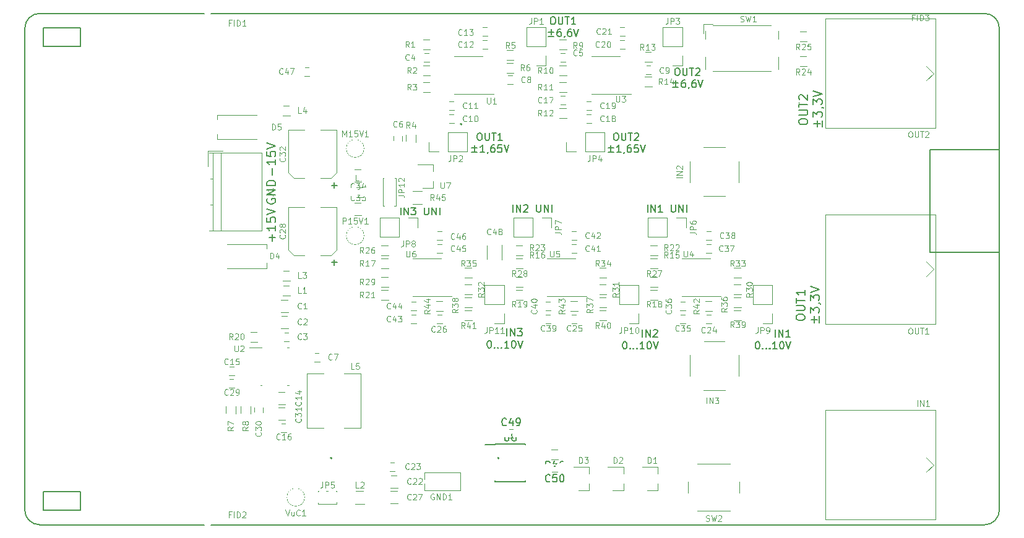
<source format=gto>
G04 #@! TF.GenerationSoftware,KiCad,Pcbnew,(5.1.12)-1*
G04 #@! TF.CreationDate,2022-09-19T12:41:43+02:00*
G04 #@! TF.ProjectId,some_wave_v2,736f6d65-5f77-4617-9665-5f76322e6b69,rev?*
G04 #@! TF.SameCoordinates,Original*
G04 #@! TF.FileFunction,Legend,Top*
G04 #@! TF.FilePolarity,Positive*
%FSLAX46Y46*%
G04 Gerber Fmt 4.6, Leading zero omitted, Abs format (unit mm)*
G04 Created by KiCad (PCBNEW (5.1.12)-1) date 2022-09-19 12:41:43*
%MOMM*%
%LPD*%
G01*
G04 APERTURE LIST*
%ADD10C,0.150000*%
%ADD11C,0.180000*%
%ADD12C,0.127000*%
%ADD13C,0.200000*%
%ADD14C,0.120000*%
%ADD15C,1.930000*%
%ADD16C,3.600000*%
%ADD17O,2.100000X2.100000*%
%ADD18C,2.400000*%
%ADD19C,2.650000*%
%ADD20C,2.450000*%
%ADD21O,2.900000X2.000000*%
%ADD22O,7.400000X3.900000*%
%ADD23R,2.710000X3.400000*%
%ADD24C,1.000000*%
%ADD25C,2.000000*%
%ADD26C,2.800000*%
G04 APERTURE END LIST*
D10*
X26543333Y-27503380D02*
X26543333Y-26503380D01*
X27019523Y-27503380D02*
X27019523Y-26503380D01*
X27590952Y-27503380D01*
X27590952Y-26503380D01*
X27971904Y-26503380D02*
X28590952Y-26503380D01*
X28257619Y-26884333D01*
X28400476Y-26884333D01*
X28495714Y-26931952D01*
X28543333Y-26979571D01*
X28590952Y-27074809D01*
X28590952Y-27312904D01*
X28543333Y-27408142D01*
X28495714Y-27455761D01*
X28400476Y-27503380D01*
X28114761Y-27503380D01*
X28019523Y-27455761D01*
X27971904Y-27408142D01*
X29781428Y-26503380D02*
X29781428Y-27312904D01*
X29829047Y-27408142D01*
X29876666Y-27455761D01*
X29971904Y-27503380D01*
X30162380Y-27503380D01*
X30257619Y-27455761D01*
X30305238Y-27408142D01*
X30352857Y-27312904D01*
X30352857Y-26503380D01*
X30829047Y-27503380D02*
X30829047Y-26503380D01*
X31400476Y-27503380D01*
X31400476Y-26503380D01*
X31876666Y-27503380D02*
X31876666Y-26503380D01*
X41910333Y-27122380D02*
X41910333Y-26122380D01*
X42386523Y-27122380D02*
X42386523Y-26122380D01*
X42957952Y-27122380D01*
X42957952Y-26122380D01*
X43386523Y-26217619D02*
X43434142Y-26170000D01*
X43529380Y-26122380D01*
X43767476Y-26122380D01*
X43862714Y-26170000D01*
X43910333Y-26217619D01*
X43957952Y-26312857D01*
X43957952Y-26408095D01*
X43910333Y-26550952D01*
X43338904Y-27122380D01*
X43957952Y-27122380D01*
X45148428Y-26122380D02*
X45148428Y-26931904D01*
X45196047Y-27027142D01*
X45243666Y-27074761D01*
X45338904Y-27122380D01*
X45529380Y-27122380D01*
X45624619Y-27074761D01*
X45672238Y-27027142D01*
X45719857Y-26931904D01*
X45719857Y-26122380D01*
X46196047Y-27122380D02*
X46196047Y-26122380D01*
X46767476Y-27122380D01*
X46767476Y-26122380D01*
X47243666Y-27122380D02*
X47243666Y-26122380D01*
X60325333Y-27122380D02*
X60325333Y-26122380D01*
X60801523Y-27122380D02*
X60801523Y-26122380D01*
X61372952Y-27122380D01*
X61372952Y-26122380D01*
X62372952Y-27122380D02*
X61801523Y-27122380D01*
X62087238Y-27122380D02*
X62087238Y-26122380D01*
X61992000Y-26265238D01*
X61896761Y-26360476D01*
X61801523Y-26408095D01*
X63563428Y-26122380D02*
X63563428Y-26931904D01*
X63611047Y-27027142D01*
X63658666Y-27074761D01*
X63753904Y-27122380D01*
X63944380Y-27122380D01*
X64039619Y-27074761D01*
X64087238Y-27027142D01*
X64134857Y-26931904D01*
X64134857Y-26122380D01*
X64611047Y-27122380D02*
X64611047Y-26122380D01*
X65182476Y-27122380D01*
X65182476Y-26122380D01*
X65658666Y-27122380D02*
X65658666Y-26122380D01*
X59640404Y-44204380D02*
X59640404Y-43204380D01*
X60116595Y-44204380D02*
X60116595Y-43204380D01*
X60688023Y-44204380D01*
X60688023Y-43204380D01*
X61116595Y-43299619D02*
X61164214Y-43252000D01*
X61259452Y-43204380D01*
X61497547Y-43204380D01*
X61592785Y-43252000D01*
X61640404Y-43299619D01*
X61688023Y-43394857D01*
X61688023Y-43490095D01*
X61640404Y-43632952D01*
X61068976Y-44204380D01*
X61688023Y-44204380D01*
X57164214Y-44854380D02*
X57259452Y-44854380D01*
X57354690Y-44902000D01*
X57402309Y-44949619D01*
X57449928Y-45044857D01*
X57497547Y-45235333D01*
X57497547Y-45473428D01*
X57449928Y-45663904D01*
X57402309Y-45759142D01*
X57354690Y-45806761D01*
X57259452Y-45854380D01*
X57164214Y-45854380D01*
X57068976Y-45806761D01*
X57021357Y-45759142D01*
X56973738Y-45663904D01*
X56926119Y-45473428D01*
X56926119Y-45235333D01*
X56973738Y-45044857D01*
X57021357Y-44949619D01*
X57068976Y-44902000D01*
X57164214Y-44854380D01*
X57926119Y-45759142D02*
X57973738Y-45806761D01*
X57926119Y-45854380D01*
X57878500Y-45806761D01*
X57926119Y-45759142D01*
X57926119Y-45854380D01*
X58402309Y-45759142D02*
X58449928Y-45806761D01*
X58402309Y-45854380D01*
X58354690Y-45806761D01*
X58402309Y-45759142D01*
X58402309Y-45854380D01*
X58878500Y-45759142D02*
X58926119Y-45806761D01*
X58878500Y-45854380D01*
X58830880Y-45806761D01*
X58878500Y-45759142D01*
X58878500Y-45854380D01*
X59878500Y-45854380D02*
X59307071Y-45854380D01*
X59592785Y-45854380D02*
X59592785Y-44854380D01*
X59497547Y-44997238D01*
X59402309Y-45092476D01*
X59307071Y-45140095D01*
X60497547Y-44854380D02*
X60592785Y-44854380D01*
X60688023Y-44902000D01*
X60735642Y-44949619D01*
X60783261Y-45044857D01*
X60830880Y-45235333D01*
X60830880Y-45473428D01*
X60783261Y-45663904D01*
X60735642Y-45759142D01*
X60688023Y-45806761D01*
X60592785Y-45854380D01*
X60497547Y-45854380D01*
X60402309Y-45806761D01*
X60354690Y-45759142D01*
X60307071Y-45663904D01*
X60259452Y-45473428D01*
X60259452Y-45235333D01*
X60307071Y-45044857D01*
X60354690Y-44949619D01*
X60402309Y-44902000D01*
X60497547Y-44854380D01*
X61116595Y-44854380D02*
X61449928Y-45854380D01*
X61783261Y-44854380D01*
X77801404Y-44204380D02*
X77801404Y-43204380D01*
X78277595Y-44204380D02*
X78277595Y-43204380D01*
X78849023Y-44204380D01*
X78849023Y-43204380D01*
X79849023Y-44204380D02*
X79277595Y-44204380D01*
X79563309Y-44204380D02*
X79563309Y-43204380D01*
X79468071Y-43347238D01*
X79372833Y-43442476D01*
X79277595Y-43490095D01*
X75325214Y-44854380D02*
X75420452Y-44854380D01*
X75515690Y-44902000D01*
X75563309Y-44949619D01*
X75610928Y-45044857D01*
X75658547Y-45235333D01*
X75658547Y-45473428D01*
X75610928Y-45663904D01*
X75563309Y-45759142D01*
X75515690Y-45806761D01*
X75420452Y-45854380D01*
X75325214Y-45854380D01*
X75229976Y-45806761D01*
X75182357Y-45759142D01*
X75134738Y-45663904D01*
X75087119Y-45473428D01*
X75087119Y-45235333D01*
X75134738Y-45044857D01*
X75182357Y-44949619D01*
X75229976Y-44902000D01*
X75325214Y-44854380D01*
X76087119Y-45759142D02*
X76134738Y-45806761D01*
X76087119Y-45854380D01*
X76039500Y-45806761D01*
X76087119Y-45759142D01*
X76087119Y-45854380D01*
X76563309Y-45759142D02*
X76610928Y-45806761D01*
X76563309Y-45854380D01*
X76515690Y-45806761D01*
X76563309Y-45759142D01*
X76563309Y-45854380D01*
X77039500Y-45759142D02*
X77087119Y-45806761D01*
X77039500Y-45854380D01*
X76991880Y-45806761D01*
X77039500Y-45759142D01*
X77039500Y-45854380D01*
X78039500Y-45854380D02*
X77468071Y-45854380D01*
X77753785Y-45854380D02*
X77753785Y-44854380D01*
X77658547Y-44997238D01*
X77563309Y-45092476D01*
X77468071Y-45140095D01*
X78658547Y-44854380D02*
X78753785Y-44854380D01*
X78849023Y-44902000D01*
X78896642Y-44949619D01*
X78944261Y-45044857D01*
X78991880Y-45235333D01*
X78991880Y-45473428D01*
X78944261Y-45663904D01*
X78896642Y-45759142D01*
X78849023Y-45806761D01*
X78753785Y-45854380D01*
X78658547Y-45854380D01*
X78563309Y-45806761D01*
X78515690Y-45759142D01*
X78468071Y-45663904D01*
X78420452Y-45473428D01*
X78420452Y-45235333D01*
X78468071Y-45044857D01*
X78515690Y-44949619D01*
X78563309Y-44902000D01*
X78658547Y-44854380D01*
X79277595Y-44854380D02*
X79610928Y-45854380D01*
X79944261Y-44854380D01*
X55927809Y-16280380D02*
X56118285Y-16280380D01*
X56213523Y-16328000D01*
X56308761Y-16423238D01*
X56356380Y-16613714D01*
X56356380Y-16947047D01*
X56308761Y-17137523D01*
X56213523Y-17232761D01*
X56118285Y-17280380D01*
X55927809Y-17280380D01*
X55832571Y-17232761D01*
X55737333Y-17137523D01*
X55689714Y-16947047D01*
X55689714Y-16613714D01*
X55737333Y-16423238D01*
X55832571Y-16328000D01*
X55927809Y-16280380D01*
X56784952Y-16280380D02*
X56784952Y-17089904D01*
X56832571Y-17185142D01*
X56880190Y-17232761D01*
X56975428Y-17280380D01*
X57165904Y-17280380D01*
X57261142Y-17232761D01*
X57308761Y-17185142D01*
X57356380Y-17089904D01*
X57356380Y-16280380D01*
X57689714Y-16280380D02*
X58261142Y-16280380D01*
X57975428Y-17280380D02*
X57975428Y-16280380D01*
X58546857Y-16375619D02*
X58594476Y-16328000D01*
X58689714Y-16280380D01*
X58927809Y-16280380D01*
X59023047Y-16328000D01*
X59070666Y-16375619D01*
X59118285Y-16470857D01*
X59118285Y-16566095D01*
X59070666Y-16708952D01*
X58499238Y-17280380D01*
X59118285Y-17280380D01*
X54927809Y-18358952D02*
X55689714Y-18358952D01*
X55308761Y-18739904D02*
X55308761Y-17978000D01*
X55689714Y-18930380D02*
X54927809Y-18930380D01*
X56689714Y-18930380D02*
X56118285Y-18930380D01*
X56404000Y-18930380D02*
X56404000Y-17930380D01*
X56308761Y-18073238D01*
X56213523Y-18168476D01*
X56118285Y-18216095D01*
X57165904Y-18882761D02*
X57165904Y-18930380D01*
X57118285Y-19025619D01*
X57070666Y-19073238D01*
X58023047Y-17930380D02*
X57832571Y-17930380D01*
X57737333Y-17978000D01*
X57689714Y-18025619D01*
X57594476Y-18168476D01*
X57546857Y-18358952D01*
X57546857Y-18739904D01*
X57594476Y-18835142D01*
X57642095Y-18882761D01*
X57737333Y-18930380D01*
X57927809Y-18930380D01*
X58023047Y-18882761D01*
X58070666Y-18835142D01*
X58118285Y-18739904D01*
X58118285Y-18501809D01*
X58070666Y-18406571D01*
X58023047Y-18358952D01*
X57927809Y-18311333D01*
X57737333Y-18311333D01*
X57642095Y-18358952D01*
X57594476Y-18406571D01*
X57546857Y-18501809D01*
X59023047Y-17930380D02*
X58546857Y-17930380D01*
X58499238Y-18406571D01*
X58546857Y-18358952D01*
X58642095Y-18311333D01*
X58880190Y-18311333D01*
X58975428Y-18358952D01*
X59023047Y-18406571D01*
X59070666Y-18501809D01*
X59070666Y-18739904D01*
X59023047Y-18835142D01*
X58975428Y-18882761D01*
X58880190Y-18930380D01*
X58642095Y-18930380D01*
X58546857Y-18882761D01*
X58499238Y-18835142D01*
X59356380Y-17930380D02*
X59689714Y-18930380D01*
X60023047Y-17930380D01*
X64309809Y-7390380D02*
X64500285Y-7390380D01*
X64595523Y-7438000D01*
X64690761Y-7533238D01*
X64738380Y-7723714D01*
X64738380Y-8057047D01*
X64690761Y-8247523D01*
X64595523Y-8342761D01*
X64500285Y-8390380D01*
X64309809Y-8390380D01*
X64214571Y-8342761D01*
X64119333Y-8247523D01*
X64071714Y-8057047D01*
X64071714Y-7723714D01*
X64119333Y-7533238D01*
X64214571Y-7438000D01*
X64309809Y-7390380D01*
X65166952Y-7390380D02*
X65166952Y-8199904D01*
X65214571Y-8295142D01*
X65262190Y-8342761D01*
X65357428Y-8390380D01*
X65547904Y-8390380D01*
X65643142Y-8342761D01*
X65690761Y-8295142D01*
X65738380Y-8199904D01*
X65738380Y-7390380D01*
X66071714Y-7390380D02*
X66643142Y-7390380D01*
X66357428Y-8390380D02*
X66357428Y-7390380D01*
X66928857Y-7485619D02*
X66976476Y-7438000D01*
X67071714Y-7390380D01*
X67309809Y-7390380D01*
X67405047Y-7438000D01*
X67452666Y-7485619D01*
X67500285Y-7580857D01*
X67500285Y-7676095D01*
X67452666Y-7818952D01*
X66881238Y-8390380D01*
X67500285Y-8390380D01*
X63786000Y-9468952D02*
X64547904Y-9468952D01*
X64166952Y-9849904D02*
X64166952Y-9088000D01*
X64547904Y-10040380D02*
X63786000Y-10040380D01*
X65452666Y-9040380D02*
X65262190Y-9040380D01*
X65166952Y-9088000D01*
X65119333Y-9135619D01*
X65024095Y-9278476D01*
X64976476Y-9468952D01*
X64976476Y-9849904D01*
X65024095Y-9945142D01*
X65071714Y-9992761D01*
X65166952Y-10040380D01*
X65357428Y-10040380D01*
X65452666Y-9992761D01*
X65500285Y-9945142D01*
X65547904Y-9849904D01*
X65547904Y-9611809D01*
X65500285Y-9516571D01*
X65452666Y-9468952D01*
X65357428Y-9421333D01*
X65166952Y-9421333D01*
X65071714Y-9468952D01*
X65024095Y-9516571D01*
X64976476Y-9611809D01*
X66024095Y-9992761D02*
X66024095Y-10040380D01*
X65976476Y-10135619D01*
X65928857Y-10183238D01*
X66881238Y-9040380D02*
X66690761Y-9040380D01*
X66595523Y-9088000D01*
X66547904Y-9135619D01*
X66452666Y-9278476D01*
X66405047Y-9468952D01*
X66405047Y-9849904D01*
X66452666Y-9945142D01*
X66500285Y-9992761D01*
X66595523Y-10040380D01*
X66786000Y-10040380D01*
X66881238Y-9992761D01*
X66928857Y-9945142D01*
X66976476Y-9849904D01*
X66976476Y-9611809D01*
X66928857Y-9516571D01*
X66881238Y-9468952D01*
X66786000Y-9421333D01*
X66595523Y-9421333D01*
X66500285Y-9468952D01*
X66452666Y-9516571D01*
X66405047Y-9611809D01*
X67262190Y-9040380D02*
X67595523Y-10040380D01*
X67928857Y-9040380D01*
X47291809Y-405380D02*
X47482285Y-405380D01*
X47577523Y-453000D01*
X47672761Y-548238D01*
X47720380Y-738714D01*
X47720380Y-1072047D01*
X47672761Y-1262523D01*
X47577523Y-1357761D01*
X47482285Y-1405380D01*
X47291809Y-1405380D01*
X47196571Y-1357761D01*
X47101333Y-1262523D01*
X47053714Y-1072047D01*
X47053714Y-738714D01*
X47101333Y-548238D01*
X47196571Y-453000D01*
X47291809Y-405380D01*
X48148952Y-405380D02*
X48148952Y-1214904D01*
X48196571Y-1310142D01*
X48244190Y-1357761D01*
X48339428Y-1405380D01*
X48529904Y-1405380D01*
X48625142Y-1357761D01*
X48672761Y-1310142D01*
X48720380Y-1214904D01*
X48720380Y-405380D01*
X49053714Y-405380D02*
X49625142Y-405380D01*
X49339428Y-1405380D02*
X49339428Y-405380D01*
X50482285Y-1405380D02*
X49910857Y-1405380D01*
X50196571Y-1405380D02*
X50196571Y-405380D01*
X50101333Y-548238D01*
X50006095Y-643476D01*
X49910857Y-691095D01*
X46768000Y-2483952D02*
X47529904Y-2483952D01*
X47148952Y-2864904D02*
X47148952Y-2103000D01*
X47529904Y-3055380D02*
X46768000Y-3055380D01*
X48434666Y-2055380D02*
X48244190Y-2055380D01*
X48148952Y-2103000D01*
X48101333Y-2150619D01*
X48006095Y-2293476D01*
X47958476Y-2483952D01*
X47958476Y-2864904D01*
X48006095Y-2960142D01*
X48053714Y-3007761D01*
X48148952Y-3055380D01*
X48339428Y-3055380D01*
X48434666Y-3007761D01*
X48482285Y-2960142D01*
X48529904Y-2864904D01*
X48529904Y-2626809D01*
X48482285Y-2531571D01*
X48434666Y-2483952D01*
X48339428Y-2436333D01*
X48148952Y-2436333D01*
X48053714Y-2483952D01*
X48006095Y-2531571D01*
X47958476Y-2626809D01*
X49006095Y-3007761D02*
X49006095Y-3055380D01*
X48958476Y-3150619D01*
X48910857Y-3198238D01*
X49863238Y-2055380D02*
X49672761Y-2055380D01*
X49577523Y-2103000D01*
X49529904Y-2150619D01*
X49434666Y-2293476D01*
X49387047Y-2483952D01*
X49387047Y-2864904D01*
X49434666Y-2960142D01*
X49482285Y-3007761D01*
X49577523Y-3055380D01*
X49768000Y-3055380D01*
X49863238Y-3007761D01*
X49910857Y-2960142D01*
X49958476Y-2864904D01*
X49958476Y-2626809D01*
X49910857Y-2531571D01*
X49863238Y-2483952D01*
X49768000Y-2436333D01*
X49577523Y-2436333D01*
X49482285Y-2483952D01*
X49434666Y-2531571D01*
X49387047Y-2626809D01*
X50244190Y-2055380D02*
X50577523Y-3055380D01*
X50910857Y-2055380D01*
X37258809Y-16280380D02*
X37449285Y-16280380D01*
X37544523Y-16328000D01*
X37639761Y-16423238D01*
X37687380Y-16613714D01*
X37687380Y-16947047D01*
X37639761Y-17137523D01*
X37544523Y-17232761D01*
X37449285Y-17280380D01*
X37258809Y-17280380D01*
X37163571Y-17232761D01*
X37068333Y-17137523D01*
X37020714Y-16947047D01*
X37020714Y-16613714D01*
X37068333Y-16423238D01*
X37163571Y-16328000D01*
X37258809Y-16280380D01*
X38115952Y-16280380D02*
X38115952Y-17089904D01*
X38163571Y-17185142D01*
X38211190Y-17232761D01*
X38306428Y-17280380D01*
X38496904Y-17280380D01*
X38592142Y-17232761D01*
X38639761Y-17185142D01*
X38687380Y-17089904D01*
X38687380Y-16280380D01*
X39020714Y-16280380D02*
X39592142Y-16280380D01*
X39306428Y-17280380D02*
X39306428Y-16280380D01*
X40449285Y-17280380D02*
X39877857Y-17280380D01*
X40163571Y-17280380D02*
X40163571Y-16280380D01*
X40068333Y-16423238D01*
X39973095Y-16518476D01*
X39877857Y-16566095D01*
X36258809Y-18358952D02*
X37020714Y-18358952D01*
X36639761Y-18739904D02*
X36639761Y-17978000D01*
X37020714Y-18930380D02*
X36258809Y-18930380D01*
X38020714Y-18930380D02*
X37449285Y-18930380D01*
X37735000Y-18930380D02*
X37735000Y-17930380D01*
X37639761Y-18073238D01*
X37544523Y-18168476D01*
X37449285Y-18216095D01*
X38496904Y-18882761D02*
X38496904Y-18930380D01*
X38449285Y-19025619D01*
X38401666Y-19073238D01*
X39354047Y-17930380D02*
X39163571Y-17930380D01*
X39068333Y-17978000D01*
X39020714Y-18025619D01*
X38925476Y-18168476D01*
X38877857Y-18358952D01*
X38877857Y-18739904D01*
X38925476Y-18835142D01*
X38973095Y-18882761D01*
X39068333Y-18930380D01*
X39258809Y-18930380D01*
X39354047Y-18882761D01*
X39401666Y-18835142D01*
X39449285Y-18739904D01*
X39449285Y-18501809D01*
X39401666Y-18406571D01*
X39354047Y-18358952D01*
X39258809Y-18311333D01*
X39068333Y-18311333D01*
X38973095Y-18358952D01*
X38925476Y-18406571D01*
X38877857Y-18501809D01*
X40354047Y-17930380D02*
X39877857Y-17930380D01*
X39830238Y-18406571D01*
X39877857Y-18358952D01*
X39973095Y-18311333D01*
X40211190Y-18311333D01*
X40306428Y-18358952D01*
X40354047Y-18406571D01*
X40401666Y-18501809D01*
X40401666Y-18739904D01*
X40354047Y-18835142D01*
X40306428Y-18882761D01*
X40211190Y-18930380D01*
X39973095Y-18930380D01*
X39877857Y-18882761D01*
X39830238Y-18835142D01*
X40687380Y-17930380D02*
X41020714Y-18930380D01*
X41354047Y-17930380D01*
X41098404Y-44077380D02*
X41098404Y-43077380D01*
X41574595Y-44077380D02*
X41574595Y-43077380D01*
X42146023Y-44077380D01*
X42146023Y-43077380D01*
X42526976Y-43077380D02*
X43146023Y-43077380D01*
X42812690Y-43458333D01*
X42955547Y-43458333D01*
X43050785Y-43505952D01*
X43098404Y-43553571D01*
X43146023Y-43648809D01*
X43146023Y-43886904D01*
X43098404Y-43982142D01*
X43050785Y-44029761D01*
X42955547Y-44077380D01*
X42669833Y-44077380D01*
X42574595Y-44029761D01*
X42526976Y-43982142D01*
X38622214Y-44727380D02*
X38717452Y-44727380D01*
X38812690Y-44775000D01*
X38860309Y-44822619D01*
X38907928Y-44917857D01*
X38955547Y-45108333D01*
X38955547Y-45346428D01*
X38907928Y-45536904D01*
X38860309Y-45632142D01*
X38812690Y-45679761D01*
X38717452Y-45727380D01*
X38622214Y-45727380D01*
X38526976Y-45679761D01*
X38479357Y-45632142D01*
X38431738Y-45536904D01*
X38384119Y-45346428D01*
X38384119Y-45108333D01*
X38431738Y-44917857D01*
X38479357Y-44822619D01*
X38526976Y-44775000D01*
X38622214Y-44727380D01*
X39384119Y-45632142D02*
X39431738Y-45679761D01*
X39384119Y-45727380D01*
X39336500Y-45679761D01*
X39384119Y-45632142D01*
X39384119Y-45727380D01*
X39860309Y-45632142D02*
X39907928Y-45679761D01*
X39860309Y-45727380D01*
X39812690Y-45679761D01*
X39860309Y-45632142D01*
X39860309Y-45727380D01*
X40336500Y-45632142D02*
X40384119Y-45679761D01*
X40336500Y-45727380D01*
X40288880Y-45679761D01*
X40336500Y-45632142D01*
X40336500Y-45727380D01*
X41336500Y-45727380D02*
X40765071Y-45727380D01*
X41050785Y-45727380D02*
X41050785Y-44727380D01*
X40955547Y-44870238D01*
X40860309Y-44965476D01*
X40765071Y-45013095D01*
X41955547Y-44727380D02*
X42050785Y-44727380D01*
X42146023Y-44775000D01*
X42193642Y-44822619D01*
X42241261Y-44917857D01*
X42288880Y-45108333D01*
X42288880Y-45346428D01*
X42241261Y-45536904D01*
X42193642Y-45632142D01*
X42146023Y-45679761D01*
X42050785Y-45727380D01*
X41955547Y-45727380D01*
X41860309Y-45679761D01*
X41812690Y-45632142D01*
X41765071Y-45536904D01*
X41717452Y-45346428D01*
X41717452Y-45108333D01*
X41765071Y-44917857D01*
X41812690Y-44822619D01*
X41860309Y-44775000D01*
X41955547Y-44727380D01*
X42574595Y-44727380D02*
X42907928Y-45727380D01*
X43241261Y-44727380D01*
D11*
X81029857Y-14852428D02*
X81029857Y-14623857D01*
X81087000Y-14509571D01*
X81201285Y-14395285D01*
X81429857Y-14338142D01*
X81829857Y-14338142D01*
X82058428Y-14395285D01*
X82172714Y-14509571D01*
X82229857Y-14623857D01*
X82229857Y-14852428D01*
X82172714Y-14966714D01*
X82058428Y-15081000D01*
X81829857Y-15138142D01*
X81429857Y-15138142D01*
X81201285Y-15081000D01*
X81087000Y-14966714D01*
X81029857Y-14852428D01*
X81029857Y-13823857D02*
X82001285Y-13823857D01*
X82115571Y-13766714D01*
X82172714Y-13709571D01*
X82229857Y-13595285D01*
X82229857Y-13366714D01*
X82172714Y-13252428D01*
X82115571Y-13195285D01*
X82001285Y-13138142D01*
X81029857Y-13138142D01*
X81029857Y-12738142D02*
X81029857Y-12052428D01*
X82229857Y-12395285D02*
X81029857Y-12395285D01*
X81144142Y-11709571D02*
X81087000Y-11652428D01*
X81029857Y-11538142D01*
X81029857Y-11252428D01*
X81087000Y-11138142D01*
X81144142Y-11081000D01*
X81258428Y-11023857D01*
X81372714Y-11023857D01*
X81544142Y-11081000D01*
X82229857Y-11766714D01*
X82229857Y-11023857D01*
X83524142Y-15481000D02*
X83524142Y-14566714D01*
X83981285Y-15023857D02*
X83067000Y-15023857D01*
X84209857Y-14566714D02*
X84209857Y-15481000D01*
X83009857Y-14109571D02*
X83009857Y-13366714D01*
X83467000Y-13766714D01*
X83467000Y-13595285D01*
X83524142Y-13481000D01*
X83581285Y-13423857D01*
X83695571Y-13366714D01*
X83981285Y-13366714D01*
X84095571Y-13423857D01*
X84152714Y-13481000D01*
X84209857Y-13595285D01*
X84209857Y-13938142D01*
X84152714Y-14052428D01*
X84095571Y-14109571D01*
X84152714Y-12795285D02*
X84209857Y-12795285D01*
X84324142Y-12852428D01*
X84381285Y-12909571D01*
X83009857Y-12395285D02*
X83009857Y-11652428D01*
X83467000Y-12052428D01*
X83467000Y-11881000D01*
X83524142Y-11766714D01*
X83581285Y-11709571D01*
X83695571Y-11652428D01*
X83981285Y-11652428D01*
X84095571Y-11709571D01*
X84152714Y-11766714D01*
X84209857Y-11881000D01*
X84209857Y-12223857D01*
X84152714Y-12338142D01*
X84095571Y-12395285D01*
X83009857Y-11309571D02*
X84209857Y-10909571D01*
X83009857Y-10509571D01*
X80648857Y-41649428D02*
X80648857Y-41420857D01*
X80706000Y-41306571D01*
X80820285Y-41192285D01*
X81048857Y-41135142D01*
X81448857Y-41135142D01*
X81677428Y-41192285D01*
X81791714Y-41306571D01*
X81848857Y-41420857D01*
X81848857Y-41649428D01*
X81791714Y-41763714D01*
X81677428Y-41878000D01*
X81448857Y-41935142D01*
X81048857Y-41935142D01*
X80820285Y-41878000D01*
X80706000Y-41763714D01*
X80648857Y-41649428D01*
X80648857Y-40620857D02*
X81620285Y-40620857D01*
X81734571Y-40563714D01*
X81791714Y-40506571D01*
X81848857Y-40392285D01*
X81848857Y-40163714D01*
X81791714Y-40049428D01*
X81734571Y-39992285D01*
X81620285Y-39935142D01*
X80648857Y-39935142D01*
X80648857Y-39535142D02*
X80648857Y-38849428D01*
X81848857Y-39192285D02*
X80648857Y-39192285D01*
X81848857Y-37820857D02*
X81848857Y-38506571D01*
X81848857Y-38163714D02*
X80648857Y-38163714D01*
X80820285Y-38278000D01*
X80934571Y-38392285D01*
X80991714Y-38506571D01*
X83143142Y-42278000D02*
X83143142Y-41363714D01*
X83600285Y-41820857D02*
X82686000Y-41820857D01*
X83828857Y-41363714D02*
X83828857Y-42278000D01*
X82628857Y-40906571D02*
X82628857Y-40163714D01*
X83086000Y-40563714D01*
X83086000Y-40392285D01*
X83143142Y-40278000D01*
X83200285Y-40220857D01*
X83314571Y-40163714D01*
X83600285Y-40163714D01*
X83714571Y-40220857D01*
X83771714Y-40278000D01*
X83828857Y-40392285D01*
X83828857Y-40735142D01*
X83771714Y-40849428D01*
X83714571Y-40906571D01*
X83771714Y-39592285D02*
X83828857Y-39592285D01*
X83943142Y-39649428D01*
X84000285Y-39706571D01*
X82628857Y-39192285D02*
X82628857Y-38449428D01*
X83086000Y-38849428D01*
X83086000Y-38678000D01*
X83143142Y-38563714D01*
X83200285Y-38506571D01*
X83314571Y-38449428D01*
X83600285Y-38449428D01*
X83714571Y-38506571D01*
X83771714Y-38563714D01*
X83828857Y-38678000D01*
X83828857Y-39020857D01*
X83771714Y-39135142D01*
X83714571Y-39192285D01*
X82628857Y-38106571D02*
X83828857Y-37706571D01*
X82628857Y-37306571D01*
X8290000Y-25298285D02*
X8232857Y-25412571D01*
X8232857Y-25584000D01*
X8290000Y-25755428D01*
X8404285Y-25869714D01*
X8518571Y-25926857D01*
X8747142Y-25984000D01*
X8918571Y-25984000D01*
X9147142Y-25926857D01*
X9261428Y-25869714D01*
X9375714Y-25755428D01*
X9432857Y-25584000D01*
X9432857Y-25469714D01*
X9375714Y-25298285D01*
X9318571Y-25241142D01*
X8918571Y-25241142D01*
X8918571Y-25469714D01*
X9432857Y-24726857D02*
X8232857Y-24726857D01*
X9432857Y-24041142D01*
X8232857Y-24041142D01*
X9432857Y-23469714D02*
X8232857Y-23469714D01*
X8232857Y-23184000D01*
X8290000Y-23012571D01*
X8404285Y-22898285D01*
X8518571Y-22841142D01*
X8747142Y-22784000D01*
X8918571Y-22784000D01*
X9147142Y-22841142D01*
X9261428Y-22898285D01*
X9375714Y-23012571D01*
X9432857Y-23184000D01*
X9432857Y-23469714D01*
X8975714Y-22053285D02*
X8975714Y-21139000D01*
X9432857Y-19939000D02*
X9432857Y-20624714D01*
X9432857Y-20281857D02*
X8232857Y-20281857D01*
X8404285Y-20396142D01*
X8518571Y-20510428D01*
X8575714Y-20624714D01*
X8232857Y-18853285D02*
X8232857Y-19424714D01*
X8804285Y-19481857D01*
X8747142Y-19424714D01*
X8690000Y-19310428D01*
X8690000Y-19024714D01*
X8747142Y-18910428D01*
X8804285Y-18853285D01*
X8918571Y-18796142D01*
X9204285Y-18796142D01*
X9318571Y-18853285D01*
X9375714Y-18910428D01*
X9432857Y-19024714D01*
X9432857Y-19310428D01*
X9375714Y-19424714D01*
X9318571Y-19481857D01*
X8232857Y-18453285D02*
X9432857Y-18053285D01*
X8232857Y-17653285D01*
X8975714Y-31070285D02*
X8975714Y-30156000D01*
X9432857Y-30613142D02*
X8518571Y-30613142D01*
X9432857Y-28956000D02*
X9432857Y-29641714D01*
X9432857Y-29298857D02*
X8232857Y-29298857D01*
X8404285Y-29413142D01*
X8518571Y-29527428D01*
X8575714Y-29641714D01*
X8232857Y-27870285D02*
X8232857Y-28441714D01*
X8804285Y-28498857D01*
X8747142Y-28441714D01*
X8690000Y-28327428D01*
X8690000Y-28041714D01*
X8747142Y-27927428D01*
X8804285Y-27870285D01*
X8918571Y-27813142D01*
X9204285Y-27813142D01*
X9318571Y-27870285D01*
X9375714Y-27927428D01*
X9432857Y-28041714D01*
X9432857Y-28327428D01*
X9375714Y-28441714D01*
X9318571Y-28498857D01*
X8232857Y-27470285D02*
X9432857Y-27070285D01*
X8232857Y-26670285D01*
D12*
X106458000Y-69925000D02*
G75*
G03*
X108458000Y-67925000I0J2000000D01*
G01*
X108458000Y-1925000D02*
G75*
G03*
X106458000Y75000I-2000000J0D01*
G01*
X-22882000Y75000D02*
G75*
G03*
X-24882000Y-1925000I0J-2000000D01*
G01*
X-24882000Y-67925000D02*
G75*
G03*
X-22882000Y-69925000I2000000J0D01*
G01*
D10*
X-17267000Y-4445000D02*
X-17267000Y-1905000D01*
X-22347000Y-4445000D02*
X-17267000Y-4445000D01*
X-22347000Y-1905000D02*
X-22347000Y-4445000D01*
X-17267000Y-1905000D02*
X-22347000Y-1905000D01*
X-17267000Y-65405000D02*
X-17267000Y-67945000D01*
X-22347000Y-65405000D02*
X-17267000Y-65405000D01*
X-22347000Y-67945000D02*
X-22347000Y-65405000D01*
X-17267000Y-67945000D02*
X-22347000Y-67945000D01*
D13*
X34898000Y-15085000D02*
G75*
G03*
X34898000Y-15085000I-100000J0D01*
G01*
X7974000Y-15085000D02*
G75*
G03*
X7974000Y-15085000I-100000J0D01*
G01*
X39978000Y-60805000D02*
G75*
G03*
X39978000Y-60805000I-100000J0D01*
G01*
X17118000Y-60805000D02*
G75*
G03*
X17118000Y-60805000I-100000J0D01*
G01*
D12*
X-22882000Y-69925000D02*
X-322000Y-69925000D01*
X-24882000Y-1925000D02*
X-24882000Y-67925000D01*
X-322000Y75000D02*
X-22882000Y75000D01*
X106458000Y75000D02*
X618000Y75000D01*
X108458000Y-67925000D02*
X108458000Y-1925000D01*
X618000Y-69925000D02*
X106458000Y-69925000D01*
D10*
X108450300Y-32613600D02*
X98963400Y-32613600D01*
X98963400Y-32613600D02*
X98963400Y-18605500D01*
X98963400Y-18605500D02*
X108450300Y-18605500D01*
D14*
X26762000Y-16668000D02*
X26762000Y-17368000D01*
X25562000Y-17368000D02*
X25562000Y-16668000D01*
X65084000Y-7045000D02*
X63754000Y-7045000D01*
X65084000Y-5715000D02*
X65084000Y-7045000D01*
X65084000Y-4445000D02*
X62424000Y-4445000D01*
X62424000Y-4445000D02*
X62424000Y-1845000D01*
X65084000Y-4445000D02*
X65084000Y-1845000D01*
X65084000Y-1845000D02*
X62424000Y-1845000D01*
X13392000Y-66167000D02*
G75*
G03*
X13392000Y-66167000I-1200000J0D01*
G01*
X66114000Y-23040000D02*
X66114000Y-20140000D01*
X72824000Y-23040000D02*
X72824000Y-20140000D01*
X68019000Y-18235000D02*
X70919000Y-18235000D01*
X68019000Y-24945000D02*
X70919000Y-24945000D01*
X30420000Y-18856000D02*
X30420000Y-17526000D01*
X31750000Y-18856000D02*
X30420000Y-18856000D01*
X33020000Y-18856000D02*
X33020000Y-16196000D01*
X33020000Y-16196000D02*
X35620000Y-16196000D01*
X33020000Y-18856000D02*
X35620000Y-18856000D01*
X35620000Y-18856000D02*
X35620000Y-16196000D01*
X46415000Y-7045000D02*
X45085000Y-7045000D01*
X46415000Y-5715000D02*
X46415000Y-7045000D01*
X46415000Y-4445000D02*
X43755000Y-4445000D01*
X43755000Y-4445000D02*
X43755000Y-1845000D01*
X46415000Y-4445000D02*
X46415000Y-1845000D01*
X46415000Y-1845000D02*
X43755000Y-1845000D01*
X49216000Y-18856000D02*
X49216000Y-17526000D01*
X50546000Y-18856000D02*
X49216000Y-18856000D01*
X51816000Y-18856000D02*
X51816000Y-16196000D01*
X51816000Y-16196000D02*
X54416000Y-16196000D01*
X51816000Y-18856000D02*
X54416000Y-18856000D01*
X54416000Y-18856000D02*
X54416000Y-16196000D01*
X99495000Y-34925000D02*
X98495000Y-35925000D01*
X99495000Y-34925000D02*
X98495000Y-33925000D01*
X84695000Y-27425000D02*
X99695000Y-27425000D01*
X84695000Y-42425000D02*
X84695000Y-27425000D01*
X99695000Y-42425000D02*
X84695000Y-42425000D01*
X99695000Y-27425000D02*
X99695000Y-42425000D01*
X99495000Y-8128000D02*
X98495000Y-9128000D01*
X99495000Y-8128000D02*
X98495000Y-7128000D01*
X84695000Y-628000D02*
X99695000Y-628000D01*
X84695000Y-15628000D02*
X84695000Y-628000D01*
X99695000Y-15628000D02*
X84695000Y-15628000D01*
X99695000Y-628000D02*
X99695000Y-15628000D01*
X10981584Y-50820000D02*
X11221000Y-50820000D01*
X7560416Y-50820000D02*
X7321000Y-50820000D01*
X10981584Y-45700000D02*
X11221000Y-45700000D01*
X7560416Y-45700000D02*
X5821000Y-45700000D01*
X15999000Y-56659000D02*
X13699000Y-56659000D01*
X13699000Y-56659000D02*
X13699000Y-49259000D01*
X13699000Y-49259000D02*
X15999000Y-49259000D01*
X18799000Y-49259000D02*
X21099000Y-49259000D01*
X21099000Y-49259000D02*
X21099000Y-56659000D01*
X21099000Y-56659000D02*
X18799000Y-56659000D01*
X10572000Y-43596000D02*
X11272000Y-43596000D01*
X11272000Y-44796000D02*
X10572000Y-44796000D01*
X33178000Y-13751000D02*
X33878000Y-13751000D01*
X33878000Y-14951000D02*
X33178000Y-14951000D01*
X33878000Y-13173000D02*
X33178000Y-13173000D01*
X33178000Y-11973000D02*
X33878000Y-11973000D01*
X37750000Y-3591000D02*
X38450000Y-3591000D01*
X38450000Y-4791000D02*
X37750000Y-4791000D01*
X38450000Y-3013000D02*
X37750000Y-3013000D01*
X37750000Y-1813000D02*
X38450000Y-1813000D01*
X10191000Y-56042000D02*
X10891000Y-56042000D01*
X10891000Y-57242000D02*
X10191000Y-57242000D01*
X52674000Y-14951000D02*
X51974000Y-14951000D01*
X51974000Y-13751000D02*
X52674000Y-13751000D01*
X51974000Y-11973000D02*
X52674000Y-11973000D01*
X52674000Y-13173000D02*
X51974000Y-13173000D01*
X57246000Y-4791000D02*
X56546000Y-4791000D01*
X56546000Y-3591000D02*
X57246000Y-3591000D01*
X56546000Y-1813000D02*
X57246000Y-1813000D01*
X57246000Y-3013000D02*
X56546000Y-3013000D01*
X25050000Y-61376000D02*
X25750000Y-61376000D01*
X25750000Y-62576000D02*
X25050000Y-62576000D01*
X17780000Y-65277000D02*
X17780000Y-67057000D01*
X15240000Y-67057000D02*
X15240000Y-65277000D01*
X15240000Y-67057000D02*
X17780000Y-67057000D01*
X17780000Y-65277000D02*
X15240000Y-65277000D01*
X10422000Y-37166000D02*
X11422000Y-37166000D01*
X11422000Y-38526000D02*
X10422000Y-38526000D01*
X30599000Y-4871000D02*
X29599000Y-4871000D01*
X29599000Y-3511000D02*
X30599000Y-3511000D01*
X30599000Y-8427000D02*
X29599000Y-8427000D01*
X29599000Y-7067000D02*
X30599000Y-7067000D01*
X29599000Y-9353000D02*
X30599000Y-9353000D01*
X30599000Y-10713000D02*
X29599000Y-10713000D01*
X28620000Y-16518000D02*
X28620000Y-17518000D01*
X27260000Y-17518000D02*
X27260000Y-16518000D01*
X41029000Y-4908000D02*
X42029000Y-4908000D01*
X42029000Y-6268000D02*
X41029000Y-6268000D01*
X41029000Y-6686000D02*
X42029000Y-6686000D01*
X42029000Y-8046000D02*
X41029000Y-8046000D01*
X2622000Y-54729000D02*
X2622000Y-53729000D01*
X3982000Y-53729000D02*
X3982000Y-54729000D01*
X4654000Y-54729000D02*
X4654000Y-53729000D01*
X6014000Y-53729000D02*
X6014000Y-54729000D01*
X48268000Y-3511000D02*
X49268000Y-3511000D01*
X49268000Y-4871000D02*
X48268000Y-4871000D01*
X49268000Y-8427000D02*
X48268000Y-8427000D01*
X48268000Y-7067000D02*
X49268000Y-7067000D01*
X49268000Y-10713000D02*
X48268000Y-10713000D01*
X48268000Y-9353000D02*
X49268000Y-9353000D01*
X48268000Y-12909000D02*
X49268000Y-12909000D01*
X49268000Y-14269000D02*
X48268000Y-14269000D01*
X60952000Y-6522000D02*
X59952000Y-6522000D01*
X59952000Y-5162000D02*
X60952000Y-5162000D01*
X60952000Y-9951000D02*
X59952000Y-9951000D01*
X59952000Y-8591000D02*
X60952000Y-8591000D01*
X35814000Y-5822000D02*
X33864000Y-5822000D01*
X35814000Y-5822000D02*
X37764000Y-5822000D01*
X35814000Y-10942000D02*
X33864000Y-10942000D01*
X35814000Y-10942000D02*
X39264000Y-10942000D01*
X54610000Y-5822000D02*
X52660000Y-5822000D01*
X54610000Y-5822000D02*
X56560000Y-5822000D01*
X54610000Y-10942000D02*
X52660000Y-10942000D01*
X54610000Y-10942000D02*
X58060000Y-10942000D01*
X10168000Y-40855000D02*
X11168000Y-40855000D01*
X11168000Y-39155000D02*
X10168000Y-39155000D01*
X10168000Y-43014000D02*
X11168000Y-43014000D01*
X11168000Y-41314000D02*
X10168000Y-41314000D01*
X14763000Y-46390000D02*
X15463000Y-46390000D01*
X15463000Y-47590000D02*
X14763000Y-47590000D01*
X10787000Y-51728000D02*
X9787000Y-51728000D01*
X9787000Y-53428000D02*
X10787000Y-53428000D01*
X3079000Y-48295000D02*
X3779000Y-48295000D01*
X3779000Y-49495000D02*
X3079000Y-49495000D01*
X3079000Y-49946000D02*
X3779000Y-49946000D01*
X3779000Y-51146000D02*
X3079000Y-51146000D01*
X7712000Y-53879000D02*
X7712000Y-54579000D01*
X6512000Y-54579000D02*
X6512000Y-53879000D01*
X9787000Y-55587000D02*
X10787000Y-55587000D01*
X10787000Y-53887000D02*
X9787000Y-53887000D01*
X5977000Y-43516000D02*
X6977000Y-43516000D01*
X6977000Y-44876000D02*
X5977000Y-44876000D01*
X26154000Y-63158000D02*
X25154000Y-63158000D01*
X25154000Y-64858000D02*
X26154000Y-64858000D01*
X82161000Y-7157000D02*
X81161000Y-7157000D01*
X81161000Y-5797000D02*
X82161000Y-5797000D01*
X81161000Y-2368000D02*
X82161000Y-2368000D01*
X82161000Y-3728000D02*
X81161000Y-3728000D01*
X67947000Y-1383000D02*
X69247000Y-1383000D01*
X67947000Y-2683000D02*
X67947000Y-1383000D01*
X77247000Y-7783000D02*
X69247000Y-7783000D01*
X69247000Y-1583000D02*
X77247000Y-1583000D01*
X68247000Y-7533000D02*
X68247000Y-2333000D01*
X78247000Y-2333000D02*
X78247000Y-7533000D01*
X29749000Y-5369000D02*
X30449000Y-5369000D01*
X30449000Y-6569000D02*
X29749000Y-6569000D01*
X49118000Y-6569000D02*
X48418000Y-6569000D01*
X48418000Y-5369000D02*
X49118000Y-5369000D01*
X41879000Y-9617000D02*
X41179000Y-9617000D01*
X41179000Y-8417000D02*
X41879000Y-8417000D01*
X60802000Y-8220000D02*
X60102000Y-8220000D01*
X60102000Y-7020000D02*
X60802000Y-7020000D01*
X48418000Y-11211000D02*
X49118000Y-11211000D01*
X49118000Y-12411000D02*
X48418000Y-12411000D01*
X69057000Y-42383000D02*
X68357000Y-42383000D01*
X68357000Y-41183000D02*
X69057000Y-41183000D01*
X50642000Y-42383000D02*
X49942000Y-42383000D01*
X49942000Y-41183000D02*
X50642000Y-41183000D01*
X31527000Y-41183000D02*
X32227000Y-41183000D01*
X32227000Y-42383000D02*
X31527000Y-42383000D01*
X26154000Y-65317000D02*
X25154000Y-65317000D01*
X25154000Y-67017000D02*
X26154000Y-67017000D01*
X11178000Y-32258000D02*
X11178000Y-26418000D01*
X11938000Y-33018000D02*
X11178000Y-32258000D01*
X17778000Y-32258000D02*
X17018000Y-33018000D01*
X17778000Y-26418000D02*
X17778000Y-32258000D01*
X11938000Y-33018000D02*
X13358000Y-33018000D01*
X11178000Y-26418000D02*
X13358000Y-26418000D01*
X17778000Y-26418000D02*
X15598000Y-26418000D01*
X17018000Y-33018000D02*
X15598000Y-33018000D01*
X17018000Y-22477000D02*
X15598000Y-22477000D01*
X17778000Y-15877000D02*
X15598000Y-15877000D01*
X11178000Y-15877000D02*
X13358000Y-15877000D01*
X11938000Y-22477000D02*
X13358000Y-22477000D01*
X17778000Y-15877000D02*
X17778000Y-21717000D01*
X17778000Y-21717000D02*
X17018000Y-22477000D01*
X11938000Y-22477000D02*
X11178000Y-21717000D01*
X11178000Y-21717000D02*
X11178000Y-15877000D01*
X21201000Y-25820000D02*
X20201000Y-25820000D01*
X20201000Y-27520000D02*
X21201000Y-27520000D01*
X21201000Y-21248000D02*
X20201000Y-21248000D01*
X20201000Y-22948000D02*
X21201000Y-22948000D01*
X64801000Y-41183000D02*
X65501000Y-41183000D01*
X65501000Y-42383000D02*
X64801000Y-42383000D01*
X65501000Y-40605000D02*
X64801000Y-40605000D01*
X64801000Y-39405000D02*
X65501000Y-39405000D01*
X69057000Y-32731000D02*
X68357000Y-32731000D01*
X68357000Y-31531000D02*
X69057000Y-31531000D01*
X69057000Y-30953000D02*
X68357000Y-30953000D01*
X68357000Y-29753000D02*
X69057000Y-29753000D01*
X47086000Y-42383000D02*
X46386000Y-42383000D01*
X46386000Y-41183000D02*
X47086000Y-41183000D01*
X46386000Y-39405000D02*
X47086000Y-39405000D01*
X47086000Y-40605000D02*
X46386000Y-40605000D01*
X50642000Y-32731000D02*
X49942000Y-32731000D01*
X49942000Y-31531000D02*
X50642000Y-31531000D01*
X49942000Y-29753000D02*
X50642000Y-29753000D01*
X50642000Y-30953000D02*
X49942000Y-30953000D01*
X28671000Y-42383000D02*
X27971000Y-42383000D01*
X27971000Y-41183000D02*
X28671000Y-41183000D01*
X27971000Y-39405000D02*
X28671000Y-39405000D01*
X28671000Y-40605000D02*
X27971000Y-40605000D01*
X32227000Y-32731000D02*
X31527000Y-32731000D01*
X31527000Y-31531000D02*
X32227000Y-31531000D01*
X31527000Y-29753000D02*
X32227000Y-29753000D01*
X32227000Y-30953000D02*
X31527000Y-30953000D01*
X13366000Y-7274000D02*
X14066000Y-7274000D01*
X14066000Y-8474000D02*
X13366000Y-8474000D01*
X61720000Y-65207000D02*
X60260000Y-65207000D01*
X61720000Y-62047000D02*
X59560000Y-62047000D01*
X61720000Y-62047000D02*
X61720000Y-62977000D01*
X61720000Y-65207000D02*
X61720000Y-64277000D01*
X57021000Y-65207000D02*
X57021000Y-64277000D01*
X57021000Y-62047000D02*
X57021000Y-62977000D01*
X57021000Y-62047000D02*
X54861000Y-62047000D01*
X57021000Y-65207000D02*
X55561000Y-65207000D01*
X52322000Y-65207000D02*
X52322000Y-64277000D01*
X52322000Y-62047000D02*
X52322000Y-62977000D01*
X52322000Y-62047000D02*
X50162000Y-62047000D01*
X52322000Y-65207000D02*
X50862000Y-65207000D01*
X8226000Y-34797000D02*
X8226000Y-31497000D01*
X8226000Y-31497000D02*
X2826000Y-31497000D01*
X8226000Y-34797000D02*
X2826000Y-34797000D01*
X1426000Y-13844000D02*
X6826000Y-13844000D01*
X1426000Y-17144000D02*
X6826000Y-17144000D01*
X1426000Y-13844000D02*
X1426000Y-17144000D01*
X34688000Y-62808000D02*
X29788000Y-62808000D01*
X34688000Y-65208000D02*
X34688000Y-62808000D01*
X29788000Y-65208000D02*
X34688000Y-65208000D01*
X29788000Y-62808000D02*
X29788000Y-65208000D01*
X99695000Y-54222000D02*
X99695000Y-69222000D01*
X99695000Y-69222000D02*
X84695000Y-69222000D01*
X84695000Y-69222000D02*
X84695000Y-54222000D01*
X84695000Y-54222000D02*
X99695000Y-54222000D01*
X99495000Y-61722000D02*
X98495000Y-60722000D01*
X99495000Y-61722000D02*
X98495000Y-62722000D01*
X68019000Y-44778000D02*
X70919000Y-44778000D01*
X68019000Y-51488000D02*
X70919000Y-51488000D01*
X72824000Y-46683000D02*
X72824000Y-49583000D01*
X66114000Y-46683000D02*
X66114000Y-49583000D01*
X1964000Y-18978000D02*
X1964000Y-29678000D01*
X864000Y-18978000D02*
X864000Y-29678000D01*
X364000Y-18978000D02*
X7564000Y-18978000D01*
X7564000Y-18978000D02*
X7564000Y-29678000D01*
X7564000Y-29678000D02*
X364000Y-29678000D01*
X864000Y-22578000D02*
X464000Y-22578000D01*
X864000Y-26078000D02*
X464000Y-26078000D01*
X2214000Y-18738000D02*
X124000Y-18738000D01*
X124000Y-18738000D02*
X124000Y-20828000D01*
X60392000Y-27880000D02*
X60392000Y-30540000D01*
X62992000Y-27880000D02*
X60392000Y-27880000D01*
X62992000Y-30540000D02*
X60392000Y-30540000D01*
X62992000Y-27880000D02*
X62992000Y-30540000D01*
X64262000Y-27880000D02*
X65592000Y-27880000D01*
X65592000Y-27880000D02*
X65592000Y-29210000D01*
X47177000Y-27880000D02*
X47177000Y-29210000D01*
X45847000Y-27880000D02*
X47177000Y-27880000D01*
X44577000Y-27880000D02*
X44577000Y-30540000D01*
X44577000Y-30540000D02*
X41977000Y-30540000D01*
X44577000Y-27880000D02*
X41977000Y-27880000D01*
X41977000Y-27880000D02*
X41977000Y-30540000D01*
X23689000Y-27880000D02*
X23689000Y-30540000D01*
X26289000Y-27880000D02*
X23689000Y-27880000D01*
X26289000Y-30540000D02*
X23689000Y-30540000D01*
X26289000Y-27880000D02*
X26289000Y-30540000D01*
X27559000Y-27880000D02*
X28889000Y-27880000D01*
X28889000Y-27880000D02*
X28889000Y-29210000D01*
X77403000Y-42351000D02*
X76073000Y-42351000D01*
X77403000Y-41021000D02*
X77403000Y-42351000D01*
X77403000Y-39751000D02*
X74743000Y-39751000D01*
X74743000Y-39751000D02*
X74743000Y-37151000D01*
X77403000Y-39751000D02*
X77403000Y-37151000D01*
X77403000Y-37151000D02*
X74743000Y-37151000D01*
X59115000Y-37151000D02*
X56455000Y-37151000D01*
X59115000Y-39751000D02*
X59115000Y-37151000D01*
X56455000Y-39751000D02*
X56455000Y-37151000D01*
X59115000Y-39751000D02*
X56455000Y-39751000D01*
X59115000Y-41021000D02*
X59115000Y-42351000D01*
X59115000Y-42351000D02*
X57785000Y-42351000D01*
X40700000Y-42351000D02*
X39370000Y-42351000D01*
X40700000Y-41021000D02*
X40700000Y-42351000D01*
X40700000Y-39751000D02*
X38040000Y-39751000D01*
X38040000Y-39751000D02*
X38040000Y-37151000D01*
X40700000Y-39751000D02*
X40700000Y-37151000D01*
X40700000Y-37151000D02*
X38040000Y-37151000D01*
X21555000Y-67047000D02*
X20355000Y-67047000D01*
X20355000Y-65287000D02*
X21555000Y-65287000D01*
X11422000Y-36494000D02*
X10422000Y-36494000D01*
X10422000Y-35134000D02*
X11422000Y-35134000D01*
X10422000Y-12528000D02*
X11422000Y-12528000D01*
X11422000Y-13888000D02*
X10422000Y-13888000D01*
X20455000Y-23704000D02*
X21455000Y-23704000D01*
X21455000Y-25064000D02*
X20455000Y-25064000D01*
X21520000Y-18415000D02*
G75*
G03*
X21520000Y-18415000I-1200000J0D01*
G01*
X21520000Y-30353000D02*
G75*
G03*
X21520000Y-30353000I-1200000J0D01*
G01*
X60714000Y-33483000D02*
X61714000Y-33483000D01*
X61714000Y-34843000D02*
X60714000Y-34843000D01*
X42299000Y-33483000D02*
X43299000Y-33483000D01*
X43299000Y-34843000D02*
X42299000Y-34843000D01*
X23884000Y-33483000D02*
X24884000Y-33483000D01*
X24884000Y-34843000D02*
X23884000Y-34843000D01*
X60714000Y-37801000D02*
X61714000Y-37801000D01*
X61714000Y-39161000D02*
X60714000Y-39161000D01*
X42299000Y-37801000D02*
X43299000Y-37801000D01*
X43299000Y-39161000D02*
X42299000Y-39161000D01*
X23884000Y-37801000D02*
X24884000Y-37801000D01*
X24884000Y-39161000D02*
X23884000Y-39161000D01*
X60714000Y-31705000D02*
X61714000Y-31705000D01*
X61714000Y-33065000D02*
X60714000Y-33065000D01*
X42299000Y-31705000D02*
X43299000Y-31705000D01*
X43299000Y-33065000D02*
X42299000Y-33065000D01*
X23884000Y-31705000D02*
X24884000Y-31705000D01*
X24884000Y-33065000D02*
X23884000Y-33065000D01*
X60714000Y-36023000D02*
X61714000Y-36023000D01*
X61714000Y-37383000D02*
X60714000Y-37383000D01*
X42299000Y-36023000D02*
X43299000Y-36023000D01*
X43299000Y-37383000D02*
X42299000Y-37383000D01*
X23884000Y-36023000D02*
X24884000Y-36023000D01*
X24884000Y-37383000D02*
X23884000Y-37383000D01*
X73144000Y-38399000D02*
X72144000Y-38399000D01*
X72144000Y-37039000D02*
X73144000Y-37039000D01*
X54729000Y-38399000D02*
X53729000Y-38399000D01*
X53729000Y-37039000D02*
X54729000Y-37039000D01*
X36314000Y-38399000D02*
X35314000Y-38399000D01*
X35314000Y-37039000D02*
X36314000Y-37039000D01*
X73144000Y-36113000D02*
X72144000Y-36113000D01*
X72144000Y-34753000D02*
X73144000Y-34753000D01*
X53729000Y-34753000D02*
X54729000Y-34753000D01*
X54729000Y-36113000D02*
X53729000Y-36113000D01*
X35314000Y-34753000D02*
X36314000Y-34753000D01*
X36314000Y-36113000D02*
X35314000Y-36113000D01*
X73144000Y-40177000D02*
X72144000Y-40177000D01*
X72144000Y-38817000D02*
X73144000Y-38817000D01*
X53729000Y-38817000D02*
X54729000Y-38817000D01*
X54729000Y-40177000D02*
X53729000Y-40177000D01*
X35314000Y-38817000D02*
X36314000Y-38817000D01*
X36314000Y-40177000D02*
X35314000Y-40177000D01*
X73144000Y-41955000D02*
X72144000Y-41955000D01*
X72144000Y-40595000D02*
X73144000Y-40595000D01*
X53729000Y-40595000D02*
X54729000Y-40595000D01*
X54729000Y-41955000D02*
X53729000Y-41955000D01*
X35314000Y-40595000D02*
X36314000Y-40595000D01*
X36314000Y-41955000D02*
X35314000Y-41955000D01*
X68207000Y-39325000D02*
X69207000Y-39325000D01*
X69207000Y-40685000D02*
X68207000Y-40685000D01*
X49792000Y-39325000D02*
X50792000Y-39325000D01*
X50792000Y-40685000D02*
X49792000Y-40685000D01*
X31377000Y-39325000D02*
X32377000Y-39325000D01*
X32377000Y-40685000D02*
X31377000Y-40685000D01*
X29429000Y-26026000D02*
X28229000Y-26026000D01*
X28229000Y-24266000D02*
X29429000Y-24266000D01*
X66929000Y-38628000D02*
X70379000Y-38628000D01*
X66929000Y-38628000D02*
X64979000Y-38628000D01*
X66929000Y-33508000D02*
X68879000Y-33508000D01*
X66929000Y-33508000D02*
X64979000Y-33508000D01*
X48514000Y-38628000D02*
X51964000Y-38628000D01*
X48514000Y-38628000D02*
X46564000Y-38628000D01*
X48514000Y-33508000D02*
X50464000Y-33508000D01*
X48514000Y-33508000D02*
X46564000Y-33508000D01*
X30099000Y-33508000D02*
X28149000Y-33508000D01*
X30099000Y-33508000D02*
X32049000Y-33508000D01*
X30099000Y-38628000D02*
X28149000Y-38628000D01*
X30099000Y-38628000D02*
X33549000Y-38628000D01*
X30986000Y-23805000D02*
X29526000Y-23805000D01*
X30986000Y-20645000D02*
X28826000Y-20645000D01*
X30986000Y-20645000D02*
X30986000Y-21575000D01*
X30986000Y-23805000D02*
X30986000Y-22875000D01*
X71644000Y-61556000D02*
X67144000Y-61556000D01*
X72894000Y-65556000D02*
X72894000Y-64056000D01*
X67144000Y-68056000D02*
X71644000Y-68056000D01*
X65894000Y-64056000D02*
X65894000Y-65556000D01*
X40390000Y-33639000D02*
X40390000Y-31639000D01*
X38350000Y-31639000D02*
X38350000Y-33639000D01*
X24129000Y-22474000D02*
X25909000Y-22474000D01*
X25909000Y-26294000D02*
X25909000Y-22474000D01*
X24129000Y-26294000D02*
X25909000Y-26294000D01*
X24129000Y-22474000D02*
X24129000Y-26294000D01*
X41306000Y-56804000D02*
X42006000Y-56804000D01*
X42006000Y-58004000D02*
X41306000Y-58004000D01*
X47275000Y-61503000D02*
X47975000Y-61503000D01*
X47975000Y-62703000D02*
X47275000Y-62703000D01*
X47125000Y-59645000D02*
X48125000Y-59645000D01*
X48125000Y-61005000D02*
X47125000Y-61005000D01*
D10*
X39454000Y-58943000D02*
X38054000Y-58943000D01*
X39454000Y-64043000D02*
X43604000Y-64043000D01*
X39454000Y-58893000D02*
X43604000Y-58893000D01*
X39454000Y-64043000D02*
X39454000Y-63898000D01*
X43604000Y-64043000D02*
X43604000Y-63898000D01*
X43604000Y-58893000D02*
X43604000Y-59038000D01*
X39454000Y-58893000D02*
X39454000Y-58943000D01*
D14*
X26028666Y-15398714D02*
X25990571Y-15436809D01*
X25876285Y-15474904D01*
X25800095Y-15474904D01*
X25685809Y-15436809D01*
X25609619Y-15360619D01*
X25571523Y-15284428D01*
X25533428Y-15132047D01*
X25533428Y-15017761D01*
X25571523Y-14865380D01*
X25609619Y-14789190D01*
X25685809Y-14713000D01*
X25800095Y-14674904D01*
X25876285Y-14674904D01*
X25990571Y-14713000D01*
X26028666Y-14751095D01*
X26714380Y-14674904D02*
X26562000Y-14674904D01*
X26485809Y-14713000D01*
X26447714Y-14751095D01*
X26371523Y-14865380D01*
X26333428Y-15017761D01*
X26333428Y-15322523D01*
X26371523Y-15398714D01*
X26409619Y-15436809D01*
X26485809Y-15474904D01*
X26638190Y-15474904D01*
X26714380Y-15436809D01*
X26752476Y-15398714D01*
X26790571Y-15322523D01*
X26790571Y-15132047D01*
X26752476Y-15055857D01*
X26714380Y-15017761D01*
X26638190Y-14979666D01*
X26485809Y-14979666D01*
X26409619Y-15017761D01*
X26371523Y-15055857D01*
X26333428Y-15132047D01*
X63087333Y-577904D02*
X63087333Y-1149333D01*
X63049238Y-1263619D01*
X62973047Y-1339809D01*
X62858761Y-1377904D01*
X62782571Y-1377904D01*
X63468285Y-1377904D02*
X63468285Y-577904D01*
X63773047Y-577904D01*
X63849238Y-616000D01*
X63887333Y-654095D01*
X63925428Y-730285D01*
X63925428Y-844571D01*
X63887333Y-920761D01*
X63849238Y-958857D01*
X63773047Y-996952D01*
X63468285Y-996952D01*
X64192095Y-577904D02*
X64687333Y-577904D01*
X64420666Y-882666D01*
X64534952Y-882666D01*
X64611142Y-920761D01*
X64649238Y-958857D01*
X64687333Y-1035047D01*
X64687333Y-1225523D01*
X64649238Y-1301714D01*
X64611142Y-1339809D01*
X64534952Y-1377904D01*
X64306380Y-1377904D01*
X64230190Y-1339809D01*
X64192095Y-1301714D01*
X10782476Y-67887904D02*
X11049142Y-68687904D01*
X11315809Y-67887904D01*
X11925333Y-68154571D02*
X11925333Y-68687904D01*
X11582476Y-68154571D02*
X11582476Y-68573619D01*
X11620571Y-68649809D01*
X11696761Y-68687904D01*
X11811047Y-68687904D01*
X11887238Y-68649809D01*
X11925333Y-68611714D01*
X12763428Y-68611714D02*
X12725333Y-68649809D01*
X12611047Y-68687904D01*
X12534857Y-68687904D01*
X12420571Y-68649809D01*
X12344380Y-68573619D01*
X12306285Y-68497428D01*
X12268190Y-68345047D01*
X12268190Y-68230761D01*
X12306285Y-68078380D01*
X12344380Y-68002190D01*
X12420571Y-67926000D01*
X12534857Y-67887904D01*
X12611047Y-67887904D01*
X12725333Y-67926000D01*
X12763428Y-67964095D01*
X13525333Y-68687904D02*
X13068190Y-68687904D01*
X13296761Y-68687904D02*
X13296761Y-67887904D01*
X13220571Y-68002190D01*
X13144380Y-68078380D01*
X13068190Y-68116476D01*
X65080904Y-22390000D02*
X64280904Y-22390000D01*
X65080904Y-22009047D02*
X64280904Y-22009047D01*
X65080904Y-21551904D01*
X64280904Y-21551904D01*
X64357095Y-21209047D02*
X64319000Y-21170952D01*
X64280904Y-21094761D01*
X64280904Y-20904285D01*
X64319000Y-20828095D01*
X64357095Y-20790000D01*
X64433285Y-20751904D01*
X64509476Y-20751904D01*
X64623761Y-20790000D01*
X65080904Y-21247142D01*
X65080904Y-20751904D01*
X33369333Y-19373904D02*
X33369333Y-19945333D01*
X33331238Y-20059619D01*
X33255047Y-20135809D01*
X33140761Y-20173904D01*
X33064571Y-20173904D01*
X33750285Y-20173904D02*
X33750285Y-19373904D01*
X34055047Y-19373904D01*
X34131238Y-19412000D01*
X34169333Y-19450095D01*
X34207428Y-19526285D01*
X34207428Y-19640571D01*
X34169333Y-19716761D01*
X34131238Y-19754857D01*
X34055047Y-19792952D01*
X33750285Y-19792952D01*
X34512190Y-19450095D02*
X34550285Y-19412000D01*
X34626476Y-19373904D01*
X34816952Y-19373904D01*
X34893142Y-19412000D01*
X34931238Y-19450095D01*
X34969333Y-19526285D01*
X34969333Y-19602476D01*
X34931238Y-19716761D01*
X34474095Y-20173904D01*
X34969333Y-20173904D01*
X44418333Y-577904D02*
X44418333Y-1149333D01*
X44380238Y-1263619D01*
X44304047Y-1339809D01*
X44189761Y-1377904D01*
X44113571Y-1377904D01*
X44799285Y-1377904D02*
X44799285Y-577904D01*
X45104047Y-577904D01*
X45180238Y-616000D01*
X45218333Y-654095D01*
X45256428Y-730285D01*
X45256428Y-844571D01*
X45218333Y-920761D01*
X45180238Y-958857D01*
X45104047Y-996952D01*
X44799285Y-996952D01*
X46018333Y-1377904D02*
X45561190Y-1377904D01*
X45789761Y-1377904D02*
X45789761Y-577904D01*
X45713571Y-692190D01*
X45637380Y-768380D01*
X45561190Y-806476D01*
X52419333Y-19373904D02*
X52419333Y-19945333D01*
X52381238Y-20059619D01*
X52305047Y-20135809D01*
X52190761Y-20173904D01*
X52114571Y-20173904D01*
X52800285Y-20173904D02*
X52800285Y-19373904D01*
X53105047Y-19373904D01*
X53181238Y-19412000D01*
X53219333Y-19450095D01*
X53257428Y-19526285D01*
X53257428Y-19640571D01*
X53219333Y-19716761D01*
X53181238Y-19754857D01*
X53105047Y-19792952D01*
X52800285Y-19792952D01*
X53943142Y-19640571D02*
X53943142Y-20173904D01*
X53752666Y-19335809D02*
X53562190Y-19907238D01*
X54057428Y-19907238D01*
X96228047Y-42995904D02*
X96380428Y-42995904D01*
X96456619Y-43034000D01*
X96532809Y-43110190D01*
X96570904Y-43262571D01*
X96570904Y-43529238D01*
X96532809Y-43681619D01*
X96456619Y-43757809D01*
X96380428Y-43795904D01*
X96228047Y-43795904D01*
X96151857Y-43757809D01*
X96075666Y-43681619D01*
X96037571Y-43529238D01*
X96037571Y-43262571D01*
X96075666Y-43110190D01*
X96151857Y-43034000D01*
X96228047Y-42995904D01*
X96913761Y-42995904D02*
X96913761Y-43643523D01*
X96951857Y-43719714D01*
X96989952Y-43757809D01*
X97066142Y-43795904D01*
X97218523Y-43795904D01*
X97294714Y-43757809D01*
X97332809Y-43719714D01*
X97370904Y-43643523D01*
X97370904Y-42995904D01*
X97637571Y-42995904D02*
X98094714Y-42995904D01*
X97866142Y-43795904D02*
X97866142Y-42995904D01*
X98780428Y-43795904D02*
X98323285Y-43795904D01*
X98551857Y-43795904D02*
X98551857Y-42995904D01*
X98475666Y-43110190D01*
X98399476Y-43186380D01*
X98323285Y-43224476D01*
X96228047Y-16071904D02*
X96380428Y-16071904D01*
X96456619Y-16110000D01*
X96532809Y-16186190D01*
X96570904Y-16338571D01*
X96570904Y-16605238D01*
X96532809Y-16757619D01*
X96456619Y-16833809D01*
X96380428Y-16871904D01*
X96228047Y-16871904D01*
X96151857Y-16833809D01*
X96075666Y-16757619D01*
X96037571Y-16605238D01*
X96037571Y-16338571D01*
X96075666Y-16186190D01*
X96151857Y-16110000D01*
X96228047Y-16071904D01*
X96913761Y-16071904D02*
X96913761Y-16719523D01*
X96951857Y-16795714D01*
X96989952Y-16833809D01*
X97066142Y-16871904D01*
X97218523Y-16871904D01*
X97294714Y-16833809D01*
X97332809Y-16795714D01*
X97370904Y-16719523D01*
X97370904Y-16071904D01*
X97637571Y-16071904D02*
X98094714Y-16071904D01*
X97866142Y-16871904D02*
X97866142Y-16071904D01*
X98323285Y-16148095D02*
X98361380Y-16110000D01*
X98437571Y-16071904D01*
X98628047Y-16071904D01*
X98704238Y-16110000D01*
X98742333Y-16148095D01*
X98780428Y-16224285D01*
X98780428Y-16300476D01*
X98742333Y-16414761D01*
X98285190Y-16871904D01*
X98780428Y-16871904D01*
X3835476Y-45408904D02*
X3835476Y-46056523D01*
X3873571Y-46132714D01*
X3911666Y-46170809D01*
X3987857Y-46208904D01*
X4140238Y-46208904D01*
X4216428Y-46170809D01*
X4254523Y-46132714D01*
X4292619Y-46056523D01*
X4292619Y-45408904D01*
X4635476Y-45485095D02*
X4673571Y-45447000D01*
X4749761Y-45408904D01*
X4940238Y-45408904D01*
X5016428Y-45447000D01*
X5054523Y-45485095D01*
X5092619Y-45561285D01*
X5092619Y-45637476D01*
X5054523Y-45751761D01*
X4597380Y-46208904D01*
X5092619Y-46208904D01*
X20186666Y-48621904D02*
X19805714Y-48621904D01*
X19805714Y-47821904D01*
X20834285Y-47821904D02*
X20453333Y-47821904D01*
X20415238Y-48202857D01*
X20453333Y-48164761D01*
X20529523Y-48126666D01*
X20720000Y-48126666D01*
X20796190Y-48164761D01*
X20834285Y-48202857D01*
X20872380Y-48279047D01*
X20872380Y-48469523D01*
X20834285Y-48545714D01*
X20796190Y-48583809D01*
X20720000Y-48621904D01*
X20529523Y-48621904D01*
X20453333Y-48583809D01*
X20415238Y-48545714D01*
X12947666Y-44481714D02*
X12909571Y-44519809D01*
X12795285Y-44557904D01*
X12719095Y-44557904D01*
X12604809Y-44519809D01*
X12528619Y-44443619D01*
X12490523Y-44367428D01*
X12452428Y-44215047D01*
X12452428Y-44100761D01*
X12490523Y-43948380D01*
X12528619Y-43872190D01*
X12604809Y-43796000D01*
X12719095Y-43757904D01*
X12795285Y-43757904D01*
X12909571Y-43796000D01*
X12947666Y-43834095D01*
X13214333Y-43757904D02*
X13709571Y-43757904D01*
X13442904Y-44062666D01*
X13557190Y-44062666D01*
X13633380Y-44100761D01*
X13671476Y-44138857D01*
X13709571Y-44215047D01*
X13709571Y-44405523D01*
X13671476Y-44481714D01*
X13633380Y-44519809D01*
X13557190Y-44557904D01*
X13328619Y-44557904D01*
X13252428Y-44519809D01*
X13214333Y-44481714D01*
X35553714Y-14636714D02*
X35515619Y-14674809D01*
X35401333Y-14712904D01*
X35325142Y-14712904D01*
X35210857Y-14674809D01*
X35134666Y-14598619D01*
X35096571Y-14522428D01*
X35058476Y-14370047D01*
X35058476Y-14255761D01*
X35096571Y-14103380D01*
X35134666Y-14027190D01*
X35210857Y-13951000D01*
X35325142Y-13912904D01*
X35401333Y-13912904D01*
X35515619Y-13951000D01*
X35553714Y-13989095D01*
X36315619Y-14712904D02*
X35858476Y-14712904D01*
X36087047Y-14712904D02*
X36087047Y-13912904D01*
X36010857Y-14027190D01*
X35934666Y-14103380D01*
X35858476Y-14141476D01*
X36810857Y-13912904D02*
X36887047Y-13912904D01*
X36963238Y-13951000D01*
X37001333Y-13989095D01*
X37039428Y-14065285D01*
X37077523Y-14217666D01*
X37077523Y-14408142D01*
X37039428Y-14560523D01*
X37001333Y-14636714D01*
X36963238Y-14674809D01*
X36887047Y-14712904D01*
X36810857Y-14712904D01*
X36734666Y-14674809D01*
X36696571Y-14636714D01*
X36658476Y-14560523D01*
X36620380Y-14408142D01*
X36620380Y-14217666D01*
X36658476Y-14065285D01*
X36696571Y-13989095D01*
X36734666Y-13951000D01*
X36810857Y-13912904D01*
X35553714Y-12858714D02*
X35515619Y-12896809D01*
X35401333Y-12934904D01*
X35325142Y-12934904D01*
X35210857Y-12896809D01*
X35134666Y-12820619D01*
X35096571Y-12744428D01*
X35058476Y-12592047D01*
X35058476Y-12477761D01*
X35096571Y-12325380D01*
X35134666Y-12249190D01*
X35210857Y-12173000D01*
X35325142Y-12134904D01*
X35401333Y-12134904D01*
X35515619Y-12173000D01*
X35553714Y-12211095D01*
X36315619Y-12934904D02*
X35858476Y-12934904D01*
X36087047Y-12934904D02*
X36087047Y-12134904D01*
X36010857Y-12249190D01*
X35934666Y-12325380D01*
X35858476Y-12363476D01*
X37077523Y-12934904D02*
X36620380Y-12934904D01*
X36848952Y-12934904D02*
X36848952Y-12134904D01*
X36772761Y-12249190D01*
X36696571Y-12325380D01*
X36620380Y-12363476D01*
X34918714Y-4476714D02*
X34880619Y-4514809D01*
X34766333Y-4552904D01*
X34690142Y-4552904D01*
X34575857Y-4514809D01*
X34499666Y-4438619D01*
X34461571Y-4362428D01*
X34423476Y-4210047D01*
X34423476Y-4095761D01*
X34461571Y-3943380D01*
X34499666Y-3867190D01*
X34575857Y-3791000D01*
X34690142Y-3752904D01*
X34766333Y-3752904D01*
X34880619Y-3791000D01*
X34918714Y-3829095D01*
X35680619Y-4552904D02*
X35223476Y-4552904D01*
X35452047Y-4552904D02*
X35452047Y-3752904D01*
X35375857Y-3867190D01*
X35299666Y-3943380D01*
X35223476Y-3981476D01*
X35985380Y-3829095D02*
X36023476Y-3791000D01*
X36099666Y-3752904D01*
X36290142Y-3752904D01*
X36366333Y-3791000D01*
X36404428Y-3829095D01*
X36442523Y-3905285D01*
X36442523Y-3981476D01*
X36404428Y-4095761D01*
X35947285Y-4552904D01*
X36442523Y-4552904D01*
X34918714Y-2825714D02*
X34880619Y-2863809D01*
X34766333Y-2901904D01*
X34690142Y-2901904D01*
X34575857Y-2863809D01*
X34499666Y-2787619D01*
X34461571Y-2711428D01*
X34423476Y-2559047D01*
X34423476Y-2444761D01*
X34461571Y-2292380D01*
X34499666Y-2216190D01*
X34575857Y-2140000D01*
X34690142Y-2101904D01*
X34766333Y-2101904D01*
X34880619Y-2140000D01*
X34918714Y-2178095D01*
X35680619Y-2901904D02*
X35223476Y-2901904D01*
X35452047Y-2901904D02*
X35452047Y-2101904D01*
X35375857Y-2216190D01*
X35299666Y-2292380D01*
X35223476Y-2330476D01*
X35947285Y-2101904D02*
X36442523Y-2101904D01*
X36175857Y-2406666D01*
X36290142Y-2406666D01*
X36366333Y-2444761D01*
X36404428Y-2482857D01*
X36442523Y-2559047D01*
X36442523Y-2749523D01*
X36404428Y-2825714D01*
X36366333Y-2863809D01*
X36290142Y-2901904D01*
X36061571Y-2901904D01*
X35985380Y-2863809D01*
X35947285Y-2825714D01*
X10026714Y-58197714D02*
X9988619Y-58235809D01*
X9874333Y-58273904D01*
X9798142Y-58273904D01*
X9683857Y-58235809D01*
X9607666Y-58159619D01*
X9569571Y-58083428D01*
X9531476Y-57931047D01*
X9531476Y-57816761D01*
X9569571Y-57664380D01*
X9607666Y-57588190D01*
X9683857Y-57512000D01*
X9798142Y-57473904D01*
X9874333Y-57473904D01*
X9988619Y-57512000D01*
X10026714Y-57550095D01*
X10788619Y-58273904D02*
X10331476Y-58273904D01*
X10560047Y-58273904D02*
X10560047Y-57473904D01*
X10483857Y-57588190D01*
X10407666Y-57664380D01*
X10331476Y-57702476D01*
X11474333Y-57473904D02*
X11321952Y-57473904D01*
X11245761Y-57512000D01*
X11207666Y-57550095D01*
X11131476Y-57664380D01*
X11093380Y-57816761D01*
X11093380Y-58121523D01*
X11131476Y-58197714D01*
X11169571Y-58235809D01*
X11245761Y-58273904D01*
X11398142Y-58273904D01*
X11474333Y-58235809D01*
X11512428Y-58197714D01*
X11550523Y-58121523D01*
X11550523Y-57931047D01*
X11512428Y-57854857D01*
X11474333Y-57816761D01*
X11398142Y-57778666D01*
X11245761Y-57778666D01*
X11169571Y-57816761D01*
X11131476Y-57854857D01*
X11093380Y-57931047D01*
X54349714Y-14636714D02*
X54311619Y-14674809D01*
X54197333Y-14712904D01*
X54121142Y-14712904D01*
X54006857Y-14674809D01*
X53930666Y-14598619D01*
X53892571Y-14522428D01*
X53854476Y-14370047D01*
X53854476Y-14255761D01*
X53892571Y-14103380D01*
X53930666Y-14027190D01*
X54006857Y-13951000D01*
X54121142Y-13912904D01*
X54197333Y-13912904D01*
X54311619Y-13951000D01*
X54349714Y-13989095D01*
X55111619Y-14712904D02*
X54654476Y-14712904D01*
X54883047Y-14712904D02*
X54883047Y-13912904D01*
X54806857Y-14027190D01*
X54730666Y-14103380D01*
X54654476Y-14141476D01*
X55568761Y-14255761D02*
X55492571Y-14217666D01*
X55454476Y-14179571D01*
X55416380Y-14103380D01*
X55416380Y-14065285D01*
X55454476Y-13989095D01*
X55492571Y-13951000D01*
X55568761Y-13912904D01*
X55721142Y-13912904D01*
X55797333Y-13951000D01*
X55835428Y-13989095D01*
X55873523Y-14065285D01*
X55873523Y-14103380D01*
X55835428Y-14179571D01*
X55797333Y-14217666D01*
X55721142Y-14255761D01*
X55568761Y-14255761D01*
X55492571Y-14293857D01*
X55454476Y-14331952D01*
X55416380Y-14408142D01*
X55416380Y-14560523D01*
X55454476Y-14636714D01*
X55492571Y-14674809D01*
X55568761Y-14712904D01*
X55721142Y-14712904D01*
X55797333Y-14674809D01*
X55835428Y-14636714D01*
X55873523Y-14560523D01*
X55873523Y-14408142D01*
X55835428Y-14331952D01*
X55797333Y-14293857D01*
X55721142Y-14255761D01*
X54349714Y-12858714D02*
X54311619Y-12896809D01*
X54197333Y-12934904D01*
X54121142Y-12934904D01*
X54006857Y-12896809D01*
X53930666Y-12820619D01*
X53892571Y-12744428D01*
X53854476Y-12592047D01*
X53854476Y-12477761D01*
X53892571Y-12325380D01*
X53930666Y-12249190D01*
X54006857Y-12173000D01*
X54121142Y-12134904D01*
X54197333Y-12134904D01*
X54311619Y-12173000D01*
X54349714Y-12211095D01*
X55111619Y-12934904D02*
X54654476Y-12934904D01*
X54883047Y-12934904D02*
X54883047Y-12134904D01*
X54806857Y-12249190D01*
X54730666Y-12325380D01*
X54654476Y-12363476D01*
X55492571Y-12934904D02*
X55644952Y-12934904D01*
X55721142Y-12896809D01*
X55759238Y-12858714D01*
X55835428Y-12744428D01*
X55873523Y-12592047D01*
X55873523Y-12287285D01*
X55835428Y-12211095D01*
X55797333Y-12173000D01*
X55721142Y-12134904D01*
X55568761Y-12134904D01*
X55492571Y-12173000D01*
X55454476Y-12211095D01*
X55416380Y-12287285D01*
X55416380Y-12477761D01*
X55454476Y-12553952D01*
X55492571Y-12592047D01*
X55568761Y-12630142D01*
X55721142Y-12630142D01*
X55797333Y-12592047D01*
X55835428Y-12553952D01*
X55873523Y-12477761D01*
X53714714Y-4476714D02*
X53676619Y-4514809D01*
X53562333Y-4552904D01*
X53486142Y-4552904D01*
X53371857Y-4514809D01*
X53295666Y-4438619D01*
X53257571Y-4362428D01*
X53219476Y-4210047D01*
X53219476Y-4095761D01*
X53257571Y-3943380D01*
X53295666Y-3867190D01*
X53371857Y-3791000D01*
X53486142Y-3752904D01*
X53562333Y-3752904D01*
X53676619Y-3791000D01*
X53714714Y-3829095D01*
X54019476Y-3829095D02*
X54057571Y-3791000D01*
X54133761Y-3752904D01*
X54324238Y-3752904D01*
X54400428Y-3791000D01*
X54438523Y-3829095D01*
X54476619Y-3905285D01*
X54476619Y-3981476D01*
X54438523Y-4095761D01*
X53981380Y-4552904D01*
X54476619Y-4552904D01*
X54971857Y-3752904D02*
X55048047Y-3752904D01*
X55124238Y-3791000D01*
X55162333Y-3829095D01*
X55200428Y-3905285D01*
X55238523Y-4057666D01*
X55238523Y-4248142D01*
X55200428Y-4400523D01*
X55162333Y-4476714D01*
X55124238Y-4514809D01*
X55048047Y-4552904D01*
X54971857Y-4552904D01*
X54895666Y-4514809D01*
X54857571Y-4476714D01*
X54819476Y-4400523D01*
X54781380Y-4248142D01*
X54781380Y-4057666D01*
X54819476Y-3905285D01*
X54857571Y-3829095D01*
X54895666Y-3791000D01*
X54971857Y-3752904D01*
X53841714Y-2698714D02*
X53803619Y-2736809D01*
X53689333Y-2774904D01*
X53613142Y-2774904D01*
X53498857Y-2736809D01*
X53422666Y-2660619D01*
X53384571Y-2584428D01*
X53346476Y-2432047D01*
X53346476Y-2317761D01*
X53384571Y-2165380D01*
X53422666Y-2089190D01*
X53498857Y-2013000D01*
X53613142Y-1974904D01*
X53689333Y-1974904D01*
X53803619Y-2013000D01*
X53841714Y-2051095D01*
X54146476Y-2051095D02*
X54184571Y-2013000D01*
X54260761Y-1974904D01*
X54451238Y-1974904D01*
X54527428Y-2013000D01*
X54565523Y-2051095D01*
X54603619Y-2127285D01*
X54603619Y-2203476D01*
X54565523Y-2317761D01*
X54108380Y-2774904D01*
X54603619Y-2774904D01*
X55365523Y-2774904D02*
X54908380Y-2774904D01*
X55136952Y-2774904D02*
X55136952Y-1974904D01*
X55060761Y-2089190D01*
X54984571Y-2165380D01*
X54908380Y-2203476D01*
X27679714Y-62261714D02*
X27641619Y-62299809D01*
X27527333Y-62337904D01*
X27451142Y-62337904D01*
X27336857Y-62299809D01*
X27260666Y-62223619D01*
X27222571Y-62147428D01*
X27184476Y-61995047D01*
X27184476Y-61880761D01*
X27222571Y-61728380D01*
X27260666Y-61652190D01*
X27336857Y-61576000D01*
X27451142Y-61537904D01*
X27527333Y-61537904D01*
X27641619Y-61576000D01*
X27679714Y-61614095D01*
X27984476Y-61614095D02*
X28022571Y-61576000D01*
X28098761Y-61537904D01*
X28289238Y-61537904D01*
X28365428Y-61576000D01*
X28403523Y-61614095D01*
X28441619Y-61690285D01*
X28441619Y-61766476D01*
X28403523Y-61880761D01*
X27946380Y-62337904D01*
X28441619Y-62337904D01*
X28708285Y-61537904D02*
X29203523Y-61537904D01*
X28936857Y-61842666D01*
X29051142Y-61842666D01*
X29127333Y-61880761D01*
X29165428Y-61918857D01*
X29203523Y-61995047D01*
X29203523Y-62185523D01*
X29165428Y-62261714D01*
X29127333Y-62299809D01*
X29051142Y-62337904D01*
X28822571Y-62337904D01*
X28746380Y-62299809D01*
X28708285Y-62261714D01*
X15843333Y-64077904D02*
X15843333Y-64649333D01*
X15805238Y-64763619D01*
X15729047Y-64839809D01*
X15614761Y-64877904D01*
X15538571Y-64877904D01*
X16224285Y-64877904D02*
X16224285Y-64077904D01*
X16529047Y-64077904D01*
X16605238Y-64116000D01*
X16643333Y-64154095D01*
X16681428Y-64230285D01*
X16681428Y-64344571D01*
X16643333Y-64420761D01*
X16605238Y-64458857D01*
X16529047Y-64496952D01*
X16224285Y-64496952D01*
X17405238Y-64077904D02*
X17024285Y-64077904D01*
X16986190Y-64458857D01*
X17024285Y-64420761D01*
X17100476Y-64382666D01*
X17290952Y-64382666D01*
X17367142Y-64420761D01*
X17405238Y-64458857D01*
X17443333Y-64535047D01*
X17443333Y-64725523D01*
X17405238Y-64801714D01*
X17367142Y-64839809D01*
X17290952Y-64877904D01*
X17100476Y-64877904D01*
X17024285Y-64839809D01*
X16986190Y-64801714D01*
X12947666Y-38207904D02*
X12566714Y-38207904D01*
X12566714Y-37407904D01*
X13633380Y-38207904D02*
X13176238Y-38207904D01*
X13404809Y-38207904D02*
X13404809Y-37407904D01*
X13328619Y-37522190D01*
X13252428Y-37598380D01*
X13176238Y-37636476D01*
X27679666Y-4552904D02*
X27413000Y-4171952D01*
X27222523Y-4552904D02*
X27222523Y-3752904D01*
X27527285Y-3752904D01*
X27603476Y-3791000D01*
X27641571Y-3829095D01*
X27679666Y-3905285D01*
X27679666Y-4019571D01*
X27641571Y-4095761D01*
X27603476Y-4133857D01*
X27527285Y-4171952D01*
X27222523Y-4171952D01*
X28441571Y-4552904D02*
X27984428Y-4552904D01*
X28213000Y-4552904D02*
X28213000Y-3752904D01*
X28136809Y-3867190D01*
X28060619Y-3943380D01*
X27984428Y-3981476D01*
X27933666Y-8108904D02*
X27667000Y-7727952D01*
X27476523Y-8108904D02*
X27476523Y-7308904D01*
X27781285Y-7308904D01*
X27857476Y-7347000D01*
X27895571Y-7385095D01*
X27933666Y-7461285D01*
X27933666Y-7575571D01*
X27895571Y-7651761D01*
X27857476Y-7689857D01*
X27781285Y-7727952D01*
X27476523Y-7727952D01*
X28238428Y-7385095D02*
X28276523Y-7347000D01*
X28352714Y-7308904D01*
X28543190Y-7308904D01*
X28619380Y-7347000D01*
X28657476Y-7385095D01*
X28695571Y-7461285D01*
X28695571Y-7537476D01*
X28657476Y-7651761D01*
X28200333Y-8108904D01*
X28695571Y-8108904D01*
X27933666Y-10394904D02*
X27667000Y-10013952D01*
X27476523Y-10394904D02*
X27476523Y-9594904D01*
X27781285Y-9594904D01*
X27857476Y-9633000D01*
X27895571Y-9671095D01*
X27933666Y-9747285D01*
X27933666Y-9861571D01*
X27895571Y-9937761D01*
X27857476Y-9975857D01*
X27781285Y-10013952D01*
X27476523Y-10013952D01*
X28200333Y-9594904D02*
X28695571Y-9594904D01*
X28428904Y-9899666D01*
X28543190Y-9899666D01*
X28619380Y-9937761D01*
X28657476Y-9975857D01*
X28695571Y-10052047D01*
X28695571Y-10242523D01*
X28657476Y-10318714D01*
X28619380Y-10356809D01*
X28543190Y-10394904D01*
X28314619Y-10394904D01*
X28238428Y-10356809D01*
X28200333Y-10318714D01*
X27806666Y-15601904D02*
X27540000Y-15220952D01*
X27349523Y-15601904D02*
X27349523Y-14801904D01*
X27654285Y-14801904D01*
X27730476Y-14840000D01*
X27768571Y-14878095D01*
X27806666Y-14954285D01*
X27806666Y-15068571D01*
X27768571Y-15144761D01*
X27730476Y-15182857D01*
X27654285Y-15220952D01*
X27349523Y-15220952D01*
X28492380Y-15068571D02*
X28492380Y-15601904D01*
X28301904Y-14763809D02*
X28111428Y-15335238D01*
X28606666Y-15335238D01*
X41395666Y-4679904D02*
X41129000Y-4298952D01*
X40938523Y-4679904D02*
X40938523Y-3879904D01*
X41243285Y-3879904D01*
X41319476Y-3918000D01*
X41357571Y-3956095D01*
X41395666Y-4032285D01*
X41395666Y-4146571D01*
X41357571Y-4222761D01*
X41319476Y-4260857D01*
X41243285Y-4298952D01*
X40938523Y-4298952D01*
X42119476Y-3879904D02*
X41738523Y-3879904D01*
X41700428Y-4260857D01*
X41738523Y-4222761D01*
X41814714Y-4184666D01*
X42005190Y-4184666D01*
X42081380Y-4222761D01*
X42119476Y-4260857D01*
X42157571Y-4337047D01*
X42157571Y-4527523D01*
X42119476Y-4603714D01*
X42081380Y-4641809D01*
X42005190Y-4679904D01*
X41814714Y-4679904D01*
X41738523Y-4641809D01*
X41700428Y-4603714D01*
X43427666Y-7727904D02*
X43161000Y-7346952D01*
X42970523Y-7727904D02*
X42970523Y-6927904D01*
X43275285Y-6927904D01*
X43351476Y-6966000D01*
X43389571Y-7004095D01*
X43427666Y-7080285D01*
X43427666Y-7194571D01*
X43389571Y-7270761D01*
X43351476Y-7308857D01*
X43275285Y-7346952D01*
X42970523Y-7346952D01*
X44113380Y-6927904D02*
X43961000Y-6927904D01*
X43884809Y-6966000D01*
X43846714Y-7004095D01*
X43770523Y-7118380D01*
X43732428Y-7270761D01*
X43732428Y-7575523D01*
X43770523Y-7651714D01*
X43808619Y-7689809D01*
X43884809Y-7727904D01*
X44037190Y-7727904D01*
X44113380Y-7689809D01*
X44151476Y-7651714D01*
X44189571Y-7575523D01*
X44189571Y-7385047D01*
X44151476Y-7308857D01*
X44113380Y-7270761D01*
X44037190Y-7232666D01*
X43884809Y-7232666D01*
X43808619Y-7270761D01*
X43770523Y-7308857D01*
X43732428Y-7385047D01*
X3663904Y-56521333D02*
X3282952Y-56788000D01*
X3663904Y-56978476D02*
X2863904Y-56978476D01*
X2863904Y-56673714D01*
X2902000Y-56597523D01*
X2940095Y-56559428D01*
X3016285Y-56521333D01*
X3130571Y-56521333D01*
X3206761Y-56559428D01*
X3244857Y-56597523D01*
X3282952Y-56673714D01*
X3282952Y-56978476D01*
X2863904Y-56254666D02*
X2863904Y-55721333D01*
X3663904Y-56064190D01*
X5695904Y-56521333D02*
X5314952Y-56788000D01*
X5695904Y-56978476D02*
X4895904Y-56978476D01*
X4895904Y-56673714D01*
X4934000Y-56597523D01*
X4972095Y-56559428D01*
X5048285Y-56521333D01*
X5162571Y-56521333D01*
X5238761Y-56559428D01*
X5276857Y-56597523D01*
X5314952Y-56673714D01*
X5314952Y-56978476D01*
X5238761Y-56064190D02*
X5200666Y-56140380D01*
X5162571Y-56178476D01*
X5086380Y-56216571D01*
X5048285Y-56216571D01*
X4972095Y-56178476D01*
X4934000Y-56140380D01*
X4895904Y-56064190D01*
X4895904Y-55911809D01*
X4934000Y-55835619D01*
X4972095Y-55797523D01*
X5048285Y-55759428D01*
X5086380Y-55759428D01*
X5162571Y-55797523D01*
X5200666Y-55835619D01*
X5238761Y-55911809D01*
X5238761Y-56064190D01*
X5276857Y-56140380D01*
X5314952Y-56178476D01*
X5391142Y-56216571D01*
X5543523Y-56216571D01*
X5619714Y-56178476D01*
X5657809Y-56140380D01*
X5695904Y-56064190D01*
X5695904Y-55911809D01*
X5657809Y-55835619D01*
X5619714Y-55797523D01*
X5543523Y-55759428D01*
X5391142Y-55759428D01*
X5314952Y-55797523D01*
X5276857Y-55835619D01*
X5238761Y-55911809D01*
X50666666Y-4679904D02*
X50400000Y-4298952D01*
X50209523Y-4679904D02*
X50209523Y-3879904D01*
X50514285Y-3879904D01*
X50590476Y-3918000D01*
X50628571Y-3956095D01*
X50666666Y-4032285D01*
X50666666Y-4146571D01*
X50628571Y-4222761D01*
X50590476Y-4260857D01*
X50514285Y-4298952D01*
X50209523Y-4298952D01*
X51047619Y-4679904D02*
X51200000Y-4679904D01*
X51276190Y-4641809D01*
X51314285Y-4603714D01*
X51390476Y-4489428D01*
X51428571Y-4337047D01*
X51428571Y-4032285D01*
X51390476Y-3956095D01*
X51352380Y-3918000D01*
X51276190Y-3879904D01*
X51123809Y-3879904D01*
X51047619Y-3918000D01*
X51009523Y-3956095D01*
X50971428Y-4032285D01*
X50971428Y-4222761D01*
X51009523Y-4298952D01*
X51047619Y-4337047D01*
X51123809Y-4375142D01*
X51276190Y-4375142D01*
X51352380Y-4337047D01*
X51390476Y-4298952D01*
X51428571Y-4222761D01*
X45840714Y-8108904D02*
X45574047Y-7727952D01*
X45383571Y-8108904D02*
X45383571Y-7308904D01*
X45688333Y-7308904D01*
X45764523Y-7347000D01*
X45802619Y-7385095D01*
X45840714Y-7461285D01*
X45840714Y-7575571D01*
X45802619Y-7651761D01*
X45764523Y-7689857D01*
X45688333Y-7727952D01*
X45383571Y-7727952D01*
X46602619Y-8108904D02*
X46145476Y-8108904D01*
X46374047Y-8108904D02*
X46374047Y-7308904D01*
X46297857Y-7423190D01*
X46221666Y-7499380D01*
X46145476Y-7537476D01*
X47097857Y-7308904D02*
X47174047Y-7308904D01*
X47250238Y-7347000D01*
X47288333Y-7385095D01*
X47326428Y-7461285D01*
X47364523Y-7613666D01*
X47364523Y-7804142D01*
X47326428Y-7956523D01*
X47288333Y-8032714D01*
X47250238Y-8070809D01*
X47174047Y-8108904D01*
X47097857Y-8108904D01*
X47021666Y-8070809D01*
X46983571Y-8032714D01*
X46945476Y-7956523D01*
X46907380Y-7804142D01*
X46907380Y-7613666D01*
X46945476Y-7461285D01*
X46983571Y-7385095D01*
X47021666Y-7347000D01*
X47097857Y-7308904D01*
X45840714Y-10394904D02*
X45574047Y-10013952D01*
X45383571Y-10394904D02*
X45383571Y-9594904D01*
X45688333Y-9594904D01*
X45764523Y-9633000D01*
X45802619Y-9671095D01*
X45840714Y-9747285D01*
X45840714Y-9861571D01*
X45802619Y-9937761D01*
X45764523Y-9975857D01*
X45688333Y-10013952D01*
X45383571Y-10013952D01*
X46602619Y-10394904D02*
X46145476Y-10394904D01*
X46374047Y-10394904D02*
X46374047Y-9594904D01*
X46297857Y-9709190D01*
X46221666Y-9785380D01*
X46145476Y-9823476D01*
X47364523Y-10394904D02*
X46907380Y-10394904D01*
X47135952Y-10394904D02*
X47135952Y-9594904D01*
X47059761Y-9709190D01*
X46983571Y-9785380D01*
X46907380Y-9823476D01*
X45840714Y-13950904D02*
X45574047Y-13569952D01*
X45383571Y-13950904D02*
X45383571Y-13150904D01*
X45688333Y-13150904D01*
X45764523Y-13189000D01*
X45802619Y-13227095D01*
X45840714Y-13303285D01*
X45840714Y-13417571D01*
X45802619Y-13493761D01*
X45764523Y-13531857D01*
X45688333Y-13569952D01*
X45383571Y-13569952D01*
X46602619Y-13950904D02*
X46145476Y-13950904D01*
X46374047Y-13950904D02*
X46374047Y-13150904D01*
X46297857Y-13265190D01*
X46221666Y-13341380D01*
X46145476Y-13379476D01*
X46907380Y-13227095D02*
X46945476Y-13189000D01*
X47021666Y-13150904D01*
X47212142Y-13150904D01*
X47288333Y-13189000D01*
X47326428Y-13227095D01*
X47364523Y-13303285D01*
X47364523Y-13379476D01*
X47326428Y-13493761D01*
X46869285Y-13950904D01*
X47364523Y-13950904D01*
X59810714Y-4933904D02*
X59544047Y-4552952D01*
X59353571Y-4933904D02*
X59353571Y-4133904D01*
X59658333Y-4133904D01*
X59734523Y-4172000D01*
X59772619Y-4210095D01*
X59810714Y-4286285D01*
X59810714Y-4400571D01*
X59772619Y-4476761D01*
X59734523Y-4514857D01*
X59658333Y-4552952D01*
X59353571Y-4552952D01*
X60572619Y-4933904D02*
X60115476Y-4933904D01*
X60344047Y-4933904D02*
X60344047Y-4133904D01*
X60267857Y-4248190D01*
X60191666Y-4324380D01*
X60115476Y-4362476D01*
X60839285Y-4133904D02*
X61334523Y-4133904D01*
X61067857Y-4438666D01*
X61182142Y-4438666D01*
X61258333Y-4476761D01*
X61296428Y-4514857D01*
X61334523Y-4591047D01*
X61334523Y-4781523D01*
X61296428Y-4857714D01*
X61258333Y-4895809D01*
X61182142Y-4933904D01*
X60953571Y-4933904D01*
X60877380Y-4895809D01*
X60839285Y-4857714D01*
X62350714Y-9632904D02*
X62084047Y-9251952D01*
X61893571Y-9632904D02*
X61893571Y-8832904D01*
X62198333Y-8832904D01*
X62274523Y-8871000D01*
X62312619Y-8909095D01*
X62350714Y-8985285D01*
X62350714Y-9099571D01*
X62312619Y-9175761D01*
X62274523Y-9213857D01*
X62198333Y-9251952D01*
X61893571Y-9251952D01*
X63112619Y-9632904D02*
X62655476Y-9632904D01*
X62884047Y-9632904D02*
X62884047Y-8832904D01*
X62807857Y-8947190D01*
X62731666Y-9023380D01*
X62655476Y-9061476D01*
X63798333Y-9099571D02*
X63798333Y-9632904D01*
X63607857Y-8794809D02*
X63417380Y-9366238D01*
X63912619Y-9366238D01*
X38379476Y-11499904D02*
X38379476Y-12147523D01*
X38417571Y-12223714D01*
X38455666Y-12261809D01*
X38531857Y-12299904D01*
X38684238Y-12299904D01*
X38760428Y-12261809D01*
X38798523Y-12223714D01*
X38836619Y-12147523D01*
X38836619Y-11499904D01*
X39636619Y-12299904D02*
X39179476Y-12299904D01*
X39408047Y-12299904D02*
X39408047Y-11499904D01*
X39331857Y-11614190D01*
X39255666Y-11690380D01*
X39179476Y-11728476D01*
X56032476Y-11245904D02*
X56032476Y-11893523D01*
X56070571Y-11969714D01*
X56108666Y-12007809D01*
X56184857Y-12045904D01*
X56337238Y-12045904D01*
X56413428Y-12007809D01*
X56451523Y-11969714D01*
X56489619Y-11893523D01*
X56489619Y-11245904D01*
X56794380Y-11245904D02*
X57289619Y-11245904D01*
X57022952Y-11550666D01*
X57137238Y-11550666D01*
X57213428Y-11588761D01*
X57251523Y-11626857D01*
X57289619Y-11703047D01*
X57289619Y-11893523D01*
X57251523Y-11969714D01*
X57213428Y-12007809D01*
X57137238Y-12045904D01*
X56908666Y-12045904D01*
X56832476Y-12007809D01*
X56794380Y-11969714D01*
X12947666Y-40290714D02*
X12909571Y-40328809D01*
X12795285Y-40366904D01*
X12719095Y-40366904D01*
X12604809Y-40328809D01*
X12528619Y-40252619D01*
X12490523Y-40176428D01*
X12452428Y-40024047D01*
X12452428Y-39909761D01*
X12490523Y-39757380D01*
X12528619Y-39681190D01*
X12604809Y-39605000D01*
X12719095Y-39566904D01*
X12795285Y-39566904D01*
X12909571Y-39605000D01*
X12947666Y-39643095D01*
X13709571Y-40366904D02*
X13252428Y-40366904D01*
X13481000Y-40366904D02*
X13481000Y-39566904D01*
X13404809Y-39681190D01*
X13328619Y-39757380D01*
X13252428Y-39795476D01*
X12947666Y-42449714D02*
X12909571Y-42487809D01*
X12795285Y-42525904D01*
X12719095Y-42525904D01*
X12604809Y-42487809D01*
X12528619Y-42411619D01*
X12490523Y-42335428D01*
X12452428Y-42183047D01*
X12452428Y-42068761D01*
X12490523Y-41916380D01*
X12528619Y-41840190D01*
X12604809Y-41764000D01*
X12719095Y-41725904D01*
X12795285Y-41725904D01*
X12909571Y-41764000D01*
X12947666Y-41802095D01*
X13252428Y-41802095D02*
X13290523Y-41764000D01*
X13366714Y-41725904D01*
X13557190Y-41725904D01*
X13633380Y-41764000D01*
X13671476Y-41802095D01*
X13709571Y-41878285D01*
X13709571Y-41954476D01*
X13671476Y-42068761D01*
X13214333Y-42525904D01*
X13709571Y-42525904D01*
X17138666Y-47275714D02*
X17100571Y-47313809D01*
X16986285Y-47351904D01*
X16910095Y-47351904D01*
X16795809Y-47313809D01*
X16719619Y-47237619D01*
X16681523Y-47161428D01*
X16643428Y-47009047D01*
X16643428Y-46894761D01*
X16681523Y-46742380D01*
X16719619Y-46666190D01*
X16795809Y-46590000D01*
X16910095Y-46551904D01*
X16986285Y-46551904D01*
X17100571Y-46590000D01*
X17138666Y-46628095D01*
X17405333Y-46551904D02*
X17938666Y-46551904D01*
X17595809Y-47351904D01*
X12858714Y-53092285D02*
X12896809Y-53130380D01*
X12934904Y-53244666D01*
X12934904Y-53320857D01*
X12896809Y-53435142D01*
X12820619Y-53511333D01*
X12744428Y-53549428D01*
X12592047Y-53587523D01*
X12477761Y-53587523D01*
X12325380Y-53549428D01*
X12249190Y-53511333D01*
X12173000Y-53435142D01*
X12134904Y-53320857D01*
X12134904Y-53244666D01*
X12173000Y-53130380D01*
X12211095Y-53092285D01*
X12934904Y-52330380D02*
X12934904Y-52787523D01*
X12934904Y-52558952D02*
X12134904Y-52558952D01*
X12249190Y-52635142D01*
X12325380Y-52711333D01*
X12363476Y-52787523D01*
X12401571Y-51644666D02*
X12934904Y-51644666D01*
X12096809Y-51835142D02*
X12668238Y-52025619D01*
X12668238Y-51530380D01*
X2914714Y-47910714D02*
X2876619Y-47948809D01*
X2762333Y-47986904D01*
X2686142Y-47986904D01*
X2571857Y-47948809D01*
X2495666Y-47872619D01*
X2457571Y-47796428D01*
X2419476Y-47644047D01*
X2419476Y-47529761D01*
X2457571Y-47377380D01*
X2495666Y-47301190D01*
X2571857Y-47225000D01*
X2686142Y-47186904D01*
X2762333Y-47186904D01*
X2876619Y-47225000D01*
X2914714Y-47263095D01*
X3676619Y-47986904D02*
X3219476Y-47986904D01*
X3448047Y-47986904D02*
X3448047Y-47186904D01*
X3371857Y-47301190D01*
X3295666Y-47377380D01*
X3219476Y-47415476D01*
X4400428Y-47186904D02*
X4019476Y-47186904D01*
X3981380Y-47567857D01*
X4019476Y-47529761D01*
X4095666Y-47491666D01*
X4286142Y-47491666D01*
X4362333Y-47529761D01*
X4400428Y-47567857D01*
X4438523Y-47644047D01*
X4438523Y-47834523D01*
X4400428Y-47910714D01*
X4362333Y-47948809D01*
X4286142Y-47986904D01*
X4095666Y-47986904D01*
X4019476Y-47948809D01*
X3981380Y-47910714D01*
X2914714Y-52101714D02*
X2876619Y-52139809D01*
X2762333Y-52177904D01*
X2686142Y-52177904D01*
X2571857Y-52139809D01*
X2495666Y-52063619D01*
X2457571Y-51987428D01*
X2419476Y-51835047D01*
X2419476Y-51720761D01*
X2457571Y-51568380D01*
X2495666Y-51492190D01*
X2571857Y-51416000D01*
X2686142Y-51377904D01*
X2762333Y-51377904D01*
X2876619Y-51416000D01*
X2914714Y-51454095D01*
X3219476Y-51454095D02*
X3257571Y-51416000D01*
X3333761Y-51377904D01*
X3524238Y-51377904D01*
X3600428Y-51416000D01*
X3638523Y-51454095D01*
X3676619Y-51530285D01*
X3676619Y-51606476D01*
X3638523Y-51720761D01*
X3181380Y-52177904D01*
X3676619Y-52177904D01*
X4057571Y-52177904D02*
X4209952Y-52177904D01*
X4286142Y-52139809D01*
X4324238Y-52101714D01*
X4400428Y-51987428D01*
X4438523Y-51835047D01*
X4438523Y-51530285D01*
X4400428Y-51454095D01*
X4362333Y-51416000D01*
X4286142Y-51377904D01*
X4133761Y-51377904D01*
X4057571Y-51416000D01*
X4019476Y-51454095D01*
X3981380Y-51530285D01*
X3981380Y-51720761D01*
X4019476Y-51796952D01*
X4057571Y-51835047D01*
X4133761Y-51873142D01*
X4286142Y-51873142D01*
X4362333Y-51835047D01*
X4400428Y-51796952D01*
X4438523Y-51720761D01*
X7397714Y-57283285D02*
X7435809Y-57321380D01*
X7473904Y-57435666D01*
X7473904Y-57511857D01*
X7435809Y-57626142D01*
X7359619Y-57702333D01*
X7283428Y-57740428D01*
X7131047Y-57778523D01*
X7016761Y-57778523D01*
X6864380Y-57740428D01*
X6788190Y-57702333D01*
X6712000Y-57626142D01*
X6673904Y-57511857D01*
X6673904Y-57435666D01*
X6712000Y-57321380D01*
X6750095Y-57283285D01*
X6673904Y-57016619D02*
X6673904Y-56521380D01*
X6978666Y-56788047D01*
X6978666Y-56673761D01*
X7016761Y-56597571D01*
X7054857Y-56559476D01*
X7131047Y-56521380D01*
X7321523Y-56521380D01*
X7397714Y-56559476D01*
X7435809Y-56597571D01*
X7473904Y-56673761D01*
X7473904Y-56902333D01*
X7435809Y-56978523D01*
X7397714Y-57016619D01*
X6673904Y-56026142D02*
X6673904Y-55949952D01*
X6712000Y-55873761D01*
X6750095Y-55835666D01*
X6826285Y-55797571D01*
X6978666Y-55759476D01*
X7169142Y-55759476D01*
X7321523Y-55797571D01*
X7397714Y-55835666D01*
X7435809Y-55873761D01*
X7473904Y-55949952D01*
X7473904Y-56026142D01*
X7435809Y-56102333D01*
X7397714Y-56140428D01*
X7321523Y-56178523D01*
X7169142Y-56216619D01*
X6978666Y-56216619D01*
X6826285Y-56178523D01*
X6750095Y-56140428D01*
X6712000Y-56102333D01*
X6673904Y-56026142D01*
X12858714Y-55378285D02*
X12896809Y-55416380D01*
X12934904Y-55530666D01*
X12934904Y-55606857D01*
X12896809Y-55721142D01*
X12820619Y-55797333D01*
X12744428Y-55835428D01*
X12592047Y-55873523D01*
X12477761Y-55873523D01*
X12325380Y-55835428D01*
X12249190Y-55797333D01*
X12173000Y-55721142D01*
X12134904Y-55606857D01*
X12134904Y-55530666D01*
X12173000Y-55416380D01*
X12211095Y-55378285D01*
X12134904Y-55111619D02*
X12134904Y-54616380D01*
X12439666Y-54883047D01*
X12439666Y-54768761D01*
X12477761Y-54692571D01*
X12515857Y-54654476D01*
X12592047Y-54616380D01*
X12782523Y-54616380D01*
X12858714Y-54654476D01*
X12896809Y-54692571D01*
X12934904Y-54768761D01*
X12934904Y-54997333D01*
X12896809Y-55073523D01*
X12858714Y-55111619D01*
X12934904Y-53854476D02*
X12934904Y-54311619D01*
X12934904Y-54083047D02*
X12134904Y-54083047D01*
X12249190Y-54159238D01*
X12325380Y-54235428D01*
X12363476Y-54311619D01*
X3549714Y-44557904D02*
X3283047Y-44176952D01*
X3092571Y-44557904D02*
X3092571Y-43757904D01*
X3397333Y-43757904D01*
X3473523Y-43796000D01*
X3511619Y-43834095D01*
X3549714Y-43910285D01*
X3549714Y-44024571D01*
X3511619Y-44100761D01*
X3473523Y-44138857D01*
X3397333Y-44176952D01*
X3092571Y-44176952D01*
X3854476Y-43834095D02*
X3892571Y-43796000D01*
X3968761Y-43757904D01*
X4159238Y-43757904D01*
X4235428Y-43796000D01*
X4273523Y-43834095D01*
X4311619Y-43910285D01*
X4311619Y-43986476D01*
X4273523Y-44100761D01*
X3816380Y-44557904D01*
X4311619Y-44557904D01*
X4806857Y-43757904D02*
X4883047Y-43757904D01*
X4959238Y-43796000D01*
X4997333Y-43834095D01*
X5035428Y-43910285D01*
X5073523Y-44062666D01*
X5073523Y-44253142D01*
X5035428Y-44405523D01*
X4997333Y-44481714D01*
X4959238Y-44519809D01*
X4883047Y-44557904D01*
X4806857Y-44557904D01*
X4730666Y-44519809D01*
X4692571Y-44481714D01*
X4654476Y-44405523D01*
X4616380Y-44253142D01*
X4616380Y-44062666D01*
X4654476Y-43910285D01*
X4692571Y-43834095D01*
X4730666Y-43796000D01*
X4806857Y-43757904D01*
X27933714Y-64293714D02*
X27895619Y-64331809D01*
X27781333Y-64369904D01*
X27705142Y-64369904D01*
X27590857Y-64331809D01*
X27514666Y-64255619D01*
X27476571Y-64179428D01*
X27438476Y-64027047D01*
X27438476Y-63912761D01*
X27476571Y-63760380D01*
X27514666Y-63684190D01*
X27590857Y-63608000D01*
X27705142Y-63569904D01*
X27781333Y-63569904D01*
X27895619Y-63608000D01*
X27933714Y-63646095D01*
X28238476Y-63646095D02*
X28276571Y-63608000D01*
X28352761Y-63569904D01*
X28543238Y-63569904D01*
X28619428Y-63608000D01*
X28657523Y-63646095D01*
X28695619Y-63722285D01*
X28695619Y-63798476D01*
X28657523Y-63912761D01*
X28200380Y-64369904D01*
X28695619Y-64369904D01*
X29000380Y-63646095D02*
X29038476Y-63608000D01*
X29114666Y-63569904D01*
X29305142Y-63569904D01*
X29381333Y-63608000D01*
X29419428Y-63646095D01*
X29457523Y-63722285D01*
X29457523Y-63798476D01*
X29419428Y-63912761D01*
X28962285Y-64369904D01*
X29457523Y-64369904D01*
X3333857Y-1212857D02*
X3067190Y-1212857D01*
X3067190Y-1631904D02*
X3067190Y-831904D01*
X3448142Y-831904D01*
X3752904Y-1631904D02*
X3752904Y-831904D01*
X4133857Y-1631904D02*
X4133857Y-831904D01*
X4324333Y-831904D01*
X4438619Y-870000D01*
X4514809Y-946190D01*
X4552904Y-1022380D01*
X4591000Y-1174761D01*
X4591000Y-1289047D01*
X4552904Y-1441428D01*
X4514809Y-1517619D01*
X4438619Y-1593809D01*
X4324333Y-1631904D01*
X4133857Y-1631904D01*
X5352904Y-1631904D02*
X4895761Y-1631904D01*
X5124333Y-1631904D02*
X5124333Y-831904D01*
X5048142Y-946190D01*
X4971952Y-1022380D01*
X4895761Y-1060476D01*
X3333857Y-68522857D02*
X3067190Y-68522857D01*
X3067190Y-68941904D02*
X3067190Y-68141904D01*
X3448142Y-68141904D01*
X3752904Y-68941904D02*
X3752904Y-68141904D01*
X4133857Y-68941904D02*
X4133857Y-68141904D01*
X4324333Y-68141904D01*
X4438619Y-68180000D01*
X4514809Y-68256190D01*
X4552904Y-68332380D01*
X4591000Y-68484761D01*
X4591000Y-68599047D01*
X4552904Y-68751428D01*
X4514809Y-68827619D01*
X4438619Y-68903809D01*
X4324333Y-68941904D01*
X4133857Y-68941904D01*
X4895761Y-68218095D02*
X4933857Y-68180000D01*
X5010047Y-68141904D01*
X5200523Y-68141904D01*
X5276714Y-68180000D01*
X5314809Y-68218095D01*
X5352904Y-68294285D01*
X5352904Y-68370476D01*
X5314809Y-68484761D01*
X4857666Y-68941904D01*
X5352904Y-68941904D01*
X96805857Y-474857D02*
X96539190Y-474857D01*
X96539190Y-893904D02*
X96539190Y-93904D01*
X96920142Y-93904D01*
X97224904Y-893904D02*
X97224904Y-93904D01*
X97605857Y-893904D02*
X97605857Y-93904D01*
X97796333Y-93904D01*
X97910619Y-132000D01*
X97986809Y-208190D01*
X98024904Y-284380D01*
X98063000Y-436761D01*
X98063000Y-551047D01*
X98024904Y-703428D01*
X97986809Y-779619D01*
X97910619Y-855809D01*
X97796333Y-893904D01*
X97605857Y-893904D01*
X98329666Y-93904D02*
X98824904Y-93904D01*
X98558238Y-398666D01*
X98672523Y-398666D01*
X98748714Y-436761D01*
X98786809Y-474857D01*
X98824904Y-551047D01*
X98824904Y-741523D01*
X98786809Y-817714D01*
X98748714Y-855809D01*
X98672523Y-893904D01*
X98443952Y-893904D01*
X98367761Y-855809D01*
X98329666Y-817714D01*
X81146714Y-8288904D02*
X80880047Y-7907952D01*
X80689571Y-8288904D02*
X80689571Y-7488904D01*
X80994333Y-7488904D01*
X81070523Y-7527000D01*
X81108619Y-7565095D01*
X81146714Y-7641285D01*
X81146714Y-7755571D01*
X81108619Y-7831761D01*
X81070523Y-7869857D01*
X80994333Y-7907952D01*
X80689571Y-7907952D01*
X81451476Y-7565095D02*
X81489571Y-7527000D01*
X81565761Y-7488904D01*
X81756238Y-7488904D01*
X81832428Y-7527000D01*
X81870523Y-7565095D01*
X81908619Y-7641285D01*
X81908619Y-7717476D01*
X81870523Y-7831761D01*
X81413380Y-8288904D01*
X81908619Y-8288904D01*
X82594333Y-7755571D02*
X82594333Y-8288904D01*
X82403857Y-7450809D02*
X82213380Y-8022238D01*
X82708619Y-8022238D01*
X81146714Y-4859904D02*
X80880047Y-4478952D01*
X80689571Y-4859904D02*
X80689571Y-4059904D01*
X80994333Y-4059904D01*
X81070523Y-4098000D01*
X81108619Y-4136095D01*
X81146714Y-4212285D01*
X81146714Y-4326571D01*
X81108619Y-4402761D01*
X81070523Y-4440857D01*
X80994333Y-4478952D01*
X80689571Y-4478952D01*
X81451476Y-4136095D02*
X81489571Y-4098000D01*
X81565761Y-4059904D01*
X81756238Y-4059904D01*
X81832428Y-4098000D01*
X81870523Y-4136095D01*
X81908619Y-4212285D01*
X81908619Y-4288476D01*
X81870523Y-4402761D01*
X81413380Y-4859904D01*
X81908619Y-4859904D01*
X82632428Y-4059904D02*
X82251476Y-4059904D01*
X82213380Y-4440857D01*
X82251476Y-4402761D01*
X82327666Y-4364666D01*
X82518142Y-4364666D01*
X82594333Y-4402761D01*
X82632428Y-4440857D01*
X82670523Y-4517047D01*
X82670523Y-4707523D01*
X82632428Y-4783714D01*
X82594333Y-4821809D01*
X82518142Y-4859904D01*
X82327666Y-4859904D01*
X82251476Y-4821809D01*
X82213380Y-4783714D01*
X73050533Y-1022309D02*
X73164819Y-1060404D01*
X73355295Y-1060404D01*
X73431485Y-1022309D01*
X73469580Y-984214D01*
X73507676Y-908023D01*
X73507676Y-831833D01*
X73469580Y-755642D01*
X73431485Y-717547D01*
X73355295Y-679452D01*
X73202914Y-641357D01*
X73126723Y-603261D01*
X73088628Y-565166D01*
X73050533Y-488976D01*
X73050533Y-412785D01*
X73088628Y-336595D01*
X73126723Y-298500D01*
X73202914Y-260404D01*
X73393390Y-260404D01*
X73507676Y-298500D01*
X73774342Y-260404D02*
X73964819Y-1060404D01*
X74117200Y-488976D01*
X74269580Y-1060404D01*
X74460057Y-260404D01*
X75183866Y-1060404D02*
X74726723Y-1060404D01*
X74955295Y-1060404D02*
X74955295Y-260404D01*
X74879104Y-374690D01*
X74802914Y-450880D01*
X74726723Y-488976D01*
X27679666Y-6254714D02*
X27641571Y-6292809D01*
X27527285Y-6330904D01*
X27451095Y-6330904D01*
X27336809Y-6292809D01*
X27260619Y-6216619D01*
X27222523Y-6140428D01*
X27184428Y-5988047D01*
X27184428Y-5873761D01*
X27222523Y-5721380D01*
X27260619Y-5645190D01*
X27336809Y-5569000D01*
X27451095Y-5530904D01*
X27527285Y-5530904D01*
X27641571Y-5569000D01*
X27679666Y-5607095D01*
X28365380Y-5797571D02*
X28365380Y-6330904D01*
X28174904Y-5492809D02*
X27984428Y-6064238D01*
X28479666Y-6064238D01*
X50666666Y-5619714D02*
X50628571Y-5657809D01*
X50514285Y-5695904D01*
X50438095Y-5695904D01*
X50323809Y-5657809D01*
X50247619Y-5581619D01*
X50209523Y-5505428D01*
X50171428Y-5353047D01*
X50171428Y-5238761D01*
X50209523Y-5086380D01*
X50247619Y-5010190D01*
X50323809Y-4934000D01*
X50438095Y-4895904D01*
X50514285Y-4895904D01*
X50628571Y-4934000D01*
X50666666Y-4972095D01*
X51390476Y-4895904D02*
X51009523Y-4895904D01*
X50971428Y-5276857D01*
X51009523Y-5238761D01*
X51085714Y-5200666D01*
X51276190Y-5200666D01*
X51352380Y-5238761D01*
X51390476Y-5276857D01*
X51428571Y-5353047D01*
X51428571Y-5543523D01*
X51390476Y-5619714D01*
X51352380Y-5657809D01*
X51276190Y-5695904D01*
X51085714Y-5695904D01*
X51009523Y-5657809D01*
X50971428Y-5619714D01*
X43554666Y-9302714D02*
X43516571Y-9340809D01*
X43402285Y-9378904D01*
X43326095Y-9378904D01*
X43211809Y-9340809D01*
X43135619Y-9264619D01*
X43097523Y-9188428D01*
X43059428Y-9036047D01*
X43059428Y-8921761D01*
X43097523Y-8769380D01*
X43135619Y-8693190D01*
X43211809Y-8617000D01*
X43326095Y-8578904D01*
X43402285Y-8578904D01*
X43516571Y-8617000D01*
X43554666Y-8655095D01*
X44011809Y-8921761D02*
X43935619Y-8883666D01*
X43897523Y-8845571D01*
X43859428Y-8769380D01*
X43859428Y-8731285D01*
X43897523Y-8655095D01*
X43935619Y-8617000D01*
X44011809Y-8578904D01*
X44164190Y-8578904D01*
X44240380Y-8617000D01*
X44278476Y-8655095D01*
X44316571Y-8731285D01*
X44316571Y-8769380D01*
X44278476Y-8845571D01*
X44240380Y-8883666D01*
X44164190Y-8921761D01*
X44011809Y-8921761D01*
X43935619Y-8959857D01*
X43897523Y-8997952D01*
X43859428Y-9074142D01*
X43859428Y-9226523D01*
X43897523Y-9302714D01*
X43935619Y-9340809D01*
X44011809Y-9378904D01*
X44164190Y-9378904D01*
X44240380Y-9340809D01*
X44278476Y-9302714D01*
X44316571Y-9226523D01*
X44316571Y-9074142D01*
X44278476Y-8997952D01*
X44240380Y-8959857D01*
X44164190Y-8921761D01*
X62477666Y-8032714D02*
X62439571Y-8070809D01*
X62325285Y-8108904D01*
X62249095Y-8108904D01*
X62134809Y-8070809D01*
X62058619Y-7994619D01*
X62020523Y-7918428D01*
X61982428Y-7766047D01*
X61982428Y-7651761D01*
X62020523Y-7499380D01*
X62058619Y-7423190D01*
X62134809Y-7347000D01*
X62249095Y-7308904D01*
X62325285Y-7308904D01*
X62439571Y-7347000D01*
X62477666Y-7385095D01*
X62858619Y-8108904D02*
X63011000Y-8108904D01*
X63087190Y-8070809D01*
X63125285Y-8032714D01*
X63201476Y-7918428D01*
X63239571Y-7766047D01*
X63239571Y-7461285D01*
X63201476Y-7385095D01*
X63163380Y-7347000D01*
X63087190Y-7308904D01*
X62934809Y-7308904D01*
X62858619Y-7347000D01*
X62820523Y-7385095D01*
X62782428Y-7461285D01*
X62782428Y-7651761D01*
X62820523Y-7727952D01*
X62858619Y-7766047D01*
X62934809Y-7804142D01*
X63087190Y-7804142D01*
X63163380Y-7766047D01*
X63201476Y-7727952D01*
X63239571Y-7651761D01*
X45840714Y-12096714D02*
X45802619Y-12134809D01*
X45688333Y-12172904D01*
X45612142Y-12172904D01*
X45497857Y-12134809D01*
X45421666Y-12058619D01*
X45383571Y-11982428D01*
X45345476Y-11830047D01*
X45345476Y-11715761D01*
X45383571Y-11563380D01*
X45421666Y-11487190D01*
X45497857Y-11411000D01*
X45612142Y-11372904D01*
X45688333Y-11372904D01*
X45802619Y-11411000D01*
X45840714Y-11449095D01*
X46602619Y-12172904D02*
X46145476Y-12172904D01*
X46374047Y-12172904D02*
X46374047Y-11372904D01*
X46297857Y-11487190D01*
X46221666Y-11563380D01*
X46145476Y-11601476D01*
X46869285Y-11372904D02*
X47402619Y-11372904D01*
X47059761Y-12172904D01*
X68192714Y-43568714D02*
X68154619Y-43606809D01*
X68040333Y-43644904D01*
X67964142Y-43644904D01*
X67849857Y-43606809D01*
X67773666Y-43530619D01*
X67735571Y-43454428D01*
X67697476Y-43302047D01*
X67697476Y-43187761D01*
X67735571Y-43035380D01*
X67773666Y-42959190D01*
X67849857Y-42883000D01*
X67964142Y-42844904D01*
X68040333Y-42844904D01*
X68154619Y-42883000D01*
X68192714Y-42921095D01*
X68497476Y-42921095D02*
X68535571Y-42883000D01*
X68611761Y-42844904D01*
X68802238Y-42844904D01*
X68878428Y-42883000D01*
X68916523Y-42921095D01*
X68954619Y-42997285D01*
X68954619Y-43073476D01*
X68916523Y-43187761D01*
X68459380Y-43644904D01*
X68954619Y-43644904D01*
X69640333Y-43111571D02*
X69640333Y-43644904D01*
X69449857Y-42806809D02*
X69259380Y-43378238D01*
X69754619Y-43378238D01*
X49777714Y-43338714D02*
X49739619Y-43376809D01*
X49625333Y-43414904D01*
X49549142Y-43414904D01*
X49434857Y-43376809D01*
X49358666Y-43300619D01*
X49320571Y-43224428D01*
X49282476Y-43072047D01*
X49282476Y-42957761D01*
X49320571Y-42805380D01*
X49358666Y-42729190D01*
X49434857Y-42653000D01*
X49549142Y-42614904D01*
X49625333Y-42614904D01*
X49739619Y-42653000D01*
X49777714Y-42691095D01*
X50082476Y-42691095D02*
X50120571Y-42653000D01*
X50196761Y-42614904D01*
X50387238Y-42614904D01*
X50463428Y-42653000D01*
X50501523Y-42691095D01*
X50539619Y-42767285D01*
X50539619Y-42843476D01*
X50501523Y-42957761D01*
X50044380Y-43414904D01*
X50539619Y-43414904D01*
X51263428Y-42614904D02*
X50882476Y-42614904D01*
X50844380Y-42995857D01*
X50882476Y-42957761D01*
X50958666Y-42919666D01*
X51149142Y-42919666D01*
X51225333Y-42957761D01*
X51263428Y-42995857D01*
X51301523Y-43072047D01*
X51301523Y-43262523D01*
X51263428Y-43338714D01*
X51225333Y-43376809D01*
X51149142Y-43414904D01*
X50958666Y-43414904D01*
X50882476Y-43376809D01*
X50844380Y-43338714D01*
X31235714Y-43465714D02*
X31197619Y-43503809D01*
X31083333Y-43541904D01*
X31007142Y-43541904D01*
X30892857Y-43503809D01*
X30816666Y-43427619D01*
X30778571Y-43351428D01*
X30740476Y-43199047D01*
X30740476Y-43084761D01*
X30778571Y-42932380D01*
X30816666Y-42856190D01*
X30892857Y-42780000D01*
X31007142Y-42741904D01*
X31083333Y-42741904D01*
X31197619Y-42780000D01*
X31235714Y-42818095D01*
X31540476Y-42818095D02*
X31578571Y-42780000D01*
X31654761Y-42741904D01*
X31845238Y-42741904D01*
X31921428Y-42780000D01*
X31959523Y-42818095D01*
X31997619Y-42894285D01*
X31997619Y-42970476D01*
X31959523Y-43084761D01*
X31502380Y-43541904D01*
X31997619Y-43541904D01*
X32683333Y-42741904D02*
X32530952Y-42741904D01*
X32454761Y-42780000D01*
X32416666Y-42818095D01*
X32340476Y-42932380D01*
X32302380Y-43084761D01*
X32302380Y-43389523D01*
X32340476Y-43465714D01*
X32378571Y-43503809D01*
X32454761Y-43541904D01*
X32607142Y-43541904D01*
X32683333Y-43503809D01*
X32721428Y-43465714D01*
X32759523Y-43389523D01*
X32759523Y-43199047D01*
X32721428Y-43122857D01*
X32683333Y-43084761D01*
X32607142Y-43046666D01*
X32454761Y-43046666D01*
X32378571Y-43084761D01*
X32340476Y-43122857D01*
X32302380Y-43199047D01*
X27933714Y-66452714D02*
X27895619Y-66490809D01*
X27781333Y-66528904D01*
X27705142Y-66528904D01*
X27590857Y-66490809D01*
X27514666Y-66414619D01*
X27476571Y-66338428D01*
X27438476Y-66186047D01*
X27438476Y-66071761D01*
X27476571Y-65919380D01*
X27514666Y-65843190D01*
X27590857Y-65767000D01*
X27705142Y-65728904D01*
X27781333Y-65728904D01*
X27895619Y-65767000D01*
X27933714Y-65805095D01*
X28238476Y-65805095D02*
X28276571Y-65767000D01*
X28352761Y-65728904D01*
X28543238Y-65728904D01*
X28619428Y-65767000D01*
X28657523Y-65805095D01*
X28695619Y-65881285D01*
X28695619Y-65957476D01*
X28657523Y-66071761D01*
X28200380Y-66528904D01*
X28695619Y-66528904D01*
X28962285Y-65728904D02*
X29495619Y-65728904D01*
X29152761Y-66528904D01*
X10699714Y-30232285D02*
X10737809Y-30270380D01*
X10775904Y-30384666D01*
X10775904Y-30460857D01*
X10737809Y-30575142D01*
X10661619Y-30651333D01*
X10585428Y-30689428D01*
X10433047Y-30727523D01*
X10318761Y-30727523D01*
X10166380Y-30689428D01*
X10090190Y-30651333D01*
X10014000Y-30575142D01*
X9975904Y-30460857D01*
X9975904Y-30384666D01*
X10014000Y-30270380D01*
X10052095Y-30232285D01*
X10052095Y-29927523D02*
X10014000Y-29889428D01*
X9975904Y-29813238D01*
X9975904Y-29622761D01*
X10014000Y-29546571D01*
X10052095Y-29508476D01*
X10128285Y-29470380D01*
X10204476Y-29470380D01*
X10318761Y-29508476D01*
X10775904Y-29965619D01*
X10775904Y-29470380D01*
X10318761Y-29013238D02*
X10280666Y-29089428D01*
X10242571Y-29127523D01*
X10166380Y-29165619D01*
X10128285Y-29165619D01*
X10052095Y-29127523D01*
X10014000Y-29089428D01*
X9975904Y-29013238D01*
X9975904Y-28860857D01*
X10014000Y-28784666D01*
X10052095Y-28746571D01*
X10128285Y-28708476D01*
X10166380Y-28708476D01*
X10242571Y-28746571D01*
X10280666Y-28784666D01*
X10318761Y-28860857D01*
X10318761Y-29013238D01*
X10356857Y-29089428D01*
X10394952Y-29127523D01*
X10471142Y-29165619D01*
X10623523Y-29165619D01*
X10699714Y-29127523D01*
X10737809Y-29089428D01*
X10775904Y-29013238D01*
X10775904Y-28860857D01*
X10737809Y-28784666D01*
X10699714Y-28746571D01*
X10623523Y-28708476D01*
X10471142Y-28708476D01*
X10394952Y-28746571D01*
X10356857Y-28784666D01*
X10318761Y-28860857D01*
D10*
X17459428Y-34378952D02*
X17459428Y-33617047D01*
X17840380Y-33998000D02*
X17078476Y-33998000D01*
D14*
X10699714Y-19691285D02*
X10737809Y-19729380D01*
X10775904Y-19843666D01*
X10775904Y-19919857D01*
X10737809Y-20034142D01*
X10661619Y-20110333D01*
X10585428Y-20148428D01*
X10433047Y-20186523D01*
X10318761Y-20186523D01*
X10166380Y-20148428D01*
X10090190Y-20110333D01*
X10014000Y-20034142D01*
X9975904Y-19919857D01*
X9975904Y-19843666D01*
X10014000Y-19729380D01*
X10052095Y-19691285D01*
X9975904Y-19424619D02*
X9975904Y-18929380D01*
X10280666Y-19196047D01*
X10280666Y-19081761D01*
X10318761Y-19005571D01*
X10356857Y-18967476D01*
X10433047Y-18929380D01*
X10623523Y-18929380D01*
X10699714Y-18967476D01*
X10737809Y-19005571D01*
X10775904Y-19081761D01*
X10775904Y-19310333D01*
X10737809Y-19386523D01*
X10699714Y-19424619D01*
X10052095Y-18624619D02*
X10014000Y-18586523D01*
X9975904Y-18510333D01*
X9975904Y-18319857D01*
X10014000Y-18243666D01*
X10052095Y-18205571D01*
X10128285Y-18167476D01*
X10204476Y-18167476D01*
X10318761Y-18205571D01*
X10775904Y-18662714D01*
X10775904Y-18167476D01*
D10*
X17459428Y-23837952D02*
X17459428Y-23076047D01*
X17840380Y-23457000D02*
X17078476Y-23457000D01*
D14*
X20186714Y-25455714D02*
X20148619Y-25493809D01*
X20034333Y-25531904D01*
X19958142Y-25531904D01*
X19843857Y-25493809D01*
X19767666Y-25417619D01*
X19729571Y-25341428D01*
X19691476Y-25189047D01*
X19691476Y-25074761D01*
X19729571Y-24922380D01*
X19767666Y-24846190D01*
X19843857Y-24770000D01*
X19958142Y-24731904D01*
X20034333Y-24731904D01*
X20148619Y-24770000D01*
X20186714Y-24808095D01*
X20453380Y-24731904D02*
X20948619Y-24731904D01*
X20681952Y-25036666D01*
X20796238Y-25036666D01*
X20872428Y-25074761D01*
X20910523Y-25112857D01*
X20948619Y-25189047D01*
X20948619Y-25379523D01*
X20910523Y-25455714D01*
X20872428Y-25493809D01*
X20796238Y-25531904D01*
X20567666Y-25531904D01*
X20491476Y-25493809D01*
X20453380Y-25455714D01*
X21215285Y-24731904D02*
X21710523Y-24731904D01*
X21443857Y-25036666D01*
X21558142Y-25036666D01*
X21634333Y-25074761D01*
X21672428Y-25112857D01*
X21710523Y-25189047D01*
X21710523Y-25379523D01*
X21672428Y-25455714D01*
X21634333Y-25493809D01*
X21558142Y-25531904D01*
X21329571Y-25531904D01*
X21253380Y-25493809D01*
X21215285Y-25455714D01*
X20186714Y-23883714D02*
X20148619Y-23921809D01*
X20034333Y-23959904D01*
X19958142Y-23959904D01*
X19843857Y-23921809D01*
X19767666Y-23845619D01*
X19729571Y-23769428D01*
X19691476Y-23617047D01*
X19691476Y-23502761D01*
X19729571Y-23350380D01*
X19767666Y-23274190D01*
X19843857Y-23198000D01*
X19958142Y-23159904D01*
X20034333Y-23159904D01*
X20148619Y-23198000D01*
X20186714Y-23236095D01*
X20453380Y-23159904D02*
X20948619Y-23159904D01*
X20681952Y-23464666D01*
X20796238Y-23464666D01*
X20872428Y-23502761D01*
X20910523Y-23540857D01*
X20948619Y-23617047D01*
X20948619Y-23807523D01*
X20910523Y-23883714D01*
X20872428Y-23921809D01*
X20796238Y-23959904D01*
X20567666Y-23959904D01*
X20491476Y-23921809D01*
X20453380Y-23883714D01*
X21634333Y-23426571D02*
X21634333Y-23959904D01*
X21443857Y-23121809D02*
X21253380Y-23693238D01*
X21748619Y-23693238D01*
X64636714Y-43338714D02*
X64598619Y-43376809D01*
X64484333Y-43414904D01*
X64408142Y-43414904D01*
X64293857Y-43376809D01*
X64217666Y-43300619D01*
X64179571Y-43224428D01*
X64141476Y-43072047D01*
X64141476Y-42957761D01*
X64179571Y-42805380D01*
X64217666Y-42729190D01*
X64293857Y-42653000D01*
X64408142Y-42614904D01*
X64484333Y-42614904D01*
X64598619Y-42653000D01*
X64636714Y-42691095D01*
X64903380Y-42614904D02*
X65398619Y-42614904D01*
X65131952Y-42919666D01*
X65246238Y-42919666D01*
X65322428Y-42957761D01*
X65360523Y-42995857D01*
X65398619Y-43072047D01*
X65398619Y-43262523D01*
X65360523Y-43338714D01*
X65322428Y-43376809D01*
X65246238Y-43414904D01*
X65017666Y-43414904D01*
X64941476Y-43376809D01*
X64903380Y-43338714D01*
X66122428Y-42614904D02*
X65741476Y-42614904D01*
X65703380Y-42995857D01*
X65741476Y-42957761D01*
X65817666Y-42919666D01*
X66008142Y-42919666D01*
X66084333Y-42957761D01*
X66122428Y-42995857D01*
X66160523Y-43072047D01*
X66160523Y-43262523D01*
X66122428Y-43338714D01*
X66084333Y-43376809D01*
X66008142Y-43414904D01*
X65817666Y-43414904D01*
X65741476Y-43376809D01*
X65703380Y-43338714D01*
X63531714Y-40519285D02*
X63569809Y-40557380D01*
X63607904Y-40671666D01*
X63607904Y-40747857D01*
X63569809Y-40862142D01*
X63493619Y-40938333D01*
X63417428Y-40976428D01*
X63265047Y-41014523D01*
X63150761Y-41014523D01*
X62998380Y-40976428D01*
X62922190Y-40938333D01*
X62846000Y-40862142D01*
X62807904Y-40747857D01*
X62807904Y-40671666D01*
X62846000Y-40557380D01*
X62884095Y-40519285D01*
X62807904Y-40252619D02*
X62807904Y-39757380D01*
X63112666Y-40024047D01*
X63112666Y-39909761D01*
X63150761Y-39833571D01*
X63188857Y-39795476D01*
X63265047Y-39757380D01*
X63455523Y-39757380D01*
X63531714Y-39795476D01*
X63569809Y-39833571D01*
X63607904Y-39909761D01*
X63607904Y-40138333D01*
X63569809Y-40214523D01*
X63531714Y-40252619D01*
X62807904Y-39071666D02*
X62807904Y-39224047D01*
X62846000Y-39300238D01*
X62884095Y-39338333D01*
X62998380Y-39414523D01*
X63150761Y-39452619D01*
X63455523Y-39452619D01*
X63531714Y-39414523D01*
X63569809Y-39376428D01*
X63607904Y-39300238D01*
X63607904Y-39147857D01*
X63569809Y-39071666D01*
X63531714Y-39033571D01*
X63455523Y-38995476D01*
X63265047Y-38995476D01*
X63188857Y-39033571D01*
X63150761Y-39071666D01*
X63112666Y-39147857D01*
X63112666Y-39300238D01*
X63150761Y-39376428D01*
X63188857Y-39414523D01*
X63265047Y-39452619D01*
X70605714Y-32416714D02*
X70567619Y-32454809D01*
X70453333Y-32492904D01*
X70377142Y-32492904D01*
X70262857Y-32454809D01*
X70186666Y-32378619D01*
X70148571Y-32302428D01*
X70110476Y-32150047D01*
X70110476Y-32035761D01*
X70148571Y-31883380D01*
X70186666Y-31807190D01*
X70262857Y-31731000D01*
X70377142Y-31692904D01*
X70453333Y-31692904D01*
X70567619Y-31731000D01*
X70605714Y-31769095D01*
X70872380Y-31692904D02*
X71367619Y-31692904D01*
X71100952Y-31997666D01*
X71215238Y-31997666D01*
X71291428Y-32035761D01*
X71329523Y-32073857D01*
X71367619Y-32150047D01*
X71367619Y-32340523D01*
X71329523Y-32416714D01*
X71291428Y-32454809D01*
X71215238Y-32492904D01*
X70986666Y-32492904D01*
X70910476Y-32454809D01*
X70872380Y-32416714D01*
X71634285Y-31692904D02*
X72167619Y-31692904D01*
X71824761Y-32492904D01*
X70732714Y-30638714D02*
X70694619Y-30676809D01*
X70580333Y-30714904D01*
X70504142Y-30714904D01*
X70389857Y-30676809D01*
X70313666Y-30600619D01*
X70275571Y-30524428D01*
X70237476Y-30372047D01*
X70237476Y-30257761D01*
X70275571Y-30105380D01*
X70313666Y-30029190D01*
X70389857Y-29953000D01*
X70504142Y-29914904D01*
X70580333Y-29914904D01*
X70694619Y-29953000D01*
X70732714Y-29991095D01*
X70999380Y-29914904D02*
X71494619Y-29914904D01*
X71227952Y-30219666D01*
X71342238Y-30219666D01*
X71418428Y-30257761D01*
X71456523Y-30295857D01*
X71494619Y-30372047D01*
X71494619Y-30562523D01*
X71456523Y-30638714D01*
X71418428Y-30676809D01*
X71342238Y-30714904D01*
X71113666Y-30714904D01*
X71037476Y-30676809D01*
X70999380Y-30638714D01*
X71951761Y-30257761D02*
X71875571Y-30219666D01*
X71837476Y-30181571D01*
X71799380Y-30105380D01*
X71799380Y-30067285D01*
X71837476Y-29991095D01*
X71875571Y-29953000D01*
X71951761Y-29914904D01*
X72104142Y-29914904D01*
X72180333Y-29953000D01*
X72218428Y-29991095D01*
X72256523Y-30067285D01*
X72256523Y-30105380D01*
X72218428Y-30181571D01*
X72180333Y-30219666D01*
X72104142Y-30257761D01*
X71951761Y-30257761D01*
X71875571Y-30295857D01*
X71837476Y-30333952D01*
X71799380Y-30410142D01*
X71799380Y-30562523D01*
X71837476Y-30638714D01*
X71875571Y-30676809D01*
X71951761Y-30714904D01*
X72104142Y-30714904D01*
X72180333Y-30676809D01*
X72218428Y-30638714D01*
X72256523Y-30562523D01*
X72256523Y-30410142D01*
X72218428Y-30333952D01*
X72180333Y-30295857D01*
X72104142Y-30257761D01*
X46221714Y-43338714D02*
X46183619Y-43376809D01*
X46069333Y-43414904D01*
X45993142Y-43414904D01*
X45878857Y-43376809D01*
X45802666Y-43300619D01*
X45764571Y-43224428D01*
X45726476Y-43072047D01*
X45726476Y-42957761D01*
X45764571Y-42805380D01*
X45802666Y-42729190D01*
X45878857Y-42653000D01*
X45993142Y-42614904D01*
X46069333Y-42614904D01*
X46183619Y-42653000D01*
X46221714Y-42691095D01*
X46488380Y-42614904D02*
X46983619Y-42614904D01*
X46716952Y-42919666D01*
X46831238Y-42919666D01*
X46907428Y-42957761D01*
X46945523Y-42995857D01*
X46983619Y-43072047D01*
X46983619Y-43262523D01*
X46945523Y-43338714D01*
X46907428Y-43376809D01*
X46831238Y-43414904D01*
X46602666Y-43414904D01*
X46526476Y-43376809D01*
X46488380Y-43338714D01*
X47364571Y-43414904D02*
X47516952Y-43414904D01*
X47593142Y-43376809D01*
X47631238Y-43338714D01*
X47707428Y-43224428D01*
X47745523Y-43072047D01*
X47745523Y-42767285D01*
X47707428Y-42691095D01*
X47669333Y-42653000D01*
X47593142Y-42614904D01*
X47440761Y-42614904D01*
X47364571Y-42653000D01*
X47326476Y-42691095D01*
X47288380Y-42767285D01*
X47288380Y-42957761D01*
X47326476Y-43033952D01*
X47364571Y-43072047D01*
X47440761Y-43110142D01*
X47593142Y-43110142D01*
X47669333Y-43072047D01*
X47707428Y-43033952D01*
X47745523Y-42957761D01*
X45116714Y-40519285D02*
X45154809Y-40557380D01*
X45192904Y-40671666D01*
X45192904Y-40747857D01*
X45154809Y-40862142D01*
X45078619Y-40938333D01*
X45002428Y-40976428D01*
X44850047Y-41014523D01*
X44735761Y-41014523D01*
X44583380Y-40976428D01*
X44507190Y-40938333D01*
X44431000Y-40862142D01*
X44392904Y-40747857D01*
X44392904Y-40671666D01*
X44431000Y-40557380D01*
X44469095Y-40519285D01*
X44659571Y-39833571D02*
X45192904Y-39833571D01*
X44354809Y-40024047D02*
X44926238Y-40214523D01*
X44926238Y-39719285D01*
X44392904Y-39262142D02*
X44392904Y-39185952D01*
X44431000Y-39109761D01*
X44469095Y-39071666D01*
X44545285Y-39033571D01*
X44697666Y-38995476D01*
X44888142Y-38995476D01*
X45040523Y-39033571D01*
X45116714Y-39071666D01*
X45154809Y-39109761D01*
X45192904Y-39185952D01*
X45192904Y-39262142D01*
X45154809Y-39338333D01*
X45116714Y-39376428D01*
X45040523Y-39414523D01*
X44888142Y-39452619D01*
X44697666Y-39452619D01*
X44545285Y-39414523D01*
X44469095Y-39376428D01*
X44431000Y-39338333D01*
X44392904Y-39262142D01*
X52317714Y-32416714D02*
X52279619Y-32454809D01*
X52165333Y-32492904D01*
X52089142Y-32492904D01*
X51974857Y-32454809D01*
X51898666Y-32378619D01*
X51860571Y-32302428D01*
X51822476Y-32150047D01*
X51822476Y-32035761D01*
X51860571Y-31883380D01*
X51898666Y-31807190D01*
X51974857Y-31731000D01*
X52089142Y-31692904D01*
X52165333Y-31692904D01*
X52279619Y-31731000D01*
X52317714Y-31769095D01*
X53003428Y-31959571D02*
X53003428Y-32492904D01*
X52812952Y-31654809D02*
X52622476Y-32226238D01*
X53117714Y-32226238D01*
X53841523Y-32492904D02*
X53384380Y-32492904D01*
X53612952Y-32492904D02*
X53612952Y-31692904D01*
X53536761Y-31807190D01*
X53460571Y-31883380D01*
X53384380Y-31921476D01*
X52317714Y-30638714D02*
X52279619Y-30676809D01*
X52165333Y-30714904D01*
X52089142Y-30714904D01*
X51974857Y-30676809D01*
X51898666Y-30600619D01*
X51860571Y-30524428D01*
X51822476Y-30372047D01*
X51822476Y-30257761D01*
X51860571Y-30105380D01*
X51898666Y-30029190D01*
X51974857Y-29953000D01*
X52089142Y-29914904D01*
X52165333Y-29914904D01*
X52279619Y-29953000D01*
X52317714Y-29991095D01*
X53003428Y-30181571D02*
X53003428Y-30714904D01*
X52812952Y-29876809D02*
X52622476Y-30448238D01*
X53117714Y-30448238D01*
X53384380Y-29991095D02*
X53422476Y-29953000D01*
X53498666Y-29914904D01*
X53689142Y-29914904D01*
X53765333Y-29953000D01*
X53803428Y-29991095D01*
X53841523Y-30067285D01*
X53841523Y-30143476D01*
X53803428Y-30257761D01*
X53346285Y-30714904D01*
X53841523Y-30714904D01*
X25139714Y-42068714D02*
X25101619Y-42106809D01*
X24987333Y-42144904D01*
X24911142Y-42144904D01*
X24796857Y-42106809D01*
X24720666Y-42030619D01*
X24682571Y-41954428D01*
X24644476Y-41802047D01*
X24644476Y-41687761D01*
X24682571Y-41535380D01*
X24720666Y-41459190D01*
X24796857Y-41383000D01*
X24911142Y-41344904D01*
X24987333Y-41344904D01*
X25101619Y-41383000D01*
X25139714Y-41421095D01*
X25825428Y-41611571D02*
X25825428Y-42144904D01*
X25634952Y-41306809D02*
X25444476Y-41878238D01*
X25939714Y-41878238D01*
X26168285Y-41344904D02*
X26663523Y-41344904D01*
X26396857Y-41649666D01*
X26511142Y-41649666D01*
X26587333Y-41687761D01*
X26625428Y-41725857D01*
X26663523Y-41802047D01*
X26663523Y-41992523D01*
X26625428Y-42068714D01*
X26587333Y-42106809D01*
X26511142Y-42144904D01*
X26282571Y-42144904D01*
X26206380Y-42106809D01*
X26168285Y-42068714D01*
X25139714Y-40290714D02*
X25101619Y-40328809D01*
X24987333Y-40366904D01*
X24911142Y-40366904D01*
X24796857Y-40328809D01*
X24720666Y-40252619D01*
X24682571Y-40176428D01*
X24644476Y-40024047D01*
X24644476Y-39909761D01*
X24682571Y-39757380D01*
X24720666Y-39681190D01*
X24796857Y-39605000D01*
X24911142Y-39566904D01*
X24987333Y-39566904D01*
X25101619Y-39605000D01*
X25139714Y-39643095D01*
X25825428Y-39833571D02*
X25825428Y-40366904D01*
X25634952Y-39528809D02*
X25444476Y-40100238D01*
X25939714Y-40100238D01*
X26587333Y-39833571D02*
X26587333Y-40366904D01*
X26396857Y-39528809D02*
X26206380Y-40100238D01*
X26701619Y-40100238D01*
X33902714Y-32416714D02*
X33864619Y-32454809D01*
X33750333Y-32492904D01*
X33674142Y-32492904D01*
X33559857Y-32454809D01*
X33483666Y-32378619D01*
X33445571Y-32302428D01*
X33407476Y-32150047D01*
X33407476Y-32035761D01*
X33445571Y-31883380D01*
X33483666Y-31807190D01*
X33559857Y-31731000D01*
X33674142Y-31692904D01*
X33750333Y-31692904D01*
X33864619Y-31731000D01*
X33902714Y-31769095D01*
X34588428Y-31959571D02*
X34588428Y-32492904D01*
X34397952Y-31654809D02*
X34207476Y-32226238D01*
X34702714Y-32226238D01*
X35388428Y-31692904D02*
X35007476Y-31692904D01*
X34969380Y-32073857D01*
X35007476Y-32035761D01*
X35083666Y-31997666D01*
X35274142Y-31997666D01*
X35350333Y-32035761D01*
X35388428Y-32073857D01*
X35426523Y-32150047D01*
X35426523Y-32340523D01*
X35388428Y-32416714D01*
X35350333Y-32454809D01*
X35274142Y-32492904D01*
X35083666Y-32492904D01*
X35007476Y-32454809D01*
X34969380Y-32416714D01*
X33902714Y-30765714D02*
X33864619Y-30803809D01*
X33750333Y-30841904D01*
X33674142Y-30841904D01*
X33559857Y-30803809D01*
X33483666Y-30727619D01*
X33445571Y-30651428D01*
X33407476Y-30499047D01*
X33407476Y-30384761D01*
X33445571Y-30232380D01*
X33483666Y-30156190D01*
X33559857Y-30080000D01*
X33674142Y-30041904D01*
X33750333Y-30041904D01*
X33864619Y-30080000D01*
X33902714Y-30118095D01*
X34588428Y-30308571D02*
X34588428Y-30841904D01*
X34397952Y-30003809D02*
X34207476Y-30575238D01*
X34702714Y-30575238D01*
X35350333Y-30041904D02*
X35197952Y-30041904D01*
X35121761Y-30080000D01*
X35083666Y-30118095D01*
X35007476Y-30232380D01*
X34969380Y-30384761D01*
X34969380Y-30689523D01*
X35007476Y-30765714D01*
X35045571Y-30803809D01*
X35121761Y-30841904D01*
X35274142Y-30841904D01*
X35350333Y-30803809D01*
X35388428Y-30765714D01*
X35426523Y-30689523D01*
X35426523Y-30499047D01*
X35388428Y-30422857D01*
X35350333Y-30384761D01*
X35274142Y-30346666D01*
X35121761Y-30346666D01*
X35045571Y-30384761D01*
X35007476Y-30422857D01*
X34969380Y-30499047D01*
X10407714Y-8159714D02*
X10369619Y-8197809D01*
X10255333Y-8235904D01*
X10179142Y-8235904D01*
X10064857Y-8197809D01*
X9988666Y-8121619D01*
X9950571Y-8045428D01*
X9912476Y-7893047D01*
X9912476Y-7778761D01*
X9950571Y-7626380D01*
X9988666Y-7550190D01*
X10064857Y-7474000D01*
X10179142Y-7435904D01*
X10255333Y-7435904D01*
X10369619Y-7474000D01*
X10407714Y-7512095D01*
X11093428Y-7702571D02*
X11093428Y-8235904D01*
X10902952Y-7397809D02*
X10712476Y-7969238D01*
X11207714Y-7969238D01*
X11436285Y-7435904D02*
X11969619Y-7435904D01*
X11626761Y-8235904D01*
X60369523Y-61488904D02*
X60369523Y-60688904D01*
X60560000Y-60688904D01*
X60674285Y-60727000D01*
X60750476Y-60803190D01*
X60788571Y-60879380D01*
X60826666Y-61031761D01*
X60826666Y-61146047D01*
X60788571Y-61298428D01*
X60750476Y-61374619D01*
X60674285Y-61450809D01*
X60560000Y-61488904D01*
X60369523Y-61488904D01*
X61588571Y-61488904D02*
X61131428Y-61488904D01*
X61360000Y-61488904D02*
X61360000Y-60688904D01*
X61283809Y-60803190D01*
X61207619Y-60879380D01*
X61131428Y-60917476D01*
X55670523Y-61488904D02*
X55670523Y-60688904D01*
X55861000Y-60688904D01*
X55975285Y-60727000D01*
X56051476Y-60803190D01*
X56089571Y-60879380D01*
X56127666Y-61031761D01*
X56127666Y-61146047D01*
X56089571Y-61298428D01*
X56051476Y-61374619D01*
X55975285Y-61450809D01*
X55861000Y-61488904D01*
X55670523Y-61488904D01*
X56432428Y-60765095D02*
X56470523Y-60727000D01*
X56546714Y-60688904D01*
X56737190Y-60688904D01*
X56813380Y-60727000D01*
X56851476Y-60765095D01*
X56889571Y-60841285D01*
X56889571Y-60917476D01*
X56851476Y-61031761D01*
X56394333Y-61488904D01*
X56889571Y-61488904D01*
X50971523Y-61488904D02*
X50971523Y-60688904D01*
X51162000Y-60688904D01*
X51276285Y-60727000D01*
X51352476Y-60803190D01*
X51390571Y-60879380D01*
X51428666Y-61031761D01*
X51428666Y-61146047D01*
X51390571Y-61298428D01*
X51352476Y-61374619D01*
X51276285Y-61450809D01*
X51162000Y-61488904D01*
X50971523Y-61488904D01*
X51695333Y-60688904D02*
X52190571Y-60688904D01*
X51923904Y-60993666D01*
X52038190Y-60993666D01*
X52114380Y-61031761D01*
X52152476Y-61069857D01*
X52190571Y-61146047D01*
X52190571Y-61336523D01*
X52152476Y-61412714D01*
X52114380Y-61450809D01*
X52038190Y-61488904D01*
X51809619Y-61488904D01*
X51733428Y-61450809D01*
X51695333Y-61412714D01*
X8680523Y-33508904D02*
X8680523Y-32708904D01*
X8871000Y-32708904D01*
X8985285Y-32747000D01*
X9061476Y-32823190D01*
X9099571Y-32899380D01*
X9137666Y-33051761D01*
X9137666Y-33166047D01*
X9099571Y-33318428D01*
X9061476Y-33394619D01*
X8985285Y-33470809D01*
X8871000Y-33508904D01*
X8680523Y-33508904D01*
X9823380Y-32975571D02*
X9823380Y-33508904D01*
X9632904Y-32670809D02*
X9442428Y-33242238D01*
X9937666Y-33242238D01*
X8934523Y-15855904D02*
X8934523Y-15055904D01*
X9125000Y-15055904D01*
X9239285Y-15094000D01*
X9315476Y-15170190D01*
X9353571Y-15246380D01*
X9391666Y-15398761D01*
X9391666Y-15513047D01*
X9353571Y-15665428D01*
X9315476Y-15741619D01*
X9239285Y-15817809D01*
X9125000Y-15855904D01*
X8934523Y-15855904D01*
X10115476Y-15055904D02*
X9734523Y-15055904D01*
X9696428Y-15436857D01*
X9734523Y-15398761D01*
X9810714Y-15360666D01*
X10001190Y-15360666D01*
X10077380Y-15398761D01*
X10115476Y-15436857D01*
X10153571Y-15513047D01*
X10153571Y-15703523D01*
X10115476Y-15779714D01*
X10077380Y-15817809D01*
X10001190Y-15855904D01*
X9810714Y-15855904D01*
X9734523Y-15817809D01*
X9696428Y-15779714D01*
X31097523Y-65708000D02*
X31021333Y-65669904D01*
X30907047Y-65669904D01*
X30792761Y-65708000D01*
X30716571Y-65784190D01*
X30678476Y-65860380D01*
X30640380Y-66012761D01*
X30640380Y-66127047D01*
X30678476Y-66279428D01*
X30716571Y-66355619D01*
X30792761Y-66431809D01*
X30907047Y-66469904D01*
X30983238Y-66469904D01*
X31097523Y-66431809D01*
X31135619Y-66393714D01*
X31135619Y-66127047D01*
X30983238Y-66127047D01*
X31478476Y-66469904D02*
X31478476Y-65669904D01*
X31935619Y-66469904D01*
X31935619Y-65669904D01*
X32316571Y-66469904D02*
X32316571Y-65669904D01*
X32507047Y-65669904D01*
X32621333Y-65708000D01*
X32697523Y-65784190D01*
X32735619Y-65860380D01*
X32773714Y-66012761D01*
X32773714Y-66127047D01*
X32735619Y-66279428D01*
X32697523Y-66355619D01*
X32621333Y-66431809D01*
X32507047Y-66469904D01*
X32316571Y-66469904D01*
X33535619Y-66469904D02*
X33078476Y-66469904D01*
X33307047Y-66469904D02*
X33307047Y-65669904D01*
X33230857Y-65784190D01*
X33154666Y-65860380D01*
X33078476Y-65898476D01*
X97244000Y-53701904D02*
X97244000Y-52901904D01*
X97624952Y-53701904D02*
X97624952Y-52901904D01*
X98082095Y-53701904D01*
X98082095Y-52901904D01*
X98882095Y-53701904D02*
X98424952Y-53701904D01*
X98653523Y-53701904D02*
X98653523Y-52901904D01*
X98577333Y-53016190D01*
X98501142Y-53092380D01*
X98424952Y-53130476D01*
X68415000Y-53320904D02*
X68415000Y-52520904D01*
X68795952Y-53320904D02*
X68795952Y-52520904D01*
X69253095Y-53320904D01*
X69253095Y-52520904D01*
X69557857Y-52520904D02*
X70053095Y-52520904D01*
X69786428Y-52825666D01*
X69900714Y-52825666D01*
X69976904Y-52863761D01*
X70015000Y-52901857D01*
X70053095Y-52978047D01*
X70053095Y-53168523D01*
X70015000Y-53244714D01*
X69976904Y-53282809D01*
X69900714Y-53320904D01*
X69672142Y-53320904D01*
X69595952Y-53282809D01*
X69557857Y-53244714D01*
X8225904Y-24594666D02*
X8797333Y-24594666D01*
X8911619Y-24632761D01*
X8987809Y-24708952D01*
X9025904Y-24823238D01*
X9025904Y-24899428D01*
X9025904Y-23794666D02*
X9025904Y-24251809D01*
X9025904Y-24023238D02*
X8225904Y-24023238D01*
X8340190Y-24099428D01*
X8416380Y-24175619D01*
X8454476Y-24251809D01*
X66153904Y-29876666D02*
X66725333Y-29876666D01*
X66839619Y-29914761D01*
X66915809Y-29990952D01*
X66953904Y-30105238D01*
X66953904Y-30181428D01*
X66953904Y-29495714D02*
X66153904Y-29495714D01*
X66153904Y-29190952D01*
X66192000Y-29114761D01*
X66230095Y-29076666D01*
X66306285Y-29038571D01*
X66420571Y-29038571D01*
X66496761Y-29076666D01*
X66534857Y-29114761D01*
X66572952Y-29190952D01*
X66572952Y-29495714D01*
X66153904Y-28352857D02*
X66153904Y-28505238D01*
X66192000Y-28581428D01*
X66230095Y-28619523D01*
X66344380Y-28695714D01*
X66496761Y-28733809D01*
X66801523Y-28733809D01*
X66877714Y-28695714D01*
X66915809Y-28657619D01*
X66953904Y-28581428D01*
X66953904Y-28429047D01*
X66915809Y-28352857D01*
X66877714Y-28314761D01*
X66801523Y-28276666D01*
X66611047Y-28276666D01*
X66534857Y-28314761D01*
X66496761Y-28352857D01*
X66458666Y-28429047D01*
X66458666Y-28581428D01*
X66496761Y-28657619D01*
X66534857Y-28695714D01*
X66611047Y-28733809D01*
X47694904Y-29876666D02*
X48266333Y-29876666D01*
X48380619Y-29914761D01*
X48456809Y-29990952D01*
X48494904Y-30105238D01*
X48494904Y-30181428D01*
X48494904Y-29495714D02*
X47694904Y-29495714D01*
X47694904Y-29190952D01*
X47733000Y-29114761D01*
X47771095Y-29076666D01*
X47847285Y-29038571D01*
X47961571Y-29038571D01*
X48037761Y-29076666D01*
X48075857Y-29114761D01*
X48113952Y-29190952D01*
X48113952Y-29495714D01*
X47694904Y-28771904D02*
X47694904Y-28238571D01*
X48494904Y-28581428D01*
X26892333Y-31057904D02*
X26892333Y-31629333D01*
X26854238Y-31743619D01*
X26778047Y-31819809D01*
X26663761Y-31857904D01*
X26587571Y-31857904D01*
X27273285Y-31857904D02*
X27273285Y-31057904D01*
X27578047Y-31057904D01*
X27654238Y-31096000D01*
X27692333Y-31134095D01*
X27730428Y-31210285D01*
X27730428Y-31324571D01*
X27692333Y-31400761D01*
X27654238Y-31438857D01*
X27578047Y-31476952D01*
X27273285Y-31476952D01*
X28187571Y-31400761D02*
X28111380Y-31362666D01*
X28073285Y-31324571D01*
X28035190Y-31248380D01*
X28035190Y-31210285D01*
X28073285Y-31134095D01*
X28111380Y-31096000D01*
X28187571Y-31057904D01*
X28339952Y-31057904D01*
X28416142Y-31096000D01*
X28454238Y-31134095D01*
X28492333Y-31210285D01*
X28492333Y-31248380D01*
X28454238Y-31324571D01*
X28416142Y-31362666D01*
X28339952Y-31400761D01*
X28187571Y-31400761D01*
X28111380Y-31438857D01*
X28073285Y-31476952D01*
X28035190Y-31553142D01*
X28035190Y-31705523D01*
X28073285Y-31781714D01*
X28111380Y-31819809D01*
X28187571Y-31857904D01*
X28339952Y-31857904D01*
X28416142Y-31819809D01*
X28454238Y-31781714D01*
X28492333Y-31705523D01*
X28492333Y-31553142D01*
X28454238Y-31476952D01*
X28416142Y-31438857D01*
X28339952Y-31400761D01*
X75406333Y-42912904D02*
X75406333Y-43484333D01*
X75368238Y-43598619D01*
X75292047Y-43674809D01*
X75177761Y-43712904D01*
X75101571Y-43712904D01*
X75787285Y-43712904D02*
X75787285Y-42912904D01*
X76092047Y-42912904D01*
X76168238Y-42951000D01*
X76206333Y-42989095D01*
X76244428Y-43065285D01*
X76244428Y-43179571D01*
X76206333Y-43255761D01*
X76168238Y-43293857D01*
X76092047Y-43331952D01*
X75787285Y-43331952D01*
X76625380Y-43712904D02*
X76777761Y-43712904D01*
X76853952Y-43674809D01*
X76892047Y-43636714D01*
X76968238Y-43522428D01*
X77006333Y-43370047D01*
X77006333Y-43065285D01*
X76968238Y-42989095D01*
X76930142Y-42951000D01*
X76853952Y-42912904D01*
X76701571Y-42912904D01*
X76625380Y-42951000D01*
X76587285Y-42989095D01*
X76549190Y-43065285D01*
X76549190Y-43255761D01*
X76587285Y-43331952D01*
X76625380Y-43370047D01*
X76701571Y-43408142D01*
X76853952Y-43408142D01*
X76930142Y-43370047D01*
X76968238Y-43331952D01*
X77006333Y-43255761D01*
X56737380Y-42912904D02*
X56737380Y-43484333D01*
X56699285Y-43598619D01*
X56623095Y-43674809D01*
X56508809Y-43712904D01*
X56432619Y-43712904D01*
X57118333Y-43712904D02*
X57118333Y-42912904D01*
X57423095Y-42912904D01*
X57499285Y-42951000D01*
X57537380Y-42989095D01*
X57575476Y-43065285D01*
X57575476Y-43179571D01*
X57537380Y-43255761D01*
X57499285Y-43293857D01*
X57423095Y-43331952D01*
X57118333Y-43331952D01*
X58337380Y-43712904D02*
X57880238Y-43712904D01*
X58108809Y-43712904D02*
X58108809Y-42912904D01*
X58032619Y-43027190D01*
X57956428Y-43103380D01*
X57880238Y-43141476D01*
X58832619Y-42912904D02*
X58908809Y-42912904D01*
X58985000Y-42951000D01*
X59023095Y-42989095D01*
X59061190Y-43065285D01*
X59099285Y-43217666D01*
X59099285Y-43408142D01*
X59061190Y-43560523D01*
X59023095Y-43636714D01*
X58985000Y-43674809D01*
X58908809Y-43712904D01*
X58832619Y-43712904D01*
X58756428Y-43674809D01*
X58718333Y-43636714D01*
X58680238Y-43560523D01*
X58642142Y-43408142D01*
X58642142Y-43217666D01*
X58680238Y-43065285D01*
X58718333Y-42989095D01*
X58756428Y-42951000D01*
X58832619Y-42912904D01*
X38322380Y-42912904D02*
X38322380Y-43484333D01*
X38284285Y-43598619D01*
X38208095Y-43674809D01*
X38093809Y-43712904D01*
X38017619Y-43712904D01*
X38703333Y-43712904D02*
X38703333Y-42912904D01*
X39008095Y-42912904D01*
X39084285Y-42951000D01*
X39122380Y-42989095D01*
X39160476Y-43065285D01*
X39160476Y-43179571D01*
X39122380Y-43255761D01*
X39084285Y-43293857D01*
X39008095Y-43331952D01*
X38703333Y-43331952D01*
X39922380Y-43712904D02*
X39465238Y-43712904D01*
X39693809Y-43712904D02*
X39693809Y-42912904D01*
X39617619Y-43027190D01*
X39541428Y-43103380D01*
X39465238Y-43141476D01*
X40684285Y-43712904D02*
X40227142Y-43712904D01*
X40455714Y-43712904D02*
X40455714Y-42912904D01*
X40379523Y-43027190D01*
X40303333Y-43103380D01*
X40227142Y-43141476D01*
X20821666Y-64877904D02*
X20440714Y-64877904D01*
X20440714Y-64077904D01*
X21050238Y-64154095D02*
X21088333Y-64116000D01*
X21164523Y-64077904D01*
X21355000Y-64077904D01*
X21431190Y-64116000D01*
X21469285Y-64154095D01*
X21507380Y-64230285D01*
X21507380Y-64306476D01*
X21469285Y-64420761D01*
X21012142Y-64877904D01*
X21507380Y-64877904D01*
X12947666Y-36175904D02*
X12566714Y-36175904D01*
X12566714Y-35375904D01*
X13138142Y-35375904D02*
X13633380Y-35375904D01*
X13366714Y-35680666D01*
X13481000Y-35680666D01*
X13557190Y-35718761D01*
X13595285Y-35756857D01*
X13633380Y-35833047D01*
X13633380Y-36023523D01*
X13595285Y-36099714D01*
X13557190Y-36137809D01*
X13481000Y-36175904D01*
X13252428Y-36175904D01*
X13176238Y-36137809D01*
X13138142Y-36099714D01*
X12947666Y-13569904D02*
X12566714Y-13569904D01*
X12566714Y-12769904D01*
X13557190Y-13036571D02*
X13557190Y-13569904D01*
X13366714Y-12731809D02*
X13176238Y-13303238D01*
X13671476Y-13303238D01*
X20821666Y-22845904D02*
X20440714Y-22845904D01*
X20440714Y-22045904D01*
X21431190Y-22045904D02*
X21278809Y-22045904D01*
X21202619Y-22084000D01*
X21164523Y-22122095D01*
X21088333Y-22236380D01*
X21050238Y-22388761D01*
X21050238Y-22693523D01*
X21088333Y-22769714D01*
X21126428Y-22807809D01*
X21202619Y-22845904D01*
X21355000Y-22845904D01*
X21431190Y-22807809D01*
X21469285Y-22769714D01*
X21507380Y-22693523D01*
X21507380Y-22503047D01*
X21469285Y-22426857D01*
X21431190Y-22388761D01*
X21355000Y-22350666D01*
X21202619Y-22350666D01*
X21126428Y-22388761D01*
X21088333Y-22426857D01*
X21050238Y-22503047D01*
X18567619Y-16778904D02*
X18567619Y-15978904D01*
X18834285Y-16550333D01*
X19100952Y-15978904D01*
X19100952Y-16778904D01*
X19900952Y-16778904D02*
X19443809Y-16778904D01*
X19672380Y-16778904D02*
X19672380Y-15978904D01*
X19596190Y-16093190D01*
X19520000Y-16169380D01*
X19443809Y-16207476D01*
X20624761Y-15978904D02*
X20243809Y-15978904D01*
X20205714Y-16359857D01*
X20243809Y-16321761D01*
X20320000Y-16283666D01*
X20510476Y-16283666D01*
X20586666Y-16321761D01*
X20624761Y-16359857D01*
X20662857Y-16436047D01*
X20662857Y-16626523D01*
X20624761Y-16702714D01*
X20586666Y-16740809D01*
X20510476Y-16778904D01*
X20320000Y-16778904D01*
X20243809Y-16740809D01*
X20205714Y-16702714D01*
X20891428Y-15978904D02*
X21158095Y-16778904D01*
X21424761Y-15978904D01*
X22110476Y-16778904D02*
X21653333Y-16778904D01*
X21881904Y-16778904D02*
X21881904Y-15978904D01*
X21805714Y-16093190D01*
X21729523Y-16169380D01*
X21653333Y-16207476D01*
X18624761Y-28716904D02*
X18624761Y-27916904D01*
X18929523Y-27916904D01*
X19005714Y-27955000D01*
X19043809Y-27993095D01*
X19081904Y-28069285D01*
X19081904Y-28183571D01*
X19043809Y-28259761D01*
X19005714Y-28297857D01*
X18929523Y-28335952D01*
X18624761Y-28335952D01*
X19843809Y-28716904D02*
X19386666Y-28716904D01*
X19615238Y-28716904D02*
X19615238Y-27916904D01*
X19539047Y-28031190D01*
X19462857Y-28107380D01*
X19386666Y-28145476D01*
X20567619Y-27916904D02*
X20186666Y-27916904D01*
X20148571Y-28297857D01*
X20186666Y-28259761D01*
X20262857Y-28221666D01*
X20453333Y-28221666D01*
X20529523Y-28259761D01*
X20567619Y-28297857D01*
X20605714Y-28374047D01*
X20605714Y-28564523D01*
X20567619Y-28640714D01*
X20529523Y-28678809D01*
X20453333Y-28716904D01*
X20262857Y-28716904D01*
X20186666Y-28678809D01*
X20148571Y-28640714D01*
X20834285Y-27916904D02*
X21100952Y-28716904D01*
X21367619Y-27916904D01*
X22053333Y-28716904D02*
X21596190Y-28716904D01*
X21824761Y-28716904D02*
X21824761Y-27916904D01*
X21748571Y-28031190D01*
X21672380Y-28107380D01*
X21596190Y-28145476D01*
X63112714Y-33381904D02*
X62846047Y-33000952D01*
X62655571Y-33381904D02*
X62655571Y-32581904D01*
X62960333Y-32581904D01*
X63036523Y-32620000D01*
X63074619Y-32658095D01*
X63112714Y-32734285D01*
X63112714Y-32848571D01*
X63074619Y-32924761D01*
X63036523Y-32962857D01*
X62960333Y-33000952D01*
X62655571Y-33000952D01*
X63874619Y-33381904D02*
X63417476Y-33381904D01*
X63646047Y-33381904D02*
X63646047Y-32581904D01*
X63569857Y-32696190D01*
X63493666Y-32772380D01*
X63417476Y-32810476D01*
X64598428Y-32581904D02*
X64217476Y-32581904D01*
X64179380Y-32962857D01*
X64217476Y-32924761D01*
X64293666Y-32886666D01*
X64484142Y-32886666D01*
X64560333Y-32924761D01*
X64598428Y-32962857D01*
X64636523Y-33039047D01*
X64636523Y-33229523D01*
X64598428Y-33305714D01*
X64560333Y-33343809D01*
X64484142Y-33381904D01*
X64293666Y-33381904D01*
X64217476Y-33343809D01*
X64179380Y-33305714D01*
X44697714Y-33381904D02*
X44431047Y-33000952D01*
X44240571Y-33381904D02*
X44240571Y-32581904D01*
X44545333Y-32581904D01*
X44621523Y-32620000D01*
X44659619Y-32658095D01*
X44697714Y-32734285D01*
X44697714Y-32848571D01*
X44659619Y-32924761D01*
X44621523Y-32962857D01*
X44545333Y-33000952D01*
X44240571Y-33000952D01*
X45459619Y-33381904D02*
X45002476Y-33381904D01*
X45231047Y-33381904D02*
X45231047Y-32581904D01*
X45154857Y-32696190D01*
X45078666Y-32772380D01*
X45002476Y-32810476D01*
X46145333Y-32581904D02*
X45992952Y-32581904D01*
X45916761Y-32620000D01*
X45878666Y-32658095D01*
X45802476Y-32772380D01*
X45764380Y-32924761D01*
X45764380Y-33229523D01*
X45802476Y-33305714D01*
X45840571Y-33343809D01*
X45916761Y-33381904D01*
X46069142Y-33381904D01*
X46145333Y-33343809D01*
X46183428Y-33305714D01*
X46221523Y-33229523D01*
X46221523Y-33039047D01*
X46183428Y-32962857D01*
X46145333Y-32924761D01*
X46069142Y-32886666D01*
X45916761Y-32886666D01*
X45840571Y-32924761D01*
X45802476Y-32962857D01*
X45764380Y-33039047D01*
X21456714Y-34524904D02*
X21190047Y-34143952D01*
X20999571Y-34524904D02*
X20999571Y-33724904D01*
X21304333Y-33724904D01*
X21380523Y-33763000D01*
X21418619Y-33801095D01*
X21456714Y-33877285D01*
X21456714Y-33991571D01*
X21418619Y-34067761D01*
X21380523Y-34105857D01*
X21304333Y-34143952D01*
X20999571Y-34143952D01*
X22218619Y-34524904D02*
X21761476Y-34524904D01*
X21990047Y-34524904D02*
X21990047Y-33724904D01*
X21913857Y-33839190D01*
X21837666Y-33915380D01*
X21761476Y-33953476D01*
X22485285Y-33724904D02*
X23018619Y-33724904D01*
X22675761Y-34524904D01*
X60699714Y-40112904D02*
X60433047Y-39731952D01*
X60242571Y-40112904D02*
X60242571Y-39312904D01*
X60547333Y-39312904D01*
X60623523Y-39351000D01*
X60661619Y-39389095D01*
X60699714Y-39465285D01*
X60699714Y-39579571D01*
X60661619Y-39655761D01*
X60623523Y-39693857D01*
X60547333Y-39731952D01*
X60242571Y-39731952D01*
X61461619Y-40112904D02*
X61004476Y-40112904D01*
X61233047Y-40112904D02*
X61233047Y-39312904D01*
X61156857Y-39427190D01*
X61080666Y-39503380D01*
X61004476Y-39541476D01*
X61918761Y-39655761D02*
X61842571Y-39617666D01*
X61804476Y-39579571D01*
X61766380Y-39503380D01*
X61766380Y-39465285D01*
X61804476Y-39389095D01*
X61842571Y-39351000D01*
X61918761Y-39312904D01*
X62071142Y-39312904D01*
X62147333Y-39351000D01*
X62185428Y-39389095D01*
X62223523Y-39465285D01*
X62223523Y-39503380D01*
X62185428Y-39579571D01*
X62147333Y-39617666D01*
X62071142Y-39655761D01*
X61918761Y-39655761D01*
X61842571Y-39693857D01*
X61804476Y-39731952D01*
X61766380Y-39808142D01*
X61766380Y-39960523D01*
X61804476Y-40036714D01*
X61842571Y-40074809D01*
X61918761Y-40112904D01*
X62071142Y-40112904D01*
X62147333Y-40074809D01*
X62185428Y-40036714D01*
X62223523Y-39960523D01*
X62223523Y-39808142D01*
X62185428Y-39731952D01*
X62147333Y-39693857D01*
X62071142Y-39655761D01*
X42284714Y-40112904D02*
X42018047Y-39731952D01*
X41827571Y-40112904D02*
X41827571Y-39312904D01*
X42132333Y-39312904D01*
X42208523Y-39351000D01*
X42246619Y-39389095D01*
X42284714Y-39465285D01*
X42284714Y-39579571D01*
X42246619Y-39655761D01*
X42208523Y-39693857D01*
X42132333Y-39731952D01*
X41827571Y-39731952D01*
X43046619Y-40112904D02*
X42589476Y-40112904D01*
X42818047Y-40112904D02*
X42818047Y-39312904D01*
X42741857Y-39427190D01*
X42665666Y-39503380D01*
X42589476Y-39541476D01*
X43427571Y-40112904D02*
X43579952Y-40112904D01*
X43656142Y-40074809D01*
X43694238Y-40036714D01*
X43770428Y-39922428D01*
X43808523Y-39770047D01*
X43808523Y-39465285D01*
X43770428Y-39389095D01*
X43732333Y-39351000D01*
X43656142Y-39312904D01*
X43503761Y-39312904D01*
X43427571Y-39351000D01*
X43389476Y-39389095D01*
X43351380Y-39465285D01*
X43351380Y-39655761D01*
X43389476Y-39731952D01*
X43427571Y-39770047D01*
X43503761Y-39808142D01*
X43656142Y-39808142D01*
X43732333Y-39770047D01*
X43770428Y-39731952D01*
X43808523Y-39655761D01*
X21456714Y-38842904D02*
X21190047Y-38461952D01*
X20999571Y-38842904D02*
X20999571Y-38042904D01*
X21304333Y-38042904D01*
X21380523Y-38081000D01*
X21418619Y-38119095D01*
X21456714Y-38195285D01*
X21456714Y-38309571D01*
X21418619Y-38385761D01*
X21380523Y-38423857D01*
X21304333Y-38461952D01*
X20999571Y-38461952D01*
X21761476Y-38119095D02*
X21799571Y-38081000D01*
X21875761Y-38042904D01*
X22066238Y-38042904D01*
X22142428Y-38081000D01*
X22180523Y-38119095D01*
X22218619Y-38195285D01*
X22218619Y-38271476D01*
X22180523Y-38385761D01*
X21723380Y-38842904D01*
X22218619Y-38842904D01*
X22980523Y-38842904D02*
X22523380Y-38842904D01*
X22751952Y-38842904D02*
X22751952Y-38042904D01*
X22675761Y-38157190D01*
X22599571Y-38233380D01*
X22523380Y-38271476D01*
X63112714Y-32365904D02*
X62846047Y-31984952D01*
X62655571Y-32365904D02*
X62655571Y-31565904D01*
X62960333Y-31565904D01*
X63036523Y-31604000D01*
X63074619Y-31642095D01*
X63112714Y-31718285D01*
X63112714Y-31832571D01*
X63074619Y-31908761D01*
X63036523Y-31946857D01*
X62960333Y-31984952D01*
X62655571Y-31984952D01*
X63417476Y-31642095D02*
X63455571Y-31604000D01*
X63531761Y-31565904D01*
X63722238Y-31565904D01*
X63798428Y-31604000D01*
X63836523Y-31642095D01*
X63874619Y-31718285D01*
X63874619Y-31794476D01*
X63836523Y-31908761D01*
X63379380Y-32365904D01*
X63874619Y-32365904D01*
X64179380Y-31642095D02*
X64217476Y-31604000D01*
X64293666Y-31565904D01*
X64484142Y-31565904D01*
X64560333Y-31604000D01*
X64598428Y-31642095D01*
X64636523Y-31718285D01*
X64636523Y-31794476D01*
X64598428Y-31908761D01*
X64141285Y-32365904D01*
X64636523Y-32365904D01*
X44697714Y-32365904D02*
X44431047Y-31984952D01*
X44240571Y-32365904D02*
X44240571Y-31565904D01*
X44545333Y-31565904D01*
X44621523Y-31604000D01*
X44659619Y-31642095D01*
X44697714Y-31718285D01*
X44697714Y-31832571D01*
X44659619Y-31908761D01*
X44621523Y-31946857D01*
X44545333Y-31984952D01*
X44240571Y-31984952D01*
X45002476Y-31642095D02*
X45040571Y-31604000D01*
X45116761Y-31565904D01*
X45307238Y-31565904D01*
X45383428Y-31604000D01*
X45421523Y-31642095D01*
X45459619Y-31718285D01*
X45459619Y-31794476D01*
X45421523Y-31908761D01*
X44964380Y-32365904D01*
X45459619Y-32365904D01*
X45726285Y-31565904D02*
X46221523Y-31565904D01*
X45954857Y-31870666D01*
X46069142Y-31870666D01*
X46145333Y-31908761D01*
X46183428Y-31946857D01*
X46221523Y-32023047D01*
X46221523Y-32213523D01*
X46183428Y-32289714D01*
X46145333Y-32327809D01*
X46069142Y-32365904D01*
X45840571Y-32365904D01*
X45764380Y-32327809D01*
X45726285Y-32289714D01*
X21456714Y-32746904D02*
X21190047Y-32365952D01*
X20999571Y-32746904D02*
X20999571Y-31946904D01*
X21304333Y-31946904D01*
X21380523Y-31985000D01*
X21418619Y-32023095D01*
X21456714Y-32099285D01*
X21456714Y-32213571D01*
X21418619Y-32289761D01*
X21380523Y-32327857D01*
X21304333Y-32365952D01*
X20999571Y-32365952D01*
X21761476Y-32023095D02*
X21799571Y-31985000D01*
X21875761Y-31946904D01*
X22066238Y-31946904D01*
X22142428Y-31985000D01*
X22180523Y-32023095D01*
X22218619Y-32099285D01*
X22218619Y-32175476D01*
X22180523Y-32289761D01*
X21723380Y-32746904D01*
X22218619Y-32746904D01*
X22904333Y-31946904D02*
X22751952Y-31946904D01*
X22675761Y-31985000D01*
X22637666Y-32023095D01*
X22561476Y-32137380D01*
X22523380Y-32289761D01*
X22523380Y-32594523D01*
X22561476Y-32670714D01*
X22599571Y-32708809D01*
X22675761Y-32746904D01*
X22828142Y-32746904D01*
X22904333Y-32708809D01*
X22942428Y-32670714D01*
X22980523Y-32594523D01*
X22980523Y-32404047D01*
X22942428Y-32327857D01*
X22904333Y-32289761D01*
X22828142Y-32251666D01*
X22675761Y-32251666D01*
X22599571Y-32289761D01*
X22561476Y-32327857D01*
X22523380Y-32404047D01*
X60699714Y-35921904D02*
X60433047Y-35540952D01*
X60242571Y-35921904D02*
X60242571Y-35121904D01*
X60547333Y-35121904D01*
X60623523Y-35160000D01*
X60661619Y-35198095D01*
X60699714Y-35274285D01*
X60699714Y-35388571D01*
X60661619Y-35464761D01*
X60623523Y-35502857D01*
X60547333Y-35540952D01*
X60242571Y-35540952D01*
X61004476Y-35198095D02*
X61042571Y-35160000D01*
X61118761Y-35121904D01*
X61309238Y-35121904D01*
X61385428Y-35160000D01*
X61423523Y-35198095D01*
X61461619Y-35274285D01*
X61461619Y-35350476D01*
X61423523Y-35464761D01*
X60966380Y-35921904D01*
X61461619Y-35921904D01*
X61728285Y-35121904D02*
X62261619Y-35121904D01*
X61918761Y-35921904D01*
X42284714Y-35921904D02*
X42018047Y-35540952D01*
X41827571Y-35921904D02*
X41827571Y-35121904D01*
X42132333Y-35121904D01*
X42208523Y-35160000D01*
X42246619Y-35198095D01*
X42284714Y-35274285D01*
X42284714Y-35388571D01*
X42246619Y-35464761D01*
X42208523Y-35502857D01*
X42132333Y-35540952D01*
X41827571Y-35540952D01*
X42589476Y-35198095D02*
X42627571Y-35160000D01*
X42703761Y-35121904D01*
X42894238Y-35121904D01*
X42970428Y-35160000D01*
X43008523Y-35198095D01*
X43046619Y-35274285D01*
X43046619Y-35350476D01*
X43008523Y-35464761D01*
X42551380Y-35921904D01*
X43046619Y-35921904D01*
X43503761Y-35464761D02*
X43427571Y-35426666D01*
X43389476Y-35388571D01*
X43351380Y-35312380D01*
X43351380Y-35274285D01*
X43389476Y-35198095D01*
X43427571Y-35160000D01*
X43503761Y-35121904D01*
X43656142Y-35121904D01*
X43732333Y-35160000D01*
X43770428Y-35198095D01*
X43808523Y-35274285D01*
X43808523Y-35312380D01*
X43770428Y-35388571D01*
X43732333Y-35426666D01*
X43656142Y-35464761D01*
X43503761Y-35464761D01*
X43427571Y-35502857D01*
X43389476Y-35540952D01*
X43351380Y-35617142D01*
X43351380Y-35769523D01*
X43389476Y-35845714D01*
X43427571Y-35883809D01*
X43503761Y-35921904D01*
X43656142Y-35921904D01*
X43732333Y-35883809D01*
X43770428Y-35845714D01*
X43808523Y-35769523D01*
X43808523Y-35617142D01*
X43770428Y-35540952D01*
X43732333Y-35502857D01*
X43656142Y-35464761D01*
X21456714Y-37064904D02*
X21190047Y-36683952D01*
X20999571Y-37064904D02*
X20999571Y-36264904D01*
X21304333Y-36264904D01*
X21380523Y-36303000D01*
X21418619Y-36341095D01*
X21456714Y-36417285D01*
X21456714Y-36531571D01*
X21418619Y-36607761D01*
X21380523Y-36645857D01*
X21304333Y-36683952D01*
X20999571Y-36683952D01*
X21761476Y-36341095D02*
X21799571Y-36303000D01*
X21875761Y-36264904D01*
X22066238Y-36264904D01*
X22142428Y-36303000D01*
X22180523Y-36341095D01*
X22218619Y-36417285D01*
X22218619Y-36493476D01*
X22180523Y-36607761D01*
X21723380Y-37064904D01*
X22218619Y-37064904D01*
X22599571Y-37064904D02*
X22751952Y-37064904D01*
X22828142Y-37026809D01*
X22866238Y-36988714D01*
X22942428Y-36874428D01*
X22980523Y-36722047D01*
X22980523Y-36417285D01*
X22942428Y-36341095D01*
X22904333Y-36303000D01*
X22828142Y-36264904D01*
X22675761Y-36264904D01*
X22599571Y-36303000D01*
X22561476Y-36341095D01*
X22523380Y-36417285D01*
X22523380Y-36607761D01*
X22561476Y-36683952D01*
X22599571Y-36722047D01*
X22675761Y-36760142D01*
X22828142Y-36760142D01*
X22904333Y-36722047D01*
X22942428Y-36683952D01*
X22980523Y-36607761D01*
X74656904Y-38233285D02*
X74275952Y-38499952D01*
X74656904Y-38690428D02*
X73856904Y-38690428D01*
X73856904Y-38385666D01*
X73895000Y-38309476D01*
X73933095Y-38271380D01*
X74009285Y-38233285D01*
X74123571Y-38233285D01*
X74199761Y-38271380D01*
X74237857Y-38309476D01*
X74275952Y-38385666D01*
X74275952Y-38690428D01*
X73856904Y-37966619D02*
X73856904Y-37471380D01*
X74161666Y-37738047D01*
X74161666Y-37623761D01*
X74199761Y-37547571D01*
X74237857Y-37509476D01*
X74314047Y-37471380D01*
X74504523Y-37471380D01*
X74580714Y-37509476D01*
X74618809Y-37547571D01*
X74656904Y-37623761D01*
X74656904Y-37852333D01*
X74618809Y-37928523D01*
X74580714Y-37966619D01*
X73856904Y-36976142D02*
X73856904Y-36899952D01*
X73895000Y-36823761D01*
X73933095Y-36785666D01*
X74009285Y-36747571D01*
X74161666Y-36709476D01*
X74352142Y-36709476D01*
X74504523Y-36747571D01*
X74580714Y-36785666D01*
X74618809Y-36823761D01*
X74656904Y-36899952D01*
X74656904Y-36976142D01*
X74618809Y-37052333D01*
X74580714Y-37090428D01*
X74504523Y-37128523D01*
X74352142Y-37166619D01*
X74161666Y-37166619D01*
X74009285Y-37128523D01*
X73933095Y-37090428D01*
X73895000Y-37052333D01*
X73856904Y-36976142D01*
X56368904Y-38233285D02*
X55987952Y-38499952D01*
X56368904Y-38690428D02*
X55568904Y-38690428D01*
X55568904Y-38385666D01*
X55607000Y-38309476D01*
X55645095Y-38271380D01*
X55721285Y-38233285D01*
X55835571Y-38233285D01*
X55911761Y-38271380D01*
X55949857Y-38309476D01*
X55987952Y-38385666D01*
X55987952Y-38690428D01*
X55568904Y-37966619D02*
X55568904Y-37471380D01*
X55873666Y-37738047D01*
X55873666Y-37623761D01*
X55911761Y-37547571D01*
X55949857Y-37509476D01*
X56026047Y-37471380D01*
X56216523Y-37471380D01*
X56292714Y-37509476D01*
X56330809Y-37547571D01*
X56368904Y-37623761D01*
X56368904Y-37852333D01*
X56330809Y-37928523D01*
X56292714Y-37966619D01*
X56368904Y-36709476D02*
X56368904Y-37166619D01*
X56368904Y-36938047D02*
X55568904Y-36938047D01*
X55683190Y-37014238D01*
X55759380Y-37090428D01*
X55797476Y-37166619D01*
X37953904Y-38233285D02*
X37572952Y-38499952D01*
X37953904Y-38690428D02*
X37153904Y-38690428D01*
X37153904Y-38385666D01*
X37192000Y-38309476D01*
X37230095Y-38271380D01*
X37306285Y-38233285D01*
X37420571Y-38233285D01*
X37496761Y-38271380D01*
X37534857Y-38309476D01*
X37572952Y-38385666D01*
X37572952Y-38690428D01*
X37153904Y-37966619D02*
X37153904Y-37471380D01*
X37458666Y-37738047D01*
X37458666Y-37623761D01*
X37496761Y-37547571D01*
X37534857Y-37509476D01*
X37611047Y-37471380D01*
X37801523Y-37471380D01*
X37877714Y-37509476D01*
X37915809Y-37547571D01*
X37953904Y-37623761D01*
X37953904Y-37852333D01*
X37915809Y-37928523D01*
X37877714Y-37966619D01*
X37230095Y-37166619D02*
X37192000Y-37128523D01*
X37153904Y-37052333D01*
X37153904Y-36861857D01*
X37192000Y-36785666D01*
X37230095Y-36747571D01*
X37306285Y-36709476D01*
X37382476Y-36709476D01*
X37496761Y-36747571D01*
X37953904Y-37204714D01*
X37953904Y-36709476D01*
X72129714Y-34524904D02*
X71863047Y-34143952D01*
X71672571Y-34524904D02*
X71672571Y-33724904D01*
X71977333Y-33724904D01*
X72053523Y-33763000D01*
X72091619Y-33801095D01*
X72129714Y-33877285D01*
X72129714Y-33991571D01*
X72091619Y-34067761D01*
X72053523Y-34105857D01*
X71977333Y-34143952D01*
X71672571Y-34143952D01*
X72396380Y-33724904D02*
X72891619Y-33724904D01*
X72624952Y-34029666D01*
X72739238Y-34029666D01*
X72815428Y-34067761D01*
X72853523Y-34105857D01*
X72891619Y-34182047D01*
X72891619Y-34372523D01*
X72853523Y-34448714D01*
X72815428Y-34486809D01*
X72739238Y-34524904D01*
X72510666Y-34524904D01*
X72434476Y-34486809D01*
X72396380Y-34448714D01*
X73158285Y-33724904D02*
X73653523Y-33724904D01*
X73386857Y-34029666D01*
X73501142Y-34029666D01*
X73577333Y-34067761D01*
X73615428Y-34105857D01*
X73653523Y-34182047D01*
X73653523Y-34372523D01*
X73615428Y-34448714D01*
X73577333Y-34486809D01*
X73501142Y-34524904D01*
X73272571Y-34524904D01*
X73196380Y-34486809D01*
X73158285Y-34448714D01*
X53714714Y-34524904D02*
X53448047Y-34143952D01*
X53257571Y-34524904D02*
X53257571Y-33724904D01*
X53562333Y-33724904D01*
X53638523Y-33763000D01*
X53676619Y-33801095D01*
X53714714Y-33877285D01*
X53714714Y-33991571D01*
X53676619Y-34067761D01*
X53638523Y-34105857D01*
X53562333Y-34143952D01*
X53257571Y-34143952D01*
X53981380Y-33724904D02*
X54476619Y-33724904D01*
X54209952Y-34029666D01*
X54324238Y-34029666D01*
X54400428Y-34067761D01*
X54438523Y-34105857D01*
X54476619Y-34182047D01*
X54476619Y-34372523D01*
X54438523Y-34448714D01*
X54400428Y-34486809D01*
X54324238Y-34524904D01*
X54095666Y-34524904D01*
X54019476Y-34486809D01*
X53981380Y-34448714D01*
X55162333Y-33991571D02*
X55162333Y-34524904D01*
X54971857Y-33686809D02*
X54781380Y-34258238D01*
X55276619Y-34258238D01*
X35299714Y-34524904D02*
X35033047Y-34143952D01*
X34842571Y-34524904D02*
X34842571Y-33724904D01*
X35147333Y-33724904D01*
X35223523Y-33763000D01*
X35261619Y-33801095D01*
X35299714Y-33877285D01*
X35299714Y-33991571D01*
X35261619Y-34067761D01*
X35223523Y-34105857D01*
X35147333Y-34143952D01*
X34842571Y-34143952D01*
X35566380Y-33724904D02*
X36061619Y-33724904D01*
X35794952Y-34029666D01*
X35909238Y-34029666D01*
X35985428Y-34067761D01*
X36023523Y-34105857D01*
X36061619Y-34182047D01*
X36061619Y-34372523D01*
X36023523Y-34448714D01*
X35985428Y-34486809D01*
X35909238Y-34524904D01*
X35680666Y-34524904D01*
X35604476Y-34486809D01*
X35566380Y-34448714D01*
X36785428Y-33724904D02*
X36404476Y-33724904D01*
X36366380Y-34105857D01*
X36404476Y-34067761D01*
X36480666Y-34029666D01*
X36671142Y-34029666D01*
X36747333Y-34067761D01*
X36785428Y-34105857D01*
X36823523Y-34182047D01*
X36823523Y-34372523D01*
X36785428Y-34448714D01*
X36747333Y-34486809D01*
X36671142Y-34524904D01*
X36480666Y-34524904D01*
X36404476Y-34486809D01*
X36366380Y-34448714D01*
X71227904Y-40265285D02*
X70846952Y-40531952D01*
X71227904Y-40722428D02*
X70427904Y-40722428D01*
X70427904Y-40417666D01*
X70466000Y-40341476D01*
X70504095Y-40303380D01*
X70580285Y-40265285D01*
X70694571Y-40265285D01*
X70770761Y-40303380D01*
X70808857Y-40341476D01*
X70846952Y-40417666D01*
X70846952Y-40722428D01*
X70427904Y-39998619D02*
X70427904Y-39503380D01*
X70732666Y-39770047D01*
X70732666Y-39655761D01*
X70770761Y-39579571D01*
X70808857Y-39541476D01*
X70885047Y-39503380D01*
X71075523Y-39503380D01*
X71151714Y-39541476D01*
X71189809Y-39579571D01*
X71227904Y-39655761D01*
X71227904Y-39884333D01*
X71189809Y-39960523D01*
X71151714Y-39998619D01*
X70427904Y-38817666D02*
X70427904Y-38970047D01*
X70466000Y-39046238D01*
X70504095Y-39084333D01*
X70618380Y-39160523D01*
X70770761Y-39198619D01*
X71075523Y-39198619D01*
X71151714Y-39160523D01*
X71189809Y-39122428D01*
X71227904Y-39046238D01*
X71227904Y-38893857D01*
X71189809Y-38817666D01*
X71151714Y-38779571D01*
X71075523Y-38741476D01*
X70885047Y-38741476D01*
X70808857Y-38779571D01*
X70770761Y-38817666D01*
X70732666Y-38893857D01*
X70732666Y-39046238D01*
X70770761Y-39122428D01*
X70808857Y-39160523D01*
X70885047Y-39198619D01*
X52812904Y-40392285D02*
X52431952Y-40658952D01*
X52812904Y-40849428D02*
X52012904Y-40849428D01*
X52012904Y-40544666D01*
X52051000Y-40468476D01*
X52089095Y-40430380D01*
X52165285Y-40392285D01*
X52279571Y-40392285D01*
X52355761Y-40430380D01*
X52393857Y-40468476D01*
X52431952Y-40544666D01*
X52431952Y-40849428D01*
X52012904Y-40125619D02*
X52012904Y-39630380D01*
X52317666Y-39897047D01*
X52317666Y-39782761D01*
X52355761Y-39706571D01*
X52393857Y-39668476D01*
X52470047Y-39630380D01*
X52660523Y-39630380D01*
X52736714Y-39668476D01*
X52774809Y-39706571D01*
X52812904Y-39782761D01*
X52812904Y-40011333D01*
X52774809Y-40087523D01*
X52736714Y-40125619D01*
X52012904Y-39363714D02*
X52012904Y-38830380D01*
X52812904Y-39173238D01*
X34397904Y-40392285D02*
X34016952Y-40658952D01*
X34397904Y-40849428D02*
X33597904Y-40849428D01*
X33597904Y-40544666D01*
X33636000Y-40468476D01*
X33674095Y-40430380D01*
X33750285Y-40392285D01*
X33864571Y-40392285D01*
X33940761Y-40430380D01*
X33978857Y-40468476D01*
X34016952Y-40544666D01*
X34016952Y-40849428D01*
X33597904Y-40125619D02*
X33597904Y-39630380D01*
X33902666Y-39897047D01*
X33902666Y-39782761D01*
X33940761Y-39706571D01*
X33978857Y-39668476D01*
X34055047Y-39630380D01*
X34245523Y-39630380D01*
X34321714Y-39668476D01*
X34359809Y-39706571D01*
X34397904Y-39782761D01*
X34397904Y-40011333D01*
X34359809Y-40087523D01*
X34321714Y-40125619D01*
X33940761Y-39173238D02*
X33902666Y-39249428D01*
X33864571Y-39287523D01*
X33788380Y-39325619D01*
X33750285Y-39325619D01*
X33674095Y-39287523D01*
X33636000Y-39249428D01*
X33597904Y-39173238D01*
X33597904Y-39020857D01*
X33636000Y-38944666D01*
X33674095Y-38906571D01*
X33750285Y-38868476D01*
X33788380Y-38868476D01*
X33864571Y-38906571D01*
X33902666Y-38944666D01*
X33940761Y-39020857D01*
X33940761Y-39173238D01*
X33978857Y-39249428D01*
X34016952Y-39287523D01*
X34093142Y-39325619D01*
X34245523Y-39325619D01*
X34321714Y-39287523D01*
X34359809Y-39249428D01*
X34397904Y-39173238D01*
X34397904Y-39020857D01*
X34359809Y-38944666D01*
X34321714Y-38906571D01*
X34245523Y-38868476D01*
X34093142Y-38868476D01*
X34016952Y-38906571D01*
X33978857Y-38944666D01*
X33940761Y-39020857D01*
X72129714Y-42906904D02*
X71863047Y-42525952D01*
X71672571Y-42906904D02*
X71672571Y-42106904D01*
X71977333Y-42106904D01*
X72053523Y-42145000D01*
X72091619Y-42183095D01*
X72129714Y-42259285D01*
X72129714Y-42373571D01*
X72091619Y-42449761D01*
X72053523Y-42487857D01*
X71977333Y-42525952D01*
X71672571Y-42525952D01*
X72396380Y-42106904D02*
X72891619Y-42106904D01*
X72624952Y-42411666D01*
X72739238Y-42411666D01*
X72815428Y-42449761D01*
X72853523Y-42487857D01*
X72891619Y-42564047D01*
X72891619Y-42754523D01*
X72853523Y-42830714D01*
X72815428Y-42868809D01*
X72739238Y-42906904D01*
X72510666Y-42906904D01*
X72434476Y-42868809D01*
X72396380Y-42830714D01*
X73272571Y-42906904D02*
X73424952Y-42906904D01*
X73501142Y-42868809D01*
X73539238Y-42830714D01*
X73615428Y-42716428D01*
X73653523Y-42564047D01*
X73653523Y-42259285D01*
X73615428Y-42183095D01*
X73577333Y-42145000D01*
X73501142Y-42106904D01*
X73348761Y-42106904D01*
X73272571Y-42145000D01*
X73234476Y-42183095D01*
X73196380Y-42259285D01*
X73196380Y-42449761D01*
X73234476Y-42525952D01*
X73272571Y-42564047D01*
X73348761Y-42602142D01*
X73501142Y-42602142D01*
X73577333Y-42564047D01*
X73615428Y-42525952D01*
X73653523Y-42449761D01*
X53714714Y-43033904D02*
X53448047Y-42652952D01*
X53257571Y-43033904D02*
X53257571Y-42233904D01*
X53562333Y-42233904D01*
X53638523Y-42272000D01*
X53676619Y-42310095D01*
X53714714Y-42386285D01*
X53714714Y-42500571D01*
X53676619Y-42576761D01*
X53638523Y-42614857D01*
X53562333Y-42652952D01*
X53257571Y-42652952D01*
X54400428Y-42500571D02*
X54400428Y-43033904D01*
X54209952Y-42195809D02*
X54019476Y-42767238D01*
X54514714Y-42767238D01*
X54971857Y-42233904D02*
X55048047Y-42233904D01*
X55124238Y-42272000D01*
X55162333Y-42310095D01*
X55200428Y-42386285D01*
X55238523Y-42538666D01*
X55238523Y-42729142D01*
X55200428Y-42881523D01*
X55162333Y-42957714D01*
X55124238Y-42995809D01*
X55048047Y-43033904D01*
X54971857Y-43033904D01*
X54895666Y-42995809D01*
X54857571Y-42957714D01*
X54819476Y-42881523D01*
X54781380Y-42729142D01*
X54781380Y-42538666D01*
X54819476Y-42386285D01*
X54857571Y-42310095D01*
X54895666Y-42272000D01*
X54971857Y-42233904D01*
X35299714Y-43033904D02*
X35033047Y-42652952D01*
X34842571Y-43033904D02*
X34842571Y-42233904D01*
X35147333Y-42233904D01*
X35223523Y-42272000D01*
X35261619Y-42310095D01*
X35299714Y-42386285D01*
X35299714Y-42500571D01*
X35261619Y-42576761D01*
X35223523Y-42614857D01*
X35147333Y-42652952D01*
X34842571Y-42652952D01*
X35985428Y-42500571D02*
X35985428Y-43033904D01*
X35794952Y-42195809D02*
X35604476Y-42767238D01*
X36099714Y-42767238D01*
X36823523Y-43033904D02*
X36366380Y-43033904D01*
X36594952Y-43033904D02*
X36594952Y-42233904D01*
X36518761Y-42348190D01*
X36442571Y-42424380D01*
X36366380Y-42462476D01*
X67417904Y-40519285D02*
X67036952Y-40785952D01*
X67417904Y-40976428D02*
X66617904Y-40976428D01*
X66617904Y-40671666D01*
X66656000Y-40595476D01*
X66694095Y-40557380D01*
X66770285Y-40519285D01*
X66884571Y-40519285D01*
X66960761Y-40557380D01*
X66998857Y-40595476D01*
X67036952Y-40671666D01*
X67036952Y-40976428D01*
X66884571Y-39833571D02*
X67417904Y-39833571D01*
X66579809Y-40024047D02*
X67151238Y-40214523D01*
X67151238Y-39719285D01*
X66694095Y-39452619D02*
X66656000Y-39414523D01*
X66617904Y-39338333D01*
X66617904Y-39147857D01*
X66656000Y-39071666D01*
X66694095Y-39033571D01*
X66770285Y-38995476D01*
X66846476Y-38995476D01*
X66960761Y-39033571D01*
X67417904Y-39490714D01*
X67417904Y-38995476D01*
X49002904Y-40519285D02*
X48621952Y-40785952D01*
X49002904Y-40976428D02*
X48202904Y-40976428D01*
X48202904Y-40671666D01*
X48241000Y-40595476D01*
X48279095Y-40557380D01*
X48355285Y-40519285D01*
X48469571Y-40519285D01*
X48545761Y-40557380D01*
X48583857Y-40595476D01*
X48621952Y-40671666D01*
X48621952Y-40976428D01*
X48469571Y-39833571D02*
X49002904Y-39833571D01*
X48164809Y-40024047D02*
X48736238Y-40214523D01*
X48736238Y-39719285D01*
X48202904Y-39490714D02*
X48202904Y-38995476D01*
X48507666Y-39262142D01*
X48507666Y-39147857D01*
X48545761Y-39071666D01*
X48583857Y-39033571D01*
X48660047Y-38995476D01*
X48850523Y-38995476D01*
X48926714Y-39033571D01*
X48964809Y-39071666D01*
X49002904Y-39147857D01*
X49002904Y-39376428D01*
X48964809Y-39452619D01*
X48926714Y-39490714D01*
X30587904Y-40519285D02*
X30206952Y-40785952D01*
X30587904Y-40976428D02*
X29787904Y-40976428D01*
X29787904Y-40671666D01*
X29826000Y-40595476D01*
X29864095Y-40557380D01*
X29940285Y-40519285D01*
X30054571Y-40519285D01*
X30130761Y-40557380D01*
X30168857Y-40595476D01*
X30206952Y-40671666D01*
X30206952Y-40976428D01*
X30054571Y-39833571D02*
X30587904Y-39833571D01*
X29749809Y-40024047D02*
X30321238Y-40214523D01*
X30321238Y-39719285D01*
X30054571Y-39071666D02*
X30587904Y-39071666D01*
X29749809Y-39262142D02*
X30321238Y-39452619D01*
X30321238Y-38957380D01*
X31108714Y-25507904D02*
X30842047Y-25126952D01*
X30651571Y-25507904D02*
X30651571Y-24707904D01*
X30956333Y-24707904D01*
X31032523Y-24746000D01*
X31070619Y-24784095D01*
X31108714Y-24860285D01*
X31108714Y-24974571D01*
X31070619Y-25050761D01*
X31032523Y-25088857D01*
X30956333Y-25126952D01*
X30651571Y-25126952D01*
X31794428Y-24974571D02*
X31794428Y-25507904D01*
X31603952Y-24669809D02*
X31413476Y-25241238D01*
X31908714Y-25241238D01*
X32594428Y-24707904D02*
X32213476Y-24707904D01*
X32175380Y-25088857D01*
X32213476Y-25050761D01*
X32289666Y-25012666D01*
X32480142Y-25012666D01*
X32556333Y-25050761D01*
X32594428Y-25088857D01*
X32632523Y-25165047D01*
X32632523Y-25355523D01*
X32594428Y-25431714D01*
X32556333Y-25469809D01*
X32480142Y-25507904D01*
X32289666Y-25507904D01*
X32213476Y-25469809D01*
X32175380Y-25431714D01*
X65303476Y-32454904D02*
X65303476Y-33102523D01*
X65341571Y-33178714D01*
X65379666Y-33216809D01*
X65455857Y-33254904D01*
X65608238Y-33254904D01*
X65684428Y-33216809D01*
X65722523Y-33178714D01*
X65760619Y-33102523D01*
X65760619Y-32454904D01*
X66484428Y-32721571D02*
X66484428Y-33254904D01*
X66293952Y-32416809D02*
X66103476Y-32988238D01*
X66598714Y-32988238D01*
X47015476Y-32454904D02*
X47015476Y-33102523D01*
X47053571Y-33178714D01*
X47091666Y-33216809D01*
X47167857Y-33254904D01*
X47320238Y-33254904D01*
X47396428Y-33216809D01*
X47434523Y-33178714D01*
X47472619Y-33102523D01*
X47472619Y-32454904D01*
X48234523Y-32454904D02*
X47853571Y-32454904D01*
X47815476Y-32835857D01*
X47853571Y-32797761D01*
X47929761Y-32759666D01*
X48120238Y-32759666D01*
X48196428Y-32797761D01*
X48234523Y-32835857D01*
X48272619Y-32912047D01*
X48272619Y-33102523D01*
X48234523Y-33178714D01*
X48196428Y-33216809D01*
X48120238Y-33254904D01*
X47929761Y-33254904D01*
X47853571Y-33216809D01*
X47815476Y-33178714D01*
X27330476Y-32454904D02*
X27330476Y-33102523D01*
X27368571Y-33178714D01*
X27406666Y-33216809D01*
X27482857Y-33254904D01*
X27635238Y-33254904D01*
X27711428Y-33216809D01*
X27749523Y-33178714D01*
X27787619Y-33102523D01*
X27787619Y-32454904D01*
X28511428Y-32454904D02*
X28359047Y-32454904D01*
X28282857Y-32493000D01*
X28244761Y-32531095D01*
X28168571Y-32645380D01*
X28130476Y-32797761D01*
X28130476Y-33102523D01*
X28168571Y-33178714D01*
X28206666Y-33216809D01*
X28282857Y-33254904D01*
X28435238Y-33254904D01*
X28511428Y-33216809D01*
X28549523Y-33178714D01*
X28587619Y-33102523D01*
X28587619Y-32912047D01*
X28549523Y-32835857D01*
X28511428Y-32797761D01*
X28435238Y-32759666D01*
X28282857Y-32759666D01*
X28206666Y-32797761D01*
X28168571Y-32835857D01*
X28130476Y-32912047D01*
X32029476Y-23056904D02*
X32029476Y-23704523D01*
X32067571Y-23780714D01*
X32105666Y-23818809D01*
X32181857Y-23856904D01*
X32334238Y-23856904D01*
X32410428Y-23818809D01*
X32448523Y-23780714D01*
X32486619Y-23704523D01*
X32486619Y-23056904D01*
X32791380Y-23056904D02*
X33324714Y-23056904D01*
X32981857Y-23856904D01*
X68327333Y-69379809D02*
X68441619Y-69417904D01*
X68632095Y-69417904D01*
X68708285Y-69379809D01*
X68746380Y-69341714D01*
X68784476Y-69265523D01*
X68784476Y-69189333D01*
X68746380Y-69113142D01*
X68708285Y-69075047D01*
X68632095Y-69036952D01*
X68479714Y-68998857D01*
X68403523Y-68960761D01*
X68365428Y-68922666D01*
X68327333Y-68846476D01*
X68327333Y-68770285D01*
X68365428Y-68694095D01*
X68403523Y-68656000D01*
X68479714Y-68617904D01*
X68670190Y-68617904D01*
X68784476Y-68656000D01*
X69051142Y-68617904D02*
X69241619Y-69417904D01*
X69394000Y-68846476D01*
X69546380Y-69417904D01*
X69736857Y-68617904D01*
X70003523Y-68694095D02*
X70041619Y-68656000D01*
X70117809Y-68617904D01*
X70308285Y-68617904D01*
X70384476Y-68656000D01*
X70422571Y-68694095D01*
X70460666Y-68770285D01*
X70460666Y-68846476D01*
X70422571Y-68960761D01*
X69965428Y-69417904D01*
X70460666Y-69417904D01*
X38855714Y-30130714D02*
X38817619Y-30168809D01*
X38703333Y-30206904D01*
X38627142Y-30206904D01*
X38512857Y-30168809D01*
X38436666Y-30092619D01*
X38398571Y-30016428D01*
X38360476Y-29864047D01*
X38360476Y-29749761D01*
X38398571Y-29597380D01*
X38436666Y-29521190D01*
X38512857Y-29445000D01*
X38627142Y-29406904D01*
X38703333Y-29406904D01*
X38817619Y-29445000D01*
X38855714Y-29483095D01*
X39541428Y-29673571D02*
X39541428Y-30206904D01*
X39350952Y-29368809D02*
X39160476Y-29940238D01*
X39655714Y-29940238D01*
X40074761Y-29749761D02*
X39998571Y-29711666D01*
X39960476Y-29673571D01*
X39922380Y-29597380D01*
X39922380Y-29559285D01*
X39960476Y-29483095D01*
X39998571Y-29445000D01*
X40074761Y-29406904D01*
X40227142Y-29406904D01*
X40303333Y-29445000D01*
X40341428Y-29483095D01*
X40379523Y-29559285D01*
X40379523Y-29597380D01*
X40341428Y-29673571D01*
X40303333Y-29711666D01*
X40227142Y-29749761D01*
X40074761Y-29749761D01*
X39998571Y-29787857D01*
X39960476Y-29825952D01*
X39922380Y-29902142D01*
X39922380Y-30054523D01*
X39960476Y-30130714D01*
X39998571Y-30168809D01*
X40074761Y-30206904D01*
X40227142Y-30206904D01*
X40303333Y-30168809D01*
X40341428Y-30130714D01*
X40379523Y-30054523D01*
X40379523Y-29902142D01*
X40341428Y-29825952D01*
X40303333Y-29787857D01*
X40227142Y-29749761D01*
X26231904Y-24796619D02*
X26803333Y-24796619D01*
X26917619Y-24834714D01*
X26993809Y-24910904D01*
X27031904Y-25025190D01*
X27031904Y-25101380D01*
X27031904Y-24415666D02*
X26231904Y-24415666D01*
X26231904Y-24110904D01*
X26270000Y-24034714D01*
X26308095Y-23996619D01*
X26384285Y-23958523D01*
X26498571Y-23958523D01*
X26574761Y-23996619D01*
X26612857Y-24034714D01*
X26650952Y-24110904D01*
X26650952Y-24415666D01*
X27031904Y-23196619D02*
X27031904Y-23653761D01*
X27031904Y-23425190D02*
X26231904Y-23425190D01*
X26346190Y-23501380D01*
X26422380Y-23577571D01*
X26460476Y-23653761D01*
X26308095Y-22891857D02*
X26270000Y-22853761D01*
X26231904Y-22777571D01*
X26231904Y-22587095D01*
X26270000Y-22510904D01*
X26308095Y-22472809D01*
X26384285Y-22434714D01*
X26460476Y-22434714D01*
X26574761Y-22472809D01*
X27031904Y-22929952D01*
X27031904Y-22434714D01*
D10*
X41013142Y-56261142D02*
X40965523Y-56308761D01*
X40822666Y-56356380D01*
X40727428Y-56356380D01*
X40584571Y-56308761D01*
X40489333Y-56213523D01*
X40441714Y-56118285D01*
X40394095Y-55927809D01*
X40394095Y-55784952D01*
X40441714Y-55594476D01*
X40489333Y-55499238D01*
X40584571Y-55404000D01*
X40727428Y-55356380D01*
X40822666Y-55356380D01*
X40965523Y-55404000D01*
X41013142Y-55451619D01*
X41870285Y-55689714D02*
X41870285Y-56356380D01*
X41632190Y-55308761D02*
X41394095Y-56023047D01*
X42013142Y-56023047D01*
X42441714Y-56356380D02*
X42632190Y-56356380D01*
X42727428Y-56308761D01*
X42775047Y-56261142D01*
X42870285Y-56118285D01*
X42917904Y-55927809D01*
X42917904Y-55546857D01*
X42870285Y-55451619D01*
X42822666Y-55404000D01*
X42727428Y-55356380D01*
X42536952Y-55356380D01*
X42441714Y-55404000D01*
X42394095Y-55451619D01*
X42346476Y-55546857D01*
X42346476Y-55784952D01*
X42394095Y-55880190D01*
X42441714Y-55927809D01*
X42536952Y-55975428D01*
X42727428Y-55975428D01*
X42822666Y-55927809D01*
X42870285Y-55880190D01*
X42917904Y-55784952D01*
X46982142Y-63960142D02*
X46934523Y-64007761D01*
X46791666Y-64055380D01*
X46696428Y-64055380D01*
X46553571Y-64007761D01*
X46458333Y-63912523D01*
X46410714Y-63817285D01*
X46363095Y-63626809D01*
X46363095Y-63483952D01*
X46410714Y-63293476D01*
X46458333Y-63198238D01*
X46553571Y-63103000D01*
X46696428Y-63055380D01*
X46791666Y-63055380D01*
X46934523Y-63103000D01*
X46982142Y-63150619D01*
X47886904Y-63055380D02*
X47410714Y-63055380D01*
X47363095Y-63531571D01*
X47410714Y-63483952D01*
X47505952Y-63436333D01*
X47744047Y-63436333D01*
X47839285Y-63483952D01*
X47886904Y-63531571D01*
X47934523Y-63626809D01*
X47934523Y-63864904D01*
X47886904Y-63960142D01*
X47839285Y-64007761D01*
X47744047Y-64055380D01*
X47505952Y-64055380D01*
X47410714Y-64007761D01*
X47363095Y-63960142D01*
X48553571Y-63055380D02*
X48648809Y-63055380D01*
X48744047Y-63103000D01*
X48791666Y-63150619D01*
X48839285Y-63245857D01*
X48886904Y-63436333D01*
X48886904Y-63674428D01*
X48839285Y-63864904D01*
X48791666Y-63960142D01*
X48744047Y-64007761D01*
X48648809Y-64055380D01*
X48553571Y-64055380D01*
X48458333Y-64007761D01*
X48410714Y-63960142D01*
X48363095Y-63864904D01*
X48315476Y-63674428D01*
X48315476Y-63436333D01*
X48363095Y-63245857D01*
X48410714Y-63150619D01*
X48458333Y-63103000D01*
X48553571Y-63055380D01*
X46982142Y-62227380D02*
X46648809Y-61751190D01*
X46410714Y-62227380D02*
X46410714Y-61227380D01*
X46791666Y-61227380D01*
X46886904Y-61275000D01*
X46934523Y-61322619D01*
X46982142Y-61417857D01*
X46982142Y-61560714D01*
X46934523Y-61655952D01*
X46886904Y-61703571D01*
X46791666Y-61751190D01*
X46410714Y-61751190D01*
X47839285Y-61560714D02*
X47839285Y-62227380D01*
X47601190Y-61179761D02*
X47363095Y-61894047D01*
X47982142Y-61894047D01*
X48791666Y-61227380D02*
X48601190Y-61227380D01*
X48505952Y-61275000D01*
X48458333Y-61322619D01*
X48363095Y-61465476D01*
X48315476Y-61655952D01*
X48315476Y-62036904D01*
X48363095Y-62132142D01*
X48410714Y-62179761D01*
X48505952Y-62227380D01*
X48696428Y-62227380D01*
X48791666Y-62179761D01*
X48839285Y-62132142D01*
X48886904Y-62036904D01*
X48886904Y-61798809D01*
X48839285Y-61703571D01*
X48791666Y-61655952D01*
X48696428Y-61608333D01*
X48505952Y-61608333D01*
X48410714Y-61655952D01*
X48363095Y-61703571D01*
X48315476Y-61798809D01*
X40767095Y-57420380D02*
X40767095Y-58229904D01*
X40814714Y-58325142D01*
X40862333Y-58372761D01*
X40957571Y-58420380D01*
X41148047Y-58420380D01*
X41243285Y-58372761D01*
X41290904Y-58325142D01*
X41338523Y-58229904D01*
X41338523Y-57420380D01*
X41957571Y-57848952D02*
X41862333Y-57801333D01*
X41814714Y-57753714D01*
X41767095Y-57658476D01*
X41767095Y-57610857D01*
X41814714Y-57515619D01*
X41862333Y-57468000D01*
X41957571Y-57420380D01*
X42148047Y-57420380D01*
X42243285Y-57468000D01*
X42290904Y-57515619D01*
X42338523Y-57610857D01*
X42338523Y-57658476D01*
X42290904Y-57753714D01*
X42243285Y-57801333D01*
X42148047Y-57848952D01*
X41957571Y-57848952D01*
X41862333Y-57896571D01*
X41814714Y-57944190D01*
X41767095Y-58039428D01*
X41767095Y-58229904D01*
X41814714Y-58325142D01*
X41862333Y-58372761D01*
X41957571Y-58420380D01*
X42148047Y-58420380D01*
X42243285Y-58372761D01*
X42290904Y-58325142D01*
X42338523Y-58229904D01*
X42338523Y-58039428D01*
X42290904Y-57944190D01*
X42243285Y-57896571D01*
X42148047Y-57848952D01*
%LPC*%
D15*
X62788000Y-59055000D03*
X65328000Y-59055000D03*
X67818000Y-56515000D03*
X70358000Y-56515000D03*
D16*
X3078000Y-59055000D03*
G36*
G01*
X17783000Y-60020000D02*
X16253000Y-60020000D01*
G75*
G02*
X16053000Y-59820000I0J200000D01*
G01*
X16053000Y-58290000D01*
G75*
G02*
X16253000Y-58090000I200000J0D01*
G01*
X17783000Y-58090000D01*
G75*
G02*
X17983000Y-58290000I0J-200000D01*
G01*
X17983000Y-59820000D01*
G75*
G02*
X17783000Y-60020000I-200000J0D01*
G01*
G37*
D15*
X19558000Y-59055000D03*
X22098000Y-59055000D03*
X24638000Y-59055000D03*
X27178000Y-59055000D03*
X29718000Y-59055000D03*
X32258000Y-59055000D03*
X34798000Y-59055000D03*
D16*
X79248000Y-57785000D03*
D15*
X7874000Y-10795000D03*
D16*
X79248000Y-12065000D03*
X4318000Y-10795000D03*
X55118000Y-26035000D03*
D15*
X10414000Y-10795000D03*
X12954000Y-10795000D03*
X15494000Y-10795000D03*
X18034000Y-10795000D03*
X20574000Y-10795000D03*
X23114000Y-13335000D03*
X25654000Y-13335000D03*
X28194000Y-13335000D03*
X30734000Y-13335000D03*
X72898000Y-56515000D03*
X75438000Y-56515000D03*
X75438000Y-13335000D03*
X75438000Y-10795000D03*
G36*
G01*
X25787000Y-15668000D02*
X26537000Y-15668000D01*
G75*
G02*
X26737000Y-15868000I0J-200000D01*
G01*
X26737000Y-16668000D01*
G75*
G02*
X26537000Y-16868000I-200000J0D01*
G01*
X25787000Y-16868000D01*
G75*
G02*
X25587000Y-16668000I0J200000D01*
G01*
X25587000Y-15868000D01*
G75*
G02*
X25787000Y-15668000I200000J0D01*
G01*
G37*
G36*
G01*
X25787000Y-17168000D02*
X26537000Y-17168000D01*
G75*
G02*
X26737000Y-17368000I0J-200000D01*
G01*
X26737000Y-18168000D01*
G75*
G02*
X26537000Y-18368000I-200000J0D01*
G01*
X25787000Y-18368000D01*
G75*
G02*
X25587000Y-18168000I0J200000D01*
G01*
X25587000Y-17368000D01*
G75*
G02*
X25787000Y-17168000I200000J0D01*
G01*
G37*
D17*
X63754000Y-3175000D03*
G36*
G01*
X64804000Y-4865000D02*
X64804000Y-6565000D01*
G75*
G02*
X64604000Y-6765000I-200000J0D01*
G01*
X62904000Y-6765000D01*
G75*
G02*
X62704000Y-6565000I0J200000D01*
G01*
X62704000Y-4865000D01*
G75*
G02*
X62904000Y-4665000I200000J0D01*
G01*
X64604000Y-4665000D01*
G75*
G02*
X64804000Y-4865000I0J-200000D01*
G01*
G37*
D18*
X12192000Y-66167000D03*
D19*
X72009000Y-24130000D03*
X66929000Y-24130000D03*
X66929000Y-19050000D03*
X72009000Y-19050000D03*
D20*
X69469000Y-21590000D03*
D17*
X34290000Y-17526000D03*
G36*
G01*
X32600000Y-18576000D02*
X30900000Y-18576000D01*
G75*
G02*
X30700000Y-18376000I0J200000D01*
G01*
X30700000Y-16676000D01*
G75*
G02*
X30900000Y-16476000I200000J0D01*
G01*
X32600000Y-16476000D01*
G75*
G02*
X32800000Y-16676000I0J-200000D01*
G01*
X32800000Y-18376000D01*
G75*
G02*
X32600000Y-18576000I-200000J0D01*
G01*
G37*
X45085000Y-3175000D03*
G36*
G01*
X46135000Y-4865000D02*
X46135000Y-6565000D01*
G75*
G02*
X45935000Y-6765000I-200000J0D01*
G01*
X44235000Y-6765000D01*
G75*
G02*
X44035000Y-6565000I0J200000D01*
G01*
X44035000Y-4865000D01*
G75*
G02*
X44235000Y-4665000I200000J0D01*
G01*
X45935000Y-4665000D01*
G75*
G02*
X46135000Y-4865000I0J-200000D01*
G01*
G37*
X53086000Y-17526000D03*
G36*
G01*
X51396000Y-18576000D02*
X49696000Y-18576000D01*
G75*
G02*
X49496000Y-18376000I0J200000D01*
G01*
X49496000Y-16676000D01*
G75*
G02*
X49696000Y-16476000I200000J0D01*
G01*
X51396000Y-16476000D01*
G75*
G02*
X51596000Y-16676000I0J-200000D01*
G01*
X51596000Y-18376000D01*
G75*
G02*
X51396000Y-18576000I-200000J0D01*
G01*
G37*
D21*
X86995000Y-32385000D03*
X86995000Y-34925000D03*
D22*
X92075000Y-40005000D03*
X92075000Y-29845000D03*
D21*
X86995000Y-5588000D03*
X86995000Y-8128000D03*
D22*
X92075000Y-13208000D03*
X92075000Y-3048000D03*
D23*
X9271000Y-48260000D03*
G36*
G01*
X10746000Y-46605000D02*
X10746000Y-46105000D01*
G75*
G02*
X10996000Y-45855000I250000J0D01*
G01*
X12671000Y-45855000D01*
G75*
G02*
X12921000Y-46105000I0J-250000D01*
G01*
X12921000Y-46605000D01*
G75*
G02*
X12671000Y-46855000I-250000J0D01*
G01*
X10996000Y-46855000D01*
G75*
G02*
X10746000Y-46605000I0J250000D01*
G01*
G37*
G36*
G01*
X10746000Y-47875000D02*
X10746000Y-47375000D01*
G75*
G02*
X10996000Y-47125000I250000J0D01*
G01*
X12671000Y-47125000D01*
G75*
G02*
X12921000Y-47375000I0J-250000D01*
G01*
X12921000Y-47875000D01*
G75*
G02*
X12671000Y-48125000I-250000J0D01*
G01*
X10996000Y-48125000D01*
G75*
G02*
X10746000Y-47875000I0J250000D01*
G01*
G37*
G36*
G01*
X10746000Y-49145000D02*
X10746000Y-48645000D01*
G75*
G02*
X10996000Y-48395000I250000J0D01*
G01*
X12671000Y-48395000D01*
G75*
G02*
X12921000Y-48645000I0J-250000D01*
G01*
X12921000Y-49145000D01*
G75*
G02*
X12671000Y-49395000I-250000J0D01*
G01*
X10996000Y-49395000D01*
G75*
G02*
X10746000Y-49145000I0J250000D01*
G01*
G37*
G36*
G01*
X10746000Y-50415000D02*
X10746000Y-49915000D01*
G75*
G02*
X10996000Y-49665000I250000J0D01*
G01*
X12671000Y-49665000D01*
G75*
G02*
X12921000Y-49915000I0J-250000D01*
G01*
X12921000Y-50415000D01*
G75*
G02*
X12671000Y-50665000I-250000J0D01*
G01*
X10996000Y-50665000D01*
G75*
G02*
X10746000Y-50415000I0J250000D01*
G01*
G37*
G36*
G01*
X5621000Y-50415000D02*
X5621000Y-49915000D01*
G75*
G02*
X5871000Y-49665000I250000J0D01*
G01*
X7546000Y-49665000D01*
G75*
G02*
X7796000Y-49915000I0J-250000D01*
G01*
X7796000Y-50415000D01*
G75*
G02*
X7546000Y-50665000I-250000J0D01*
G01*
X5871000Y-50665000D01*
G75*
G02*
X5621000Y-50415000I0J250000D01*
G01*
G37*
G36*
G01*
X5621000Y-49145000D02*
X5621000Y-48645000D01*
G75*
G02*
X5871000Y-48395000I250000J0D01*
G01*
X7546000Y-48395000D01*
G75*
G02*
X7796000Y-48645000I0J-250000D01*
G01*
X7796000Y-49145000D01*
G75*
G02*
X7546000Y-49395000I-250000J0D01*
G01*
X5871000Y-49395000D01*
G75*
G02*
X5621000Y-49145000I0J250000D01*
G01*
G37*
G36*
G01*
X5621000Y-47875000D02*
X5621000Y-47375000D01*
G75*
G02*
X5871000Y-47125000I250000J0D01*
G01*
X7546000Y-47125000D01*
G75*
G02*
X7796000Y-47375000I0J-250000D01*
G01*
X7796000Y-47875000D01*
G75*
G02*
X7546000Y-48125000I-250000J0D01*
G01*
X5871000Y-48125000D01*
G75*
G02*
X5621000Y-47875000I0J250000D01*
G01*
G37*
G36*
G01*
X5621000Y-46605000D02*
X5621000Y-46105000D01*
G75*
G02*
X5871000Y-45855000I250000J0D01*
G01*
X7546000Y-45855000D01*
G75*
G02*
X7796000Y-46105000I0J-250000D01*
G01*
X7796000Y-46605000D01*
G75*
G02*
X7546000Y-46855000I-250000J0D01*
G01*
X5871000Y-46855000D01*
G75*
G02*
X5621000Y-46605000I0J250000D01*
G01*
G37*
G36*
G01*
X16299000Y-55209000D02*
X18499000Y-55209000D01*
G75*
G02*
X18699000Y-55409000I0J-200000D01*
G01*
X18699000Y-56909000D01*
G75*
G02*
X18499000Y-57109000I-200000J0D01*
G01*
X16299000Y-57109000D01*
G75*
G02*
X16099000Y-56909000I0J200000D01*
G01*
X16099000Y-55409000D01*
G75*
G02*
X16299000Y-55209000I200000J0D01*
G01*
G37*
G36*
G01*
X16299000Y-48809000D02*
X18499000Y-48809000D01*
G75*
G02*
X18699000Y-49009000I0J-200000D01*
G01*
X18699000Y-50509000D01*
G75*
G02*
X18499000Y-50709000I-200000J0D01*
G01*
X16299000Y-50709000D01*
G75*
G02*
X16099000Y-50509000I0J200000D01*
G01*
X16099000Y-49009000D01*
G75*
G02*
X16299000Y-48809000I200000J0D01*
G01*
G37*
G36*
G01*
X12272000Y-43821000D02*
X12272000Y-44571000D01*
G75*
G02*
X12072000Y-44771000I-200000J0D01*
G01*
X11272000Y-44771000D01*
G75*
G02*
X11072000Y-44571000I0J200000D01*
G01*
X11072000Y-43821000D01*
G75*
G02*
X11272000Y-43621000I200000J0D01*
G01*
X12072000Y-43621000D01*
G75*
G02*
X12272000Y-43821000I0J-200000D01*
G01*
G37*
G36*
G01*
X10772000Y-43821000D02*
X10772000Y-44571000D01*
G75*
G02*
X10572000Y-44771000I-200000J0D01*
G01*
X9772000Y-44771000D01*
G75*
G02*
X9572000Y-44571000I0J200000D01*
G01*
X9572000Y-43821000D01*
G75*
G02*
X9772000Y-43621000I200000J0D01*
G01*
X10572000Y-43621000D01*
G75*
G02*
X10772000Y-43821000I0J-200000D01*
G01*
G37*
G36*
G01*
X34878000Y-13976000D02*
X34878000Y-14726000D01*
G75*
G02*
X34678000Y-14926000I-200000J0D01*
G01*
X33878000Y-14926000D01*
G75*
G02*
X33678000Y-14726000I0J200000D01*
G01*
X33678000Y-13976000D01*
G75*
G02*
X33878000Y-13776000I200000J0D01*
G01*
X34678000Y-13776000D01*
G75*
G02*
X34878000Y-13976000I0J-200000D01*
G01*
G37*
G36*
G01*
X33378000Y-13976000D02*
X33378000Y-14726000D01*
G75*
G02*
X33178000Y-14926000I-200000J0D01*
G01*
X32378000Y-14926000D01*
G75*
G02*
X32178000Y-14726000I0J200000D01*
G01*
X32178000Y-13976000D01*
G75*
G02*
X32378000Y-13776000I200000J0D01*
G01*
X33178000Y-13776000D01*
G75*
G02*
X33378000Y-13976000I0J-200000D01*
G01*
G37*
G36*
G01*
X33378000Y-12198000D02*
X33378000Y-12948000D01*
G75*
G02*
X33178000Y-13148000I-200000J0D01*
G01*
X32378000Y-13148000D01*
G75*
G02*
X32178000Y-12948000I0J200000D01*
G01*
X32178000Y-12198000D01*
G75*
G02*
X32378000Y-11998000I200000J0D01*
G01*
X33178000Y-11998000D01*
G75*
G02*
X33378000Y-12198000I0J-200000D01*
G01*
G37*
G36*
G01*
X34878000Y-12198000D02*
X34878000Y-12948000D01*
G75*
G02*
X34678000Y-13148000I-200000J0D01*
G01*
X33878000Y-13148000D01*
G75*
G02*
X33678000Y-12948000I0J200000D01*
G01*
X33678000Y-12198000D01*
G75*
G02*
X33878000Y-11998000I200000J0D01*
G01*
X34678000Y-11998000D01*
G75*
G02*
X34878000Y-12198000I0J-200000D01*
G01*
G37*
G36*
G01*
X38250000Y-4566000D02*
X38250000Y-3816000D01*
G75*
G02*
X38450000Y-3616000I200000J0D01*
G01*
X39250000Y-3616000D01*
G75*
G02*
X39450000Y-3816000I0J-200000D01*
G01*
X39450000Y-4566000D01*
G75*
G02*
X39250000Y-4766000I-200000J0D01*
G01*
X38450000Y-4766000D01*
G75*
G02*
X38250000Y-4566000I0J200000D01*
G01*
G37*
G36*
G01*
X36750000Y-4566000D02*
X36750000Y-3816000D01*
G75*
G02*
X36950000Y-3616000I200000J0D01*
G01*
X37750000Y-3616000D01*
G75*
G02*
X37950000Y-3816000I0J-200000D01*
G01*
X37950000Y-4566000D01*
G75*
G02*
X37750000Y-4766000I-200000J0D01*
G01*
X36950000Y-4766000D01*
G75*
G02*
X36750000Y-4566000I0J200000D01*
G01*
G37*
G36*
G01*
X36750000Y-2788000D02*
X36750000Y-2038000D01*
G75*
G02*
X36950000Y-1838000I200000J0D01*
G01*
X37750000Y-1838000D01*
G75*
G02*
X37950000Y-2038000I0J-200000D01*
G01*
X37950000Y-2788000D01*
G75*
G02*
X37750000Y-2988000I-200000J0D01*
G01*
X36950000Y-2988000D01*
G75*
G02*
X36750000Y-2788000I0J200000D01*
G01*
G37*
G36*
G01*
X38250000Y-2788000D02*
X38250000Y-2038000D01*
G75*
G02*
X38450000Y-1838000I200000J0D01*
G01*
X39250000Y-1838000D01*
G75*
G02*
X39450000Y-2038000I0J-200000D01*
G01*
X39450000Y-2788000D01*
G75*
G02*
X39250000Y-2988000I-200000J0D01*
G01*
X38450000Y-2988000D01*
G75*
G02*
X38250000Y-2788000I0J200000D01*
G01*
G37*
G36*
G01*
X11891000Y-56267000D02*
X11891000Y-57017000D01*
G75*
G02*
X11691000Y-57217000I-200000J0D01*
G01*
X10891000Y-57217000D01*
G75*
G02*
X10691000Y-57017000I0J200000D01*
G01*
X10691000Y-56267000D01*
G75*
G02*
X10891000Y-56067000I200000J0D01*
G01*
X11691000Y-56067000D01*
G75*
G02*
X11891000Y-56267000I0J-200000D01*
G01*
G37*
G36*
G01*
X10391000Y-56267000D02*
X10391000Y-57017000D01*
G75*
G02*
X10191000Y-57217000I-200000J0D01*
G01*
X9391000Y-57217000D01*
G75*
G02*
X9191000Y-57017000I0J200000D01*
G01*
X9191000Y-56267000D01*
G75*
G02*
X9391000Y-56067000I200000J0D01*
G01*
X10191000Y-56067000D01*
G75*
G02*
X10391000Y-56267000I0J-200000D01*
G01*
G37*
G36*
G01*
X52174000Y-13976000D02*
X52174000Y-14726000D01*
G75*
G02*
X51974000Y-14926000I-200000J0D01*
G01*
X51174000Y-14926000D01*
G75*
G02*
X50974000Y-14726000I0J200000D01*
G01*
X50974000Y-13976000D01*
G75*
G02*
X51174000Y-13776000I200000J0D01*
G01*
X51974000Y-13776000D01*
G75*
G02*
X52174000Y-13976000I0J-200000D01*
G01*
G37*
G36*
G01*
X53674000Y-13976000D02*
X53674000Y-14726000D01*
G75*
G02*
X53474000Y-14926000I-200000J0D01*
G01*
X52674000Y-14926000D01*
G75*
G02*
X52474000Y-14726000I0J200000D01*
G01*
X52474000Y-13976000D01*
G75*
G02*
X52674000Y-13776000I200000J0D01*
G01*
X53474000Y-13776000D01*
G75*
G02*
X53674000Y-13976000I0J-200000D01*
G01*
G37*
G36*
G01*
X53674000Y-12198000D02*
X53674000Y-12948000D01*
G75*
G02*
X53474000Y-13148000I-200000J0D01*
G01*
X52674000Y-13148000D01*
G75*
G02*
X52474000Y-12948000I0J200000D01*
G01*
X52474000Y-12198000D01*
G75*
G02*
X52674000Y-11998000I200000J0D01*
G01*
X53474000Y-11998000D01*
G75*
G02*
X53674000Y-12198000I0J-200000D01*
G01*
G37*
G36*
G01*
X52174000Y-12198000D02*
X52174000Y-12948000D01*
G75*
G02*
X51974000Y-13148000I-200000J0D01*
G01*
X51174000Y-13148000D01*
G75*
G02*
X50974000Y-12948000I0J200000D01*
G01*
X50974000Y-12198000D01*
G75*
G02*
X51174000Y-11998000I200000J0D01*
G01*
X51974000Y-11998000D01*
G75*
G02*
X52174000Y-12198000I0J-200000D01*
G01*
G37*
G36*
G01*
X55546000Y-4566000D02*
X55546000Y-3816000D01*
G75*
G02*
X55746000Y-3616000I200000J0D01*
G01*
X56546000Y-3616000D01*
G75*
G02*
X56746000Y-3816000I0J-200000D01*
G01*
X56746000Y-4566000D01*
G75*
G02*
X56546000Y-4766000I-200000J0D01*
G01*
X55746000Y-4766000D01*
G75*
G02*
X55546000Y-4566000I0J200000D01*
G01*
G37*
G36*
G01*
X57046000Y-4566000D02*
X57046000Y-3816000D01*
G75*
G02*
X57246000Y-3616000I200000J0D01*
G01*
X58046000Y-3616000D01*
G75*
G02*
X58246000Y-3816000I0J-200000D01*
G01*
X58246000Y-4566000D01*
G75*
G02*
X58046000Y-4766000I-200000J0D01*
G01*
X57246000Y-4766000D01*
G75*
G02*
X57046000Y-4566000I0J200000D01*
G01*
G37*
G36*
G01*
X57046000Y-2788000D02*
X57046000Y-2038000D01*
G75*
G02*
X57246000Y-1838000I200000J0D01*
G01*
X58046000Y-1838000D01*
G75*
G02*
X58246000Y-2038000I0J-200000D01*
G01*
X58246000Y-2788000D01*
G75*
G02*
X58046000Y-2988000I-200000J0D01*
G01*
X57246000Y-2988000D01*
G75*
G02*
X57046000Y-2788000I0J200000D01*
G01*
G37*
G36*
G01*
X55546000Y-2788000D02*
X55546000Y-2038000D01*
G75*
G02*
X55746000Y-1838000I200000J0D01*
G01*
X56546000Y-1838000D01*
G75*
G02*
X56746000Y-2038000I0J-200000D01*
G01*
X56746000Y-2788000D01*
G75*
G02*
X56546000Y-2988000I-200000J0D01*
G01*
X55746000Y-2988000D01*
G75*
G02*
X55546000Y-2788000I0J200000D01*
G01*
G37*
G36*
G01*
X25550000Y-62351000D02*
X25550000Y-61601000D01*
G75*
G02*
X25750000Y-61401000I200000J0D01*
G01*
X26550000Y-61401000D01*
G75*
G02*
X26750000Y-61601000I0J-200000D01*
G01*
X26750000Y-62351000D01*
G75*
G02*
X26550000Y-62551000I-200000J0D01*
G01*
X25750000Y-62551000D01*
G75*
G02*
X25550000Y-62351000I0J200000D01*
G01*
G37*
G36*
G01*
X24050000Y-62351000D02*
X24050000Y-61601000D01*
G75*
G02*
X24250000Y-61401000I200000J0D01*
G01*
X25050000Y-61401000D01*
G75*
G02*
X25250000Y-61601000I0J-200000D01*
G01*
X25250000Y-62351000D01*
G75*
G02*
X25050000Y-62551000I-200000J0D01*
G01*
X24250000Y-62551000D01*
G75*
G02*
X24050000Y-62351000I0J200000D01*
G01*
G37*
G36*
G01*
X15384999Y-65332000D02*
X16355001Y-65332000D01*
G75*
G02*
X16555000Y-65531999I0J-199999D01*
G01*
X16555000Y-66802001D01*
G75*
G02*
X16355001Y-67002000I-199999J0D01*
G01*
X15384999Y-67002000D01*
G75*
G02*
X15185000Y-66802001I0J199999D01*
G01*
X15185000Y-65531999D01*
G75*
G02*
X15384999Y-65332000I199999J0D01*
G01*
G37*
G36*
G01*
X16664999Y-65332000D02*
X17635001Y-65332000D01*
G75*
G02*
X17835000Y-65531999I0J-199999D01*
G01*
X17835000Y-66802001D01*
G75*
G02*
X17635001Y-67002000I-199999J0D01*
G01*
X16664999Y-67002000D01*
G75*
G02*
X16465000Y-66802001I0J199999D01*
G01*
X16465000Y-65531999D01*
G75*
G02*
X16664999Y-65332000I199999J0D01*
G01*
G37*
G36*
G01*
X12122000Y-37396000D02*
X12122000Y-38296000D01*
G75*
G02*
X11922000Y-38496000I-200000J0D01*
G01*
X11422000Y-38496000D01*
G75*
G02*
X11222000Y-38296000I0J200000D01*
G01*
X11222000Y-37396000D01*
G75*
G02*
X11422000Y-37196000I200000J0D01*
G01*
X11922000Y-37196000D01*
G75*
G02*
X12122000Y-37396000I0J-200000D01*
G01*
G37*
G36*
G01*
X10622000Y-37396000D02*
X10622000Y-38296000D01*
G75*
G02*
X10422000Y-38496000I-200000J0D01*
G01*
X9922000Y-38496000D01*
G75*
G02*
X9722000Y-38296000I0J200000D01*
G01*
X9722000Y-37396000D01*
G75*
G02*
X9922000Y-37196000I200000J0D01*
G01*
X10422000Y-37196000D01*
G75*
G02*
X10622000Y-37396000I0J-200000D01*
G01*
G37*
G36*
G01*
X31299000Y-3741000D02*
X31299000Y-4641000D01*
G75*
G02*
X31099000Y-4841000I-200000J0D01*
G01*
X30599000Y-4841000D01*
G75*
G02*
X30399000Y-4641000I0J200000D01*
G01*
X30399000Y-3741000D01*
G75*
G02*
X30599000Y-3541000I200000J0D01*
G01*
X31099000Y-3541000D01*
G75*
G02*
X31299000Y-3741000I0J-200000D01*
G01*
G37*
G36*
G01*
X29799000Y-3741000D02*
X29799000Y-4641000D01*
G75*
G02*
X29599000Y-4841000I-200000J0D01*
G01*
X29099000Y-4841000D01*
G75*
G02*
X28899000Y-4641000I0J200000D01*
G01*
X28899000Y-3741000D01*
G75*
G02*
X29099000Y-3541000I200000J0D01*
G01*
X29599000Y-3541000D01*
G75*
G02*
X29799000Y-3741000I0J-200000D01*
G01*
G37*
G36*
G01*
X31299000Y-7297000D02*
X31299000Y-8197000D01*
G75*
G02*
X31099000Y-8397000I-200000J0D01*
G01*
X30599000Y-8397000D01*
G75*
G02*
X30399000Y-8197000I0J200000D01*
G01*
X30399000Y-7297000D01*
G75*
G02*
X30599000Y-7097000I200000J0D01*
G01*
X31099000Y-7097000D01*
G75*
G02*
X31299000Y-7297000I0J-200000D01*
G01*
G37*
G36*
G01*
X29799000Y-7297000D02*
X29799000Y-8197000D01*
G75*
G02*
X29599000Y-8397000I-200000J0D01*
G01*
X29099000Y-8397000D01*
G75*
G02*
X28899000Y-8197000I0J200000D01*
G01*
X28899000Y-7297000D01*
G75*
G02*
X29099000Y-7097000I200000J0D01*
G01*
X29599000Y-7097000D01*
G75*
G02*
X29799000Y-7297000I0J-200000D01*
G01*
G37*
G36*
G01*
X29799000Y-9583000D02*
X29799000Y-10483000D01*
G75*
G02*
X29599000Y-10683000I-200000J0D01*
G01*
X29099000Y-10683000D01*
G75*
G02*
X28899000Y-10483000I0J200000D01*
G01*
X28899000Y-9583000D01*
G75*
G02*
X29099000Y-9383000I200000J0D01*
G01*
X29599000Y-9383000D01*
G75*
G02*
X29799000Y-9583000I0J-200000D01*
G01*
G37*
G36*
G01*
X31299000Y-9583000D02*
X31299000Y-10483000D01*
G75*
G02*
X31099000Y-10683000I-200000J0D01*
G01*
X30599000Y-10683000D01*
G75*
G02*
X30399000Y-10483000I0J200000D01*
G01*
X30399000Y-9583000D01*
G75*
G02*
X30599000Y-9383000I200000J0D01*
G01*
X31099000Y-9383000D01*
G75*
G02*
X31299000Y-9583000I0J-200000D01*
G01*
G37*
G36*
G01*
X27490000Y-15818000D02*
X28390000Y-15818000D01*
G75*
G02*
X28590000Y-16018000I0J-200000D01*
G01*
X28590000Y-16518000D01*
G75*
G02*
X28390000Y-16718000I-200000J0D01*
G01*
X27490000Y-16718000D01*
G75*
G02*
X27290000Y-16518000I0J200000D01*
G01*
X27290000Y-16018000D01*
G75*
G02*
X27490000Y-15818000I200000J0D01*
G01*
G37*
G36*
G01*
X27490000Y-17318000D02*
X28390000Y-17318000D01*
G75*
G02*
X28590000Y-17518000I0J-200000D01*
G01*
X28590000Y-18018000D01*
G75*
G02*
X28390000Y-18218000I-200000J0D01*
G01*
X27490000Y-18218000D01*
G75*
G02*
X27290000Y-18018000I0J200000D01*
G01*
X27290000Y-17518000D01*
G75*
G02*
X27490000Y-17318000I200000J0D01*
G01*
G37*
G36*
G01*
X41229000Y-5138000D02*
X41229000Y-6038000D01*
G75*
G02*
X41029000Y-6238000I-200000J0D01*
G01*
X40529000Y-6238000D01*
G75*
G02*
X40329000Y-6038000I0J200000D01*
G01*
X40329000Y-5138000D01*
G75*
G02*
X40529000Y-4938000I200000J0D01*
G01*
X41029000Y-4938000D01*
G75*
G02*
X41229000Y-5138000I0J-200000D01*
G01*
G37*
G36*
G01*
X42729000Y-5138000D02*
X42729000Y-6038000D01*
G75*
G02*
X42529000Y-6238000I-200000J0D01*
G01*
X42029000Y-6238000D01*
G75*
G02*
X41829000Y-6038000I0J200000D01*
G01*
X41829000Y-5138000D01*
G75*
G02*
X42029000Y-4938000I200000J0D01*
G01*
X42529000Y-4938000D01*
G75*
G02*
X42729000Y-5138000I0J-200000D01*
G01*
G37*
G36*
G01*
X40329000Y-7816000D02*
X40329000Y-6916000D01*
G75*
G02*
X40529000Y-6716000I200000J0D01*
G01*
X41029000Y-6716000D01*
G75*
G02*
X41229000Y-6916000I0J-200000D01*
G01*
X41229000Y-7816000D01*
G75*
G02*
X41029000Y-8016000I-200000J0D01*
G01*
X40529000Y-8016000D01*
G75*
G02*
X40329000Y-7816000I0J200000D01*
G01*
G37*
G36*
G01*
X41829000Y-7816000D02*
X41829000Y-6916000D01*
G75*
G02*
X42029000Y-6716000I200000J0D01*
G01*
X42529000Y-6716000D01*
G75*
G02*
X42729000Y-6916000I0J-200000D01*
G01*
X42729000Y-7816000D01*
G75*
G02*
X42529000Y-8016000I-200000J0D01*
G01*
X42029000Y-8016000D01*
G75*
G02*
X41829000Y-7816000I0J200000D01*
G01*
G37*
G36*
G01*
X3752000Y-55429000D02*
X2852000Y-55429000D01*
G75*
G02*
X2652000Y-55229000I0J200000D01*
G01*
X2652000Y-54729000D01*
G75*
G02*
X2852000Y-54529000I200000J0D01*
G01*
X3752000Y-54529000D01*
G75*
G02*
X3952000Y-54729000I0J-200000D01*
G01*
X3952000Y-55229000D01*
G75*
G02*
X3752000Y-55429000I-200000J0D01*
G01*
G37*
G36*
G01*
X3752000Y-53929000D02*
X2852000Y-53929000D01*
G75*
G02*
X2652000Y-53729000I0J200000D01*
G01*
X2652000Y-53229000D01*
G75*
G02*
X2852000Y-53029000I200000J0D01*
G01*
X3752000Y-53029000D01*
G75*
G02*
X3952000Y-53229000I0J-200000D01*
G01*
X3952000Y-53729000D01*
G75*
G02*
X3752000Y-53929000I-200000J0D01*
G01*
G37*
G36*
G01*
X4884000Y-54529000D02*
X5784000Y-54529000D01*
G75*
G02*
X5984000Y-54729000I0J-200000D01*
G01*
X5984000Y-55229000D01*
G75*
G02*
X5784000Y-55429000I-200000J0D01*
G01*
X4884000Y-55429000D01*
G75*
G02*
X4684000Y-55229000I0J200000D01*
G01*
X4684000Y-54729000D01*
G75*
G02*
X4884000Y-54529000I200000J0D01*
G01*
G37*
G36*
G01*
X4884000Y-53029000D02*
X5784000Y-53029000D01*
G75*
G02*
X5984000Y-53229000I0J-200000D01*
G01*
X5984000Y-53729000D01*
G75*
G02*
X5784000Y-53929000I-200000J0D01*
G01*
X4884000Y-53929000D01*
G75*
G02*
X4684000Y-53729000I0J200000D01*
G01*
X4684000Y-53229000D01*
G75*
G02*
X4884000Y-53029000I200000J0D01*
G01*
G37*
G36*
G01*
X48468000Y-3741000D02*
X48468000Y-4641000D01*
G75*
G02*
X48268000Y-4841000I-200000J0D01*
G01*
X47768000Y-4841000D01*
G75*
G02*
X47568000Y-4641000I0J200000D01*
G01*
X47568000Y-3741000D01*
G75*
G02*
X47768000Y-3541000I200000J0D01*
G01*
X48268000Y-3541000D01*
G75*
G02*
X48468000Y-3741000I0J-200000D01*
G01*
G37*
G36*
G01*
X49968000Y-3741000D02*
X49968000Y-4641000D01*
G75*
G02*
X49768000Y-4841000I-200000J0D01*
G01*
X49268000Y-4841000D01*
G75*
G02*
X49068000Y-4641000I0J200000D01*
G01*
X49068000Y-3741000D01*
G75*
G02*
X49268000Y-3541000I200000J0D01*
G01*
X49768000Y-3541000D01*
G75*
G02*
X49968000Y-3741000I0J-200000D01*
G01*
G37*
G36*
G01*
X49968000Y-7297000D02*
X49968000Y-8197000D01*
G75*
G02*
X49768000Y-8397000I-200000J0D01*
G01*
X49268000Y-8397000D01*
G75*
G02*
X49068000Y-8197000I0J200000D01*
G01*
X49068000Y-7297000D01*
G75*
G02*
X49268000Y-7097000I200000J0D01*
G01*
X49768000Y-7097000D01*
G75*
G02*
X49968000Y-7297000I0J-200000D01*
G01*
G37*
G36*
G01*
X48468000Y-7297000D02*
X48468000Y-8197000D01*
G75*
G02*
X48268000Y-8397000I-200000J0D01*
G01*
X47768000Y-8397000D01*
G75*
G02*
X47568000Y-8197000I0J200000D01*
G01*
X47568000Y-7297000D01*
G75*
G02*
X47768000Y-7097000I200000J0D01*
G01*
X48268000Y-7097000D01*
G75*
G02*
X48468000Y-7297000I0J-200000D01*
G01*
G37*
G36*
G01*
X49068000Y-10483000D02*
X49068000Y-9583000D01*
G75*
G02*
X49268000Y-9383000I200000J0D01*
G01*
X49768000Y-9383000D01*
G75*
G02*
X49968000Y-9583000I0J-200000D01*
G01*
X49968000Y-10483000D01*
G75*
G02*
X49768000Y-10683000I-200000J0D01*
G01*
X49268000Y-10683000D01*
G75*
G02*
X49068000Y-10483000I0J200000D01*
G01*
G37*
G36*
G01*
X47568000Y-10483000D02*
X47568000Y-9583000D01*
G75*
G02*
X47768000Y-9383000I200000J0D01*
G01*
X48268000Y-9383000D01*
G75*
G02*
X48468000Y-9583000I0J-200000D01*
G01*
X48468000Y-10483000D01*
G75*
G02*
X48268000Y-10683000I-200000J0D01*
G01*
X47768000Y-10683000D01*
G75*
G02*
X47568000Y-10483000I0J200000D01*
G01*
G37*
G36*
G01*
X48468000Y-13139000D02*
X48468000Y-14039000D01*
G75*
G02*
X48268000Y-14239000I-200000J0D01*
G01*
X47768000Y-14239000D01*
G75*
G02*
X47568000Y-14039000I0J200000D01*
G01*
X47568000Y-13139000D01*
G75*
G02*
X47768000Y-12939000I200000J0D01*
G01*
X48268000Y-12939000D01*
G75*
G02*
X48468000Y-13139000I0J-200000D01*
G01*
G37*
G36*
G01*
X49968000Y-13139000D02*
X49968000Y-14039000D01*
G75*
G02*
X49768000Y-14239000I-200000J0D01*
G01*
X49268000Y-14239000D01*
G75*
G02*
X49068000Y-14039000I0J200000D01*
G01*
X49068000Y-13139000D01*
G75*
G02*
X49268000Y-12939000I200000J0D01*
G01*
X49768000Y-12939000D01*
G75*
G02*
X49968000Y-13139000I0J-200000D01*
G01*
G37*
G36*
G01*
X61652000Y-5392000D02*
X61652000Y-6292000D01*
G75*
G02*
X61452000Y-6492000I-200000J0D01*
G01*
X60952000Y-6492000D01*
G75*
G02*
X60752000Y-6292000I0J200000D01*
G01*
X60752000Y-5392000D01*
G75*
G02*
X60952000Y-5192000I200000J0D01*
G01*
X61452000Y-5192000D01*
G75*
G02*
X61652000Y-5392000I0J-200000D01*
G01*
G37*
G36*
G01*
X60152000Y-5392000D02*
X60152000Y-6292000D01*
G75*
G02*
X59952000Y-6492000I-200000J0D01*
G01*
X59452000Y-6492000D01*
G75*
G02*
X59252000Y-6292000I0J200000D01*
G01*
X59252000Y-5392000D01*
G75*
G02*
X59452000Y-5192000I200000J0D01*
G01*
X59952000Y-5192000D01*
G75*
G02*
X60152000Y-5392000I0J-200000D01*
G01*
G37*
G36*
G01*
X60752000Y-9721000D02*
X60752000Y-8821000D01*
G75*
G02*
X60952000Y-8621000I200000J0D01*
G01*
X61452000Y-8621000D01*
G75*
G02*
X61652000Y-8821000I0J-200000D01*
G01*
X61652000Y-9721000D01*
G75*
G02*
X61452000Y-9921000I-200000J0D01*
G01*
X60952000Y-9921000D01*
G75*
G02*
X60752000Y-9721000I0J200000D01*
G01*
G37*
G36*
G01*
X59252000Y-9721000D02*
X59252000Y-8821000D01*
G75*
G02*
X59452000Y-8621000I200000J0D01*
G01*
X59952000Y-8621000D01*
G75*
G02*
X60152000Y-8821000I0J-200000D01*
G01*
X60152000Y-9721000D01*
G75*
G02*
X59952000Y-9921000I-200000J0D01*
G01*
X59452000Y-9921000D01*
G75*
G02*
X59252000Y-9721000I0J200000D01*
G01*
G37*
G36*
G01*
X39464000Y-10037000D02*
X39464000Y-10537000D01*
G75*
G02*
X39214000Y-10787000I-250000J0D01*
G01*
X37364000Y-10787000D01*
G75*
G02*
X37114000Y-10537000I0J250000D01*
G01*
X37114000Y-10037000D01*
G75*
G02*
X37364000Y-9787000I250000J0D01*
G01*
X39214000Y-9787000D01*
G75*
G02*
X39464000Y-10037000I0J-250000D01*
G01*
G37*
G36*
G01*
X39464000Y-8767000D02*
X39464000Y-9267000D01*
G75*
G02*
X39214000Y-9517000I-250000J0D01*
G01*
X37364000Y-9517000D01*
G75*
G02*
X37114000Y-9267000I0J250000D01*
G01*
X37114000Y-8767000D01*
G75*
G02*
X37364000Y-8517000I250000J0D01*
G01*
X39214000Y-8517000D01*
G75*
G02*
X39464000Y-8767000I0J-250000D01*
G01*
G37*
G36*
G01*
X39464000Y-7497000D02*
X39464000Y-7997000D01*
G75*
G02*
X39214000Y-8247000I-250000J0D01*
G01*
X37364000Y-8247000D01*
G75*
G02*
X37114000Y-7997000I0J250000D01*
G01*
X37114000Y-7497000D01*
G75*
G02*
X37364000Y-7247000I250000J0D01*
G01*
X39214000Y-7247000D01*
G75*
G02*
X39464000Y-7497000I0J-250000D01*
G01*
G37*
G36*
G01*
X39464000Y-6227000D02*
X39464000Y-6727000D01*
G75*
G02*
X39214000Y-6977000I-250000J0D01*
G01*
X37364000Y-6977000D01*
G75*
G02*
X37114000Y-6727000I0J250000D01*
G01*
X37114000Y-6227000D01*
G75*
G02*
X37364000Y-5977000I250000J0D01*
G01*
X39214000Y-5977000D01*
G75*
G02*
X39464000Y-6227000I0J-250000D01*
G01*
G37*
G36*
G01*
X34514000Y-6227000D02*
X34514000Y-6727000D01*
G75*
G02*
X34264000Y-6977000I-250000J0D01*
G01*
X32414000Y-6977000D01*
G75*
G02*
X32164000Y-6727000I0J250000D01*
G01*
X32164000Y-6227000D01*
G75*
G02*
X32414000Y-5977000I250000J0D01*
G01*
X34264000Y-5977000D01*
G75*
G02*
X34514000Y-6227000I0J-250000D01*
G01*
G37*
G36*
G01*
X34514000Y-7497000D02*
X34514000Y-7997000D01*
G75*
G02*
X34264000Y-8247000I-250000J0D01*
G01*
X32414000Y-8247000D01*
G75*
G02*
X32164000Y-7997000I0J250000D01*
G01*
X32164000Y-7497000D01*
G75*
G02*
X32414000Y-7247000I250000J0D01*
G01*
X34264000Y-7247000D01*
G75*
G02*
X34514000Y-7497000I0J-250000D01*
G01*
G37*
G36*
G01*
X34514000Y-8767000D02*
X34514000Y-9267000D01*
G75*
G02*
X34264000Y-9517000I-250000J0D01*
G01*
X32414000Y-9517000D01*
G75*
G02*
X32164000Y-9267000I0J250000D01*
G01*
X32164000Y-8767000D01*
G75*
G02*
X32414000Y-8517000I250000J0D01*
G01*
X34264000Y-8517000D01*
G75*
G02*
X34514000Y-8767000I0J-250000D01*
G01*
G37*
G36*
G01*
X34514000Y-10037000D02*
X34514000Y-10537000D01*
G75*
G02*
X34264000Y-10787000I-250000J0D01*
G01*
X32414000Y-10787000D01*
G75*
G02*
X32164000Y-10537000I0J250000D01*
G01*
X32164000Y-10037000D01*
G75*
G02*
X32414000Y-9787000I250000J0D01*
G01*
X34264000Y-9787000D01*
G75*
G02*
X34514000Y-10037000I0J-250000D01*
G01*
G37*
G36*
G01*
X58260000Y-10037000D02*
X58260000Y-10537000D01*
G75*
G02*
X58010000Y-10787000I-250000J0D01*
G01*
X56160000Y-10787000D01*
G75*
G02*
X55910000Y-10537000I0J250000D01*
G01*
X55910000Y-10037000D01*
G75*
G02*
X56160000Y-9787000I250000J0D01*
G01*
X58010000Y-9787000D01*
G75*
G02*
X58260000Y-10037000I0J-250000D01*
G01*
G37*
G36*
G01*
X58260000Y-8767000D02*
X58260000Y-9267000D01*
G75*
G02*
X58010000Y-9517000I-250000J0D01*
G01*
X56160000Y-9517000D01*
G75*
G02*
X55910000Y-9267000I0J250000D01*
G01*
X55910000Y-8767000D01*
G75*
G02*
X56160000Y-8517000I250000J0D01*
G01*
X58010000Y-8517000D01*
G75*
G02*
X58260000Y-8767000I0J-250000D01*
G01*
G37*
G36*
G01*
X58260000Y-7497000D02*
X58260000Y-7997000D01*
G75*
G02*
X58010000Y-8247000I-250000J0D01*
G01*
X56160000Y-8247000D01*
G75*
G02*
X55910000Y-7997000I0J250000D01*
G01*
X55910000Y-7497000D01*
G75*
G02*
X56160000Y-7247000I250000J0D01*
G01*
X58010000Y-7247000D01*
G75*
G02*
X58260000Y-7497000I0J-250000D01*
G01*
G37*
G36*
G01*
X58260000Y-6227000D02*
X58260000Y-6727000D01*
G75*
G02*
X58010000Y-6977000I-250000J0D01*
G01*
X56160000Y-6977000D01*
G75*
G02*
X55910000Y-6727000I0J250000D01*
G01*
X55910000Y-6227000D01*
G75*
G02*
X56160000Y-5977000I250000J0D01*
G01*
X58010000Y-5977000D01*
G75*
G02*
X58260000Y-6227000I0J-250000D01*
G01*
G37*
G36*
G01*
X53310000Y-6227000D02*
X53310000Y-6727000D01*
G75*
G02*
X53060000Y-6977000I-250000J0D01*
G01*
X51210000Y-6977000D01*
G75*
G02*
X50960000Y-6727000I0J250000D01*
G01*
X50960000Y-6227000D01*
G75*
G02*
X51210000Y-5977000I250000J0D01*
G01*
X53060000Y-5977000D01*
G75*
G02*
X53310000Y-6227000I0J-250000D01*
G01*
G37*
G36*
G01*
X53310000Y-7497000D02*
X53310000Y-7997000D01*
G75*
G02*
X53060000Y-8247000I-250000J0D01*
G01*
X51210000Y-8247000D01*
G75*
G02*
X50960000Y-7997000I0J250000D01*
G01*
X50960000Y-7497000D01*
G75*
G02*
X51210000Y-7247000I250000J0D01*
G01*
X53060000Y-7247000D01*
G75*
G02*
X53310000Y-7497000I0J-250000D01*
G01*
G37*
G36*
G01*
X53310000Y-8767000D02*
X53310000Y-9267000D01*
G75*
G02*
X53060000Y-9517000I-250000J0D01*
G01*
X51210000Y-9517000D01*
G75*
G02*
X50960000Y-9267000I0J250000D01*
G01*
X50960000Y-8767000D01*
G75*
G02*
X51210000Y-8517000I250000J0D01*
G01*
X53060000Y-8517000D01*
G75*
G02*
X53310000Y-8767000I0J-250000D01*
G01*
G37*
G36*
G01*
X53310000Y-10037000D02*
X53310000Y-10537000D01*
G75*
G02*
X53060000Y-10787000I-250000J0D01*
G01*
X51210000Y-10787000D01*
G75*
G02*
X50960000Y-10537000I0J250000D01*
G01*
X50960000Y-10037000D01*
G75*
G02*
X51210000Y-9787000I250000J0D01*
G01*
X53060000Y-9787000D01*
G75*
G02*
X53310000Y-10037000I0J-250000D01*
G01*
G37*
G36*
G01*
X12368000Y-39380000D02*
X12368000Y-40630000D01*
G75*
G02*
X12168000Y-40830000I-200000J0D01*
G01*
X11168000Y-40830000D01*
G75*
G02*
X10968000Y-40630000I0J200000D01*
G01*
X10968000Y-39380000D01*
G75*
G02*
X11168000Y-39180000I200000J0D01*
G01*
X12168000Y-39180000D01*
G75*
G02*
X12368000Y-39380000I0J-200000D01*
G01*
G37*
G36*
G01*
X10368000Y-39380000D02*
X10368000Y-40630000D01*
G75*
G02*
X10168000Y-40830000I-200000J0D01*
G01*
X9168000Y-40830000D01*
G75*
G02*
X8968000Y-40630000I0J200000D01*
G01*
X8968000Y-39380000D01*
G75*
G02*
X9168000Y-39180000I200000J0D01*
G01*
X10168000Y-39180000D01*
G75*
G02*
X10368000Y-39380000I0J-200000D01*
G01*
G37*
G36*
G01*
X10968000Y-42789000D02*
X10968000Y-41539000D01*
G75*
G02*
X11168000Y-41339000I200000J0D01*
G01*
X12168000Y-41339000D01*
G75*
G02*
X12368000Y-41539000I0J-200000D01*
G01*
X12368000Y-42789000D01*
G75*
G02*
X12168000Y-42989000I-200000J0D01*
G01*
X11168000Y-42989000D01*
G75*
G02*
X10968000Y-42789000I0J200000D01*
G01*
G37*
G36*
G01*
X8968000Y-42789000D02*
X8968000Y-41539000D01*
G75*
G02*
X9168000Y-41339000I200000J0D01*
G01*
X10168000Y-41339000D01*
G75*
G02*
X10368000Y-41539000I0J-200000D01*
G01*
X10368000Y-42789000D01*
G75*
G02*
X10168000Y-42989000I-200000J0D01*
G01*
X9168000Y-42989000D01*
G75*
G02*
X8968000Y-42789000I0J200000D01*
G01*
G37*
G36*
G01*
X14963000Y-46615000D02*
X14963000Y-47365000D01*
G75*
G02*
X14763000Y-47565000I-200000J0D01*
G01*
X13963000Y-47565000D01*
G75*
G02*
X13763000Y-47365000I0J200000D01*
G01*
X13763000Y-46615000D01*
G75*
G02*
X13963000Y-46415000I200000J0D01*
G01*
X14763000Y-46415000D01*
G75*
G02*
X14963000Y-46615000I0J-200000D01*
G01*
G37*
G36*
G01*
X16463000Y-46615000D02*
X16463000Y-47365000D01*
G75*
G02*
X16263000Y-47565000I-200000J0D01*
G01*
X15463000Y-47565000D01*
G75*
G02*
X15263000Y-47365000I0J200000D01*
G01*
X15263000Y-46615000D01*
G75*
G02*
X15463000Y-46415000I200000J0D01*
G01*
X16263000Y-46415000D01*
G75*
G02*
X16463000Y-46615000I0J-200000D01*
G01*
G37*
G36*
G01*
X9987000Y-51953000D02*
X9987000Y-53203000D01*
G75*
G02*
X9787000Y-53403000I-200000J0D01*
G01*
X8787000Y-53403000D01*
G75*
G02*
X8587000Y-53203000I0J200000D01*
G01*
X8587000Y-51953000D01*
G75*
G02*
X8787000Y-51753000I200000J0D01*
G01*
X9787000Y-51753000D01*
G75*
G02*
X9987000Y-51953000I0J-200000D01*
G01*
G37*
G36*
G01*
X11987000Y-51953000D02*
X11987000Y-53203000D01*
G75*
G02*
X11787000Y-53403000I-200000J0D01*
G01*
X10787000Y-53403000D01*
G75*
G02*
X10587000Y-53203000I0J200000D01*
G01*
X10587000Y-51953000D01*
G75*
G02*
X10787000Y-51753000I200000J0D01*
G01*
X11787000Y-51753000D01*
G75*
G02*
X11987000Y-51953000I0J-200000D01*
G01*
G37*
G36*
G01*
X2079000Y-49270000D02*
X2079000Y-48520000D01*
G75*
G02*
X2279000Y-48320000I200000J0D01*
G01*
X3079000Y-48320000D01*
G75*
G02*
X3279000Y-48520000I0J-200000D01*
G01*
X3279000Y-49270000D01*
G75*
G02*
X3079000Y-49470000I-200000J0D01*
G01*
X2279000Y-49470000D01*
G75*
G02*
X2079000Y-49270000I0J200000D01*
G01*
G37*
G36*
G01*
X3579000Y-49270000D02*
X3579000Y-48520000D01*
G75*
G02*
X3779000Y-48320000I200000J0D01*
G01*
X4579000Y-48320000D01*
G75*
G02*
X4779000Y-48520000I0J-200000D01*
G01*
X4779000Y-49270000D01*
G75*
G02*
X4579000Y-49470000I-200000J0D01*
G01*
X3779000Y-49470000D01*
G75*
G02*
X3579000Y-49270000I0J200000D01*
G01*
G37*
G36*
G01*
X2079000Y-50921000D02*
X2079000Y-50171000D01*
G75*
G02*
X2279000Y-49971000I200000J0D01*
G01*
X3079000Y-49971000D01*
G75*
G02*
X3279000Y-50171000I0J-200000D01*
G01*
X3279000Y-50921000D01*
G75*
G02*
X3079000Y-51121000I-200000J0D01*
G01*
X2279000Y-51121000D01*
G75*
G02*
X2079000Y-50921000I0J200000D01*
G01*
G37*
G36*
G01*
X3579000Y-50921000D02*
X3579000Y-50171000D01*
G75*
G02*
X3779000Y-49971000I200000J0D01*
G01*
X4579000Y-49971000D01*
G75*
G02*
X4779000Y-50171000I0J-200000D01*
G01*
X4779000Y-50921000D01*
G75*
G02*
X4579000Y-51121000I-200000J0D01*
G01*
X3779000Y-51121000D01*
G75*
G02*
X3579000Y-50921000I0J200000D01*
G01*
G37*
G36*
G01*
X7487000Y-54079000D02*
X6737000Y-54079000D01*
G75*
G02*
X6537000Y-53879000I0J200000D01*
G01*
X6537000Y-53079000D01*
G75*
G02*
X6737000Y-52879000I200000J0D01*
G01*
X7487000Y-52879000D01*
G75*
G02*
X7687000Y-53079000I0J-200000D01*
G01*
X7687000Y-53879000D01*
G75*
G02*
X7487000Y-54079000I-200000J0D01*
G01*
G37*
G36*
G01*
X7487000Y-55579000D02*
X6737000Y-55579000D01*
G75*
G02*
X6537000Y-55379000I0J200000D01*
G01*
X6537000Y-54579000D01*
G75*
G02*
X6737000Y-54379000I200000J0D01*
G01*
X7487000Y-54379000D01*
G75*
G02*
X7687000Y-54579000I0J-200000D01*
G01*
X7687000Y-55379000D01*
G75*
G02*
X7487000Y-55579000I-200000J0D01*
G01*
G37*
G36*
G01*
X11987000Y-54112000D02*
X11987000Y-55362000D01*
G75*
G02*
X11787000Y-55562000I-200000J0D01*
G01*
X10787000Y-55562000D01*
G75*
G02*
X10587000Y-55362000I0J200000D01*
G01*
X10587000Y-54112000D01*
G75*
G02*
X10787000Y-53912000I200000J0D01*
G01*
X11787000Y-53912000D01*
G75*
G02*
X11987000Y-54112000I0J-200000D01*
G01*
G37*
G36*
G01*
X9987000Y-54112000D02*
X9987000Y-55362000D01*
G75*
G02*
X9787000Y-55562000I-200000J0D01*
G01*
X8787000Y-55562000D01*
G75*
G02*
X8587000Y-55362000I0J200000D01*
G01*
X8587000Y-54112000D01*
G75*
G02*
X8787000Y-53912000I200000J0D01*
G01*
X9787000Y-53912000D01*
G75*
G02*
X9987000Y-54112000I0J-200000D01*
G01*
G37*
G36*
G01*
X7677000Y-43746000D02*
X7677000Y-44646000D01*
G75*
G02*
X7477000Y-44846000I-200000J0D01*
G01*
X6977000Y-44846000D01*
G75*
G02*
X6777000Y-44646000I0J200000D01*
G01*
X6777000Y-43746000D01*
G75*
G02*
X6977000Y-43546000I200000J0D01*
G01*
X7477000Y-43546000D01*
G75*
G02*
X7677000Y-43746000I0J-200000D01*
G01*
G37*
G36*
G01*
X6177000Y-43746000D02*
X6177000Y-44646000D01*
G75*
G02*
X5977000Y-44846000I-200000J0D01*
G01*
X5477000Y-44846000D01*
G75*
G02*
X5277000Y-44646000I0J200000D01*
G01*
X5277000Y-43746000D01*
G75*
G02*
X5477000Y-43546000I200000J0D01*
G01*
X5977000Y-43546000D01*
G75*
G02*
X6177000Y-43746000I0J-200000D01*
G01*
G37*
G36*
G01*
X23954000Y-64633000D02*
X23954000Y-63383000D01*
G75*
G02*
X24154000Y-63183000I200000J0D01*
G01*
X25154000Y-63183000D01*
G75*
G02*
X25354000Y-63383000I0J-200000D01*
G01*
X25354000Y-64633000D01*
G75*
G02*
X25154000Y-64833000I-200000J0D01*
G01*
X24154000Y-64833000D01*
G75*
G02*
X23954000Y-64633000I0J200000D01*
G01*
G37*
G36*
G01*
X25954000Y-64633000D02*
X25954000Y-63383000D01*
G75*
G02*
X26154000Y-63183000I200000J0D01*
G01*
X27154000Y-63183000D01*
G75*
G02*
X27354000Y-63383000I0J-200000D01*
G01*
X27354000Y-64633000D01*
G75*
G02*
X27154000Y-64833000I-200000J0D01*
G01*
X26154000Y-64833000D01*
G75*
G02*
X25954000Y-64633000I0J200000D01*
G01*
G37*
D24*
X2032000Y-2032000D03*
X2032000Y-67818000D03*
X97663000Y-2032000D03*
G36*
G01*
X82861000Y-6027000D02*
X82861000Y-6927000D01*
G75*
G02*
X82661000Y-7127000I-200000J0D01*
G01*
X82161000Y-7127000D01*
G75*
G02*
X81961000Y-6927000I0J200000D01*
G01*
X81961000Y-6027000D01*
G75*
G02*
X82161000Y-5827000I200000J0D01*
G01*
X82661000Y-5827000D01*
G75*
G02*
X82861000Y-6027000I0J-200000D01*
G01*
G37*
G36*
G01*
X81361000Y-6027000D02*
X81361000Y-6927000D01*
G75*
G02*
X81161000Y-7127000I-200000J0D01*
G01*
X80661000Y-7127000D01*
G75*
G02*
X80461000Y-6927000I0J200000D01*
G01*
X80461000Y-6027000D01*
G75*
G02*
X80661000Y-5827000I200000J0D01*
G01*
X81161000Y-5827000D01*
G75*
G02*
X81361000Y-6027000I0J-200000D01*
G01*
G37*
G36*
G01*
X81361000Y-2598000D02*
X81361000Y-3498000D01*
G75*
G02*
X81161000Y-3698000I-200000J0D01*
G01*
X80661000Y-3698000D01*
G75*
G02*
X80461000Y-3498000I0J200000D01*
G01*
X80461000Y-2598000D01*
G75*
G02*
X80661000Y-2398000I200000J0D01*
G01*
X81161000Y-2398000D01*
G75*
G02*
X81361000Y-2598000I0J-200000D01*
G01*
G37*
G36*
G01*
X82861000Y-2598000D02*
X82861000Y-3498000D01*
G75*
G02*
X82661000Y-3698000I-200000J0D01*
G01*
X82161000Y-3698000D01*
G75*
G02*
X81961000Y-3498000I0J200000D01*
G01*
X81961000Y-2598000D01*
G75*
G02*
X82161000Y-2398000I200000J0D01*
G01*
X82661000Y-2398000D01*
G75*
G02*
X82861000Y-2598000I0J-200000D01*
G01*
G37*
D18*
X68447000Y-4683000D03*
X78047000Y-4683000D03*
D25*
X71247000Y-3683000D03*
X73247000Y-3683000D03*
X75247000Y-3683000D03*
X71247000Y-5683000D03*
X73247000Y-5683000D03*
X75247000Y-5683000D03*
G36*
G01*
X28749000Y-6344000D02*
X28749000Y-5594000D01*
G75*
G02*
X28949000Y-5394000I200000J0D01*
G01*
X29749000Y-5394000D01*
G75*
G02*
X29949000Y-5594000I0J-200000D01*
G01*
X29949000Y-6344000D01*
G75*
G02*
X29749000Y-6544000I-200000J0D01*
G01*
X28949000Y-6544000D01*
G75*
G02*
X28749000Y-6344000I0J200000D01*
G01*
G37*
G36*
G01*
X30249000Y-6344000D02*
X30249000Y-5594000D01*
G75*
G02*
X30449000Y-5394000I200000J0D01*
G01*
X31249000Y-5394000D01*
G75*
G02*
X31449000Y-5594000I0J-200000D01*
G01*
X31449000Y-6344000D01*
G75*
G02*
X31249000Y-6544000I-200000J0D01*
G01*
X30449000Y-6544000D01*
G75*
G02*
X30249000Y-6344000I0J200000D01*
G01*
G37*
G36*
G01*
X48918000Y-6344000D02*
X48918000Y-5594000D01*
G75*
G02*
X49118000Y-5394000I200000J0D01*
G01*
X49918000Y-5394000D01*
G75*
G02*
X50118000Y-5594000I0J-200000D01*
G01*
X50118000Y-6344000D01*
G75*
G02*
X49918000Y-6544000I-200000J0D01*
G01*
X49118000Y-6544000D01*
G75*
G02*
X48918000Y-6344000I0J200000D01*
G01*
G37*
G36*
G01*
X47418000Y-6344000D02*
X47418000Y-5594000D01*
G75*
G02*
X47618000Y-5394000I200000J0D01*
G01*
X48418000Y-5394000D01*
G75*
G02*
X48618000Y-5594000I0J-200000D01*
G01*
X48618000Y-6344000D01*
G75*
G02*
X48418000Y-6544000I-200000J0D01*
G01*
X47618000Y-6544000D01*
G75*
G02*
X47418000Y-6344000I0J200000D01*
G01*
G37*
G36*
G01*
X42879000Y-8642000D02*
X42879000Y-9392000D01*
G75*
G02*
X42679000Y-9592000I-200000J0D01*
G01*
X41879000Y-9592000D01*
G75*
G02*
X41679000Y-9392000I0J200000D01*
G01*
X41679000Y-8642000D01*
G75*
G02*
X41879000Y-8442000I200000J0D01*
G01*
X42679000Y-8442000D01*
G75*
G02*
X42879000Y-8642000I0J-200000D01*
G01*
G37*
G36*
G01*
X41379000Y-8642000D02*
X41379000Y-9392000D01*
G75*
G02*
X41179000Y-9592000I-200000J0D01*
G01*
X40379000Y-9592000D01*
G75*
G02*
X40179000Y-9392000I0J200000D01*
G01*
X40179000Y-8642000D01*
G75*
G02*
X40379000Y-8442000I200000J0D01*
G01*
X41179000Y-8442000D01*
G75*
G02*
X41379000Y-8642000I0J-200000D01*
G01*
G37*
G36*
G01*
X61802000Y-7245000D02*
X61802000Y-7995000D01*
G75*
G02*
X61602000Y-8195000I-200000J0D01*
G01*
X60802000Y-8195000D01*
G75*
G02*
X60602000Y-7995000I0J200000D01*
G01*
X60602000Y-7245000D01*
G75*
G02*
X60802000Y-7045000I200000J0D01*
G01*
X61602000Y-7045000D01*
G75*
G02*
X61802000Y-7245000I0J-200000D01*
G01*
G37*
G36*
G01*
X60302000Y-7245000D02*
X60302000Y-7995000D01*
G75*
G02*
X60102000Y-8195000I-200000J0D01*
G01*
X59302000Y-8195000D01*
G75*
G02*
X59102000Y-7995000I0J200000D01*
G01*
X59102000Y-7245000D01*
G75*
G02*
X59302000Y-7045000I200000J0D01*
G01
... [57894 chars truncated]
</source>
